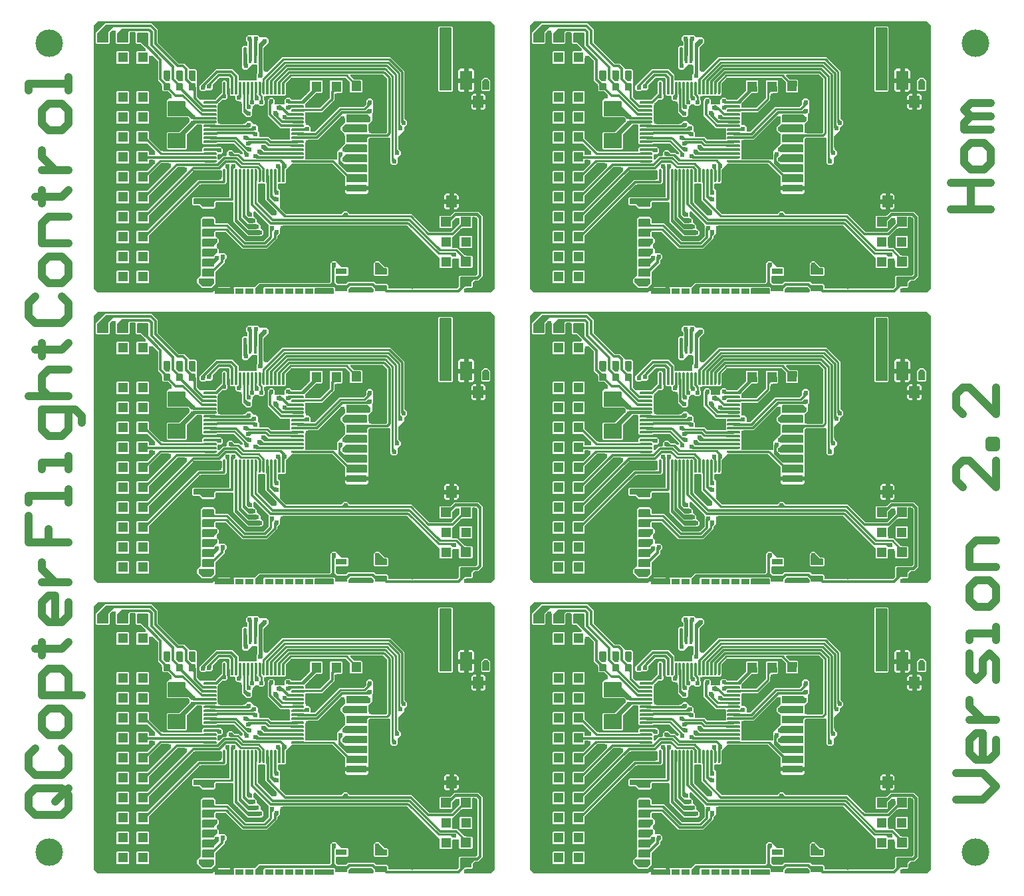
<source format=gtl>
%FSLAX25Y25*%
%MOIN*%
G70*
G01*
G75*
G04 Layer_Physical_Order=1*
G04 Layer_Color=255*
%ADD10C,0.04000*%
%ADD11C,0.04000*%
%ADD12R,0.04000X0.02800*%
%ADD13R,0.05400X0.04000*%
%ADD14C,0.02800*%
%ADD15O,0.01181X0.06496*%
%ADD16O,0.06496X0.01181*%
%ADD17R,0.09000X0.07000*%
%ADD18R,0.10000X0.03600*%
%ADD19R,0.05200X0.06000*%
%ADD20R,0.06000X0.09600*%
%ADD21R,0.03400X0.02800*%
%ADD22R,0.07000X0.04000*%
%ADD23R,0.01575X0.06400*%
%ADD24R,0.05512X0.03150*%
%ADD25C,0.01000*%
%ADD26C,0.02400*%
%ADD27C,0.02000*%
%ADD28C,0.01400*%
%ADD29C,0.01200*%
%ADD30C,0.01600*%
%ADD31C,0.00600*%
%ADD32C,0.13780*%
%ADD33R,0.05000X0.05000*%
%ADD34R,0.05000X0.05000*%
%ADD35C,0.03000*%
%ADD36O,0.04000X0.05000*%
%ADD37O,0.04000X0.07000*%
%ADD38C,0.02756*%
%ADD39C,0.02400*%
G36*
X161011Y90466D02*
X162211D01*
Y87966D01*
X160111Y85866D01*
Y84266D01*
X161861Y82516D01*
X161011Y81666D01*
X162211D01*
Y77566D01*
X158311Y73666D01*
Y70066D01*
X158011Y69766D01*
X142611D01*
X142311Y70066D01*
Y78466D01*
X143511D01*
Y79666D01*
X148511D01*
X160161Y91316D01*
X161011Y90466D01*
D02*
G37*
G36*
X186611Y111666D02*
Y70566D01*
X187661Y69516D01*
X186811Y68666D01*
X185611D01*
Y111266D01*
X182311Y114566D01*
X133611D01*
X128011Y108966D01*
Y102566D01*
X127711Y102266D01*
X127011D01*
X126711Y102566D01*
Y109066D01*
X133211Y115566D01*
X182711D01*
X186611Y111666D01*
D02*
G37*
G36*
X173411Y71866D02*
Y68766D01*
X173111Y68466D01*
X161911D01*
Y69666D01*
X161061Y70516D01*
X162711Y72166D01*
X173111D01*
X173411Y71866D01*
D02*
G37*
G36*
X113661Y72816D02*
X112811Y71966D01*
X111611D01*
Y73466D01*
X106811Y78266D01*
X97811D01*
X97511Y77966D01*
X91611D01*
X91311Y78266D01*
Y78966D01*
X91611Y79266D01*
X107211D01*
X113661Y72816D01*
D02*
G37*
G36*
X119111Y71466D02*
X141411D01*
X141711Y71166D01*
Y70466D01*
X141411Y70166D01*
X135511D01*
X135411Y70266D01*
X119311Y70266D01*
X117411Y70266D01*
Y71466D01*
X118261Y72316D01*
X119111Y71466D01*
D02*
G37*
G36*
X97811Y71066D02*
Y70366D01*
X97511Y70066D01*
X91611D01*
X91411Y70266D01*
X60811D01*
Y71266D01*
X91511D01*
X91611Y71366D01*
X97511D01*
X97811Y71066D01*
D02*
G37*
G36*
X142011Y69166D02*
X156511D01*
X163511Y62166D01*
X173111D01*
X173411Y61866D01*
Y58766D01*
X173111Y58466D01*
X163111D01*
X162811Y58766D01*
Y61466D01*
X156111Y68166D01*
X135511D01*
X135211Y68466D01*
Y69166D01*
X135511Y69466D01*
X141711D01*
X142011Y69166D01*
D02*
G37*
G36*
X106711Y72466D02*
X108811D01*
X111611Y69666D01*
X130311D01*
X132661Y67316D01*
X131811Y66466D01*
X132661Y65616D01*
X131911Y64866D01*
Y58666D01*
X131611Y58366D01*
X130911D01*
X130611Y58666D01*
X130611Y66491D01*
Y67666D01*
X129611Y68666D01*
X111211D01*
X108411Y71466D01*
X104811D01*
Y72666D01*
X105661Y73516D01*
X106711Y72466D01*
D02*
G37*
G36*
X129911Y58666D02*
X129611Y58366D01*
X129011D01*
X128711Y58666D01*
Y64766D01*
X127861Y65616D01*
X128711Y66466D01*
X129911D01*
Y58666D01*
D02*
G37*
G36*
X97811Y69166D02*
Y68466D01*
X97511Y68166D01*
X91611D01*
X91311Y68466D01*
X69811D01*
X61511Y60166D01*
X60811Y60866D01*
X69411Y69466D01*
X97511D01*
X97811Y69166D01*
D02*
G37*
G36*
X237311Y136866D02*
Y104666D01*
Y95666D01*
Y52566D01*
Y4866D01*
X235311Y2866D01*
X223011D01*
Y5266D01*
X225611D01*
X226211Y5866D01*
Y7766D01*
X227311Y8866D01*
X229111D01*
X231211Y10966D01*
Y41366D01*
X229111Y43466D01*
X217011D01*
X215361Y41816D01*
X214511Y42666D01*
Y41466D01*
X210011D01*
X209711Y41166D01*
Y35566D01*
X210011Y35266D01*
X215711D01*
X215911Y35466D01*
Y38566D01*
X217661Y40316D01*
X218511Y39466D01*
X219711D01*
Y37566D01*
X215611Y33466D01*
X204511D01*
X195711Y42266D01*
X164711D01*
X163311Y43666D01*
X161711D01*
X160311Y42266D01*
X132711D01*
X129711Y45266D01*
Y54366D01*
X128711Y55366D01*
Y57466D01*
X129011Y57766D01*
X131911D01*
X132511Y58366D01*
Y64566D01*
X135511Y67566D01*
X155811D01*
X162211Y61166D01*
Y53466D01*
X163211Y52466D01*
X173011D01*
X174011Y53466D01*
Y79966D01*
X174611Y80566D01*
X184711D01*
X185011Y80266D01*
Y67866D01*
X186011Y66866D01*
X187611D01*
X188611Y67866D01*
Y70566D01*
X190311Y72266D01*
Y73666D01*
X189161Y74816D01*
X190011Y75666D01*
X188811D01*
Y81466D01*
X191811Y84466D01*
Y85566D01*
X193411Y87166D01*
Y88766D01*
X192011Y90166D01*
Y114066D01*
X185111Y120966D01*
X130711D01*
X123411Y113666D01*
X122211D01*
X121311Y114566D01*
Y125666D01*
X123911Y128266D01*
Y129866D01*
X122911Y130866D01*
X119611D01*
X118411Y132066D01*
X113511D01*
X112511Y131066D01*
Y129466D01*
X113311Y128666D01*
Y126966D01*
X112911Y126566D01*
X111311D01*
X110711Y125966D01*
Y115766D01*
X111711Y114766D01*
X113311D01*
X115711Y117166D01*
X117911D01*
X118411Y116666D01*
Y112866D01*
X117911Y112366D01*
Y109666D01*
X117611Y109366D01*
X109211D01*
X108911Y109666D01*
Y111966D01*
X106011Y114866D01*
X97511D01*
X89211Y106566D01*
Y104966D01*
X90211Y103966D01*
X91811D01*
X92211Y104366D01*
X94811D01*
X95811Y105366D01*
Y107066D01*
X99411Y110666D01*
X103911D01*
X104411Y110166D01*
Y102266D01*
X105011Y101666D01*
X107011D01*
X107311Y101366D01*
Y99966D01*
X108311Y98966D01*
X109411D01*
Y97766D01*
X110611D01*
Y93466D01*
X113111Y90966D01*
X114711D01*
X115711Y91966D01*
Y94866D01*
X116011Y95166D01*
Y96166D01*
X117211Y97366D01*
X118811D01*
X119511Y96666D01*
X121111D01*
X122111Y97666D01*
Y99266D01*
X121761Y99616D01*
X122611Y100466D01*
Y101666D01*
X131911D01*
X132511Y102266D01*
Y107966D01*
X134961Y110416D01*
X135811Y109566D01*
Y110766D01*
X162511D01*
X164711Y108566D01*
Y103566D01*
X165011Y103266D01*
X170611D01*
X170911Y103566D01*
Y109166D01*
X170311Y109766D01*
X166711D01*
X164811Y111666D01*
Y112066D01*
X165111Y112366D01*
X181311D01*
X183411Y110266D01*
Y83466D01*
X182711Y82766D01*
X175211D01*
Y83966D01*
X174011D01*
Y87366D01*
X175811Y89166D01*
Y92666D01*
X176411Y93266D01*
Y99266D01*
X175411Y100266D01*
X173811D01*
X172811Y99266D01*
Y97266D01*
X171611Y96066D01*
X159411D01*
X146911Y83566D01*
X145311D01*
X145011Y83866D01*
Y85866D01*
X144011Y86866D01*
X143511D01*
Y88066D01*
X142311D01*
Y93166D01*
X142611Y93466D01*
X150811D01*
X156911Y99566D01*
Y101766D01*
X158111D01*
Y102966D01*
X160311D01*
X160911Y103566D01*
Y109166D01*
X160611Y109466D01*
X155011D01*
X154711Y109166D01*
Y100566D01*
X149811Y95666D01*
X142611D01*
X142311Y95966D01*
Y97766D01*
X147511Y102966D01*
X150311D01*
X150911Y103566D01*
Y109166D01*
X150611Y109466D01*
X145011D01*
X144711Y109166D01*
Y104166D01*
X140111Y99566D01*
X135511D01*
X134411Y100666D01*
X132811D01*
X131811Y99666D01*
Y97766D01*
X131511Y97466D01*
X127411D01*
X127111Y97766D01*
Y99666D01*
X126111Y100666D01*
X124511D01*
X123511Y99666D01*
Y91766D01*
X129811Y85466D01*
X134311D01*
X134611Y85166D01*
Y79866D01*
X134311Y79566D01*
X125311D01*
X123811Y81066D01*
X119511D01*
X119211Y81366D01*
Y83166D01*
X118511Y83866D01*
Y86166D01*
X117511Y87166D01*
X116611D01*
X114911Y88866D01*
X113311D01*
X112261Y87816D01*
X111411Y88666D01*
Y87466D01*
X99611D01*
Y88666D01*
X98411D01*
Y96866D01*
X99611D01*
X98761Y97716D01*
X100711Y99666D01*
X102311D01*
X103311Y100666D01*
Y102166D01*
X103011Y102466D01*
Y108766D01*
X102311Y109466D01*
X101211D01*
X100511Y108766D01*
Y103066D01*
X97361Y99916D01*
X96511Y100766D01*
Y99566D01*
X89511D01*
X88011Y101066D01*
Y114266D01*
X87411Y114866D01*
X84511D01*
X81611Y117766D01*
X79111D01*
X68411Y128466D01*
Y134966D01*
X65411Y137966D01*
X42011D01*
X37411Y133366D01*
Y128366D01*
X38011Y127766D01*
X43611D01*
X44211Y128366D01*
Y133066D01*
X45361Y134216D01*
X46211Y133366D01*
X47411D01*
Y128366D01*
X48011Y127766D01*
X53611D01*
X54211Y128366D01*
Y133066D01*
X54711Y133566D01*
X56911D01*
X57411Y133066D01*
Y128366D01*
X58011Y127766D01*
X59811D01*
X62411Y125166D01*
Y124466D01*
X61911Y123966D01*
X58011D01*
X57711Y123666D01*
Y118066D01*
X58011Y117766D01*
X63611D01*
X63911Y118066D01*
Y120766D01*
X65111D01*
X65961Y121616D01*
X68511Y119066D01*
Y109366D01*
X70261Y107616D01*
X69411Y106766D01*
X70611D01*
Y104466D01*
X71211Y103866D01*
X73611D01*
X75261Y102216D01*
X74411Y101366D01*
Y100166D01*
X73911D01*
X72811Y99066D01*
Y91466D01*
X73411Y90866D01*
X83611D01*
X84161Y90316D01*
X83311Y89466D01*
X84161Y88616D01*
X79011Y83466D01*
X73411D01*
X72811Y82866D01*
Y75266D01*
X73411Y74666D01*
X82411D01*
X83011Y75266D01*
Y82266D01*
X88011Y87266D01*
X90411D01*
X90711Y86966D01*
Y77966D01*
X91311Y77366D01*
X97811D01*
X98111Y77666D01*
X106511D01*
X111011Y73166D01*
Y72566D01*
X110611Y72166D01*
X110011D01*
X109111Y73066D01*
X107011D01*
X105611Y74466D01*
X104011D01*
X103011Y73466D01*
Y71866D01*
X102611Y71466D01*
X101011D01*
X99211Y69666D01*
X98711D01*
X98411Y69966D01*
Y72066D01*
X98711Y72366D01*
X100111D01*
X101111Y73366D01*
Y74966D01*
X100111Y75966D01*
X91311D01*
X90711Y75366D01*
Y74066D01*
X90311Y73666D01*
X70811D01*
Y74866D01*
X69961Y74016D01*
X63911Y80066D01*
Y83666D01*
X63611Y83966D01*
X58011D01*
X57711Y83666D01*
Y78066D01*
X58011Y77766D01*
X63011D01*
X66861Y73916D01*
X66011Y73066D01*
Y71866D01*
X64211D01*
X63911Y72166D01*
Y73666D01*
X63611Y73966D01*
X58011D01*
X57711Y73666D01*
Y68066D01*
X58011Y67766D01*
X63611D01*
X63911Y68066D01*
Y69366D01*
X64211Y69666D01*
X65811D01*
Y68466D01*
X66661Y67616D01*
X63011Y63966D01*
X58011D01*
X57711Y63666D01*
Y58066D01*
X58011Y57766D01*
X63611D01*
X63911Y58066D01*
Y61666D01*
X70111Y67866D01*
X74011D01*
Y66666D01*
X74861Y65816D01*
X63011Y53966D01*
X58011D01*
X57711Y53666D01*
Y48066D01*
X58011Y47766D01*
X63611D01*
X63911Y48066D01*
Y51666D01*
X78211Y65966D01*
X82111D01*
Y64766D01*
X82961Y63916D01*
X63011Y43966D01*
X58011D01*
X57711Y43666D01*
Y38066D01*
X58011Y37766D01*
X63611D01*
X63911Y38066D01*
Y41666D01*
X86261Y64016D01*
X87111Y63166D01*
Y64366D01*
X100211D01*
X100511Y64066D01*
Y60666D01*
X99311D01*
Y59466D01*
X88511D01*
X63011Y33966D01*
X58011D01*
X57711Y33666D01*
Y28066D01*
X58011Y27766D01*
X63611D01*
X63911Y28066D01*
Y31666D01*
X89161Y56916D01*
X90011Y56066D01*
Y57266D01*
X102011D01*
X103011Y58266D01*
Y64966D01*
X102361Y65616D01*
X103211Y66466D01*
X104411D01*
Y51066D01*
X104111Y50766D01*
X86311D01*
X85711Y50166D01*
Y47366D01*
X86311Y46766D01*
X89411D01*
X91111Y45066D01*
X96311D01*
X97311Y46066D01*
Y47866D01*
X97711Y48266D01*
X106111D01*
X106411Y47966D01*
Y38266D01*
X113511Y31166D01*
X120411D01*
X121411Y32166D01*
Y33766D01*
X119811Y35366D01*
Y36766D01*
X118111Y38466D01*
Y39766D01*
X116411Y41466D01*
Y43166D01*
X116811Y43566D01*
X117411D01*
X123911Y37066D01*
Y31266D01*
X121411Y28766D01*
X112511D01*
X103611Y37666D01*
X97611D01*
X97311Y37966D01*
Y40066D01*
X96311Y41066D01*
X91111D01*
X90111Y40066D01*
Y11766D01*
X88011Y9666D01*
Y8066D01*
X90611Y5466D01*
X95311D01*
X97311Y7466D01*
Y13266D01*
X101811Y17766D01*
Y19066D01*
X102911Y20166D01*
Y21766D01*
X101911Y22766D01*
X99311D01*
X99011Y23066D01*
Y24666D01*
X98111Y25566D01*
Y27166D01*
X99011Y28066D01*
Y29666D01*
X97311Y31366D01*
Y33166D01*
X97611Y33466D01*
X102311D01*
X110813Y24964D01*
X123231Y24966D01*
X128433Y30169D01*
Y31168D01*
X129733Y32469D01*
Y35469D01*
X130911Y35466D01*
Y36666D01*
X193311D01*
X209711Y20266D01*
Y15566D01*
X210011Y15266D01*
X215611D01*
X215911Y15566D01*
Y19766D01*
X216211Y20066D01*
X218211D01*
Y18866D01*
X219411D01*
Y15866D01*
X220011Y15266D01*
X225611D01*
X226211Y15866D01*
Y20866D01*
X225611Y21466D01*
X222911D01*
Y22666D01*
X222061Y21816D01*
X219311Y24566D01*
X218611Y25266D01*
X217111D01*
Y26466D01*
X215911D01*
Y30566D01*
X220261Y34916D01*
X221111Y34066D01*
Y35266D01*
X225611D01*
X225911Y35566D01*
Y40566D01*
X226211Y40866D01*
X227411D01*
Y39666D01*
X228611D01*
Y12666D01*
X227411D01*
Y11466D01*
X220011D01*
X219411Y10866D01*
Y5966D01*
X218311Y4866D01*
X184311D01*
X184011Y5166D01*
Y6766D01*
X183411Y7366D01*
X178111D01*
X177111Y8366D01*
X163711D01*
X162711Y7366D01*
X158511D01*
X157511Y8366D01*
Y11066D01*
X157811Y11366D01*
X163411D01*
X163811Y11766D01*
Y15366D01*
X163411Y15766D01*
X160511D01*
X157511Y18766D01*
X155911D01*
X154911Y17766D01*
Y8466D01*
X154211Y7766D01*
X119011D01*
X117011Y5766D01*
X106511D01*
X106311Y5566D01*
Y5166D01*
X106611Y4866D01*
Y2666D01*
X106311Y2366D01*
X97311D01*
X97011Y2666D01*
Y3666D01*
X96811Y3866D01*
X96511D01*
X95511Y2866D01*
X38311D01*
X36311Y4866D01*
Y136866D01*
X38311Y138866D01*
X235311D01*
X237311Y136866D01*
D02*
G37*
G36*
X160961Y71416D02*
X160111Y70566D01*
Y68866D01*
X161811Y67166D01*
X173111D01*
X173411Y66866D01*
Y63766D01*
X173111Y63466D01*
X163111D01*
X158911Y67666D01*
Y72266D01*
X160111D01*
X160961Y71416D01*
D02*
G37*
G36*
X114311Y80466D02*
X123511D01*
X125011Y78966D01*
X135211D01*
X135511Y79266D01*
X141411D01*
X141711Y78998D01*
Y78266D01*
X141411Y77966D01*
X124511D01*
X123011Y79466D01*
X112411D01*
Y80666D01*
X113261Y81516D01*
X114311Y80466D01*
D02*
G37*
G36*
X124211Y77366D02*
X141411D01*
X141711Y77066D01*
Y76366D01*
X141411Y76066D01*
X135211D01*
X134911Y76366D01*
X123711D01*
X122211Y77866D01*
X115611D01*
X114561Y76816D01*
X113711Y77666D01*
Y78866D01*
X122711D01*
X124211Y77366D01*
D02*
G37*
G36*
X123811Y75366D02*
X141411D01*
X141711Y75066D01*
Y74366D01*
X141411Y74066D01*
X121711D01*
X120561Y75216D01*
X122261Y76916D01*
X123811Y75366D01*
D02*
G37*
G36*
X117411Y82366D02*
X116561Y81516D01*
X115511Y82566D01*
X98611D01*
X98011Y81966D01*
X91611D01*
X91311Y82266D01*
Y82966D01*
X91611Y83266D01*
X97711D01*
X98011Y83566D01*
X117411D01*
Y82366D01*
D02*
G37*
G36*
X174611Y94066D02*
Y92866D01*
X160811D01*
X148211Y80266D01*
X142011D01*
X141711Y79966D01*
X135511D01*
X135211Y80266D01*
Y80966D01*
X135511Y81266D01*
X147811D01*
X160411Y93866D01*
X172711D01*
X173761Y94916D01*
X174611Y94066D01*
D02*
G37*
G36*
X185011Y110966D02*
Y82766D01*
X183411Y81166D01*
X174311D01*
X173411Y80266D01*
Y78766D01*
X173111Y78466D01*
X163111D01*
X162811Y78766D01*
Y81866D01*
X163111Y82166D01*
X183011D01*
X184011Y83166D01*
Y110566D01*
X181611Y112966D01*
X134311D01*
X129911Y108566D01*
Y102566D01*
X129611Y102266D01*
X128911D01*
X128611Y102566D01*
Y108666D01*
X133911Y113966D01*
X182011D01*
X185011Y110966D01*
D02*
G37*
G36*
X188211Y112366D02*
Y74866D01*
X189261Y73816D01*
X188411Y72966D01*
X187211D01*
Y111966D01*
X183011Y116166D01*
X132911D01*
X126011Y109266D01*
Y102566D01*
X125711Y102266D01*
X125011D01*
X124711Y102566D01*
Y109366D01*
X132511Y117166D01*
X183411D01*
X188211Y112366D01*
D02*
G37*
G36*
X121511Y73366D02*
X141411D01*
X141711Y73066D01*
Y72366D01*
X141411Y72066D01*
X119411D01*
X118561Y72916D01*
X120261Y74616D01*
X121511Y73366D01*
D02*
G37*
G36*
X70011Y73066D02*
X91311D01*
X91611Y73366D01*
X97511D01*
X97811Y73066D01*
Y72366D01*
X97511Y72066D01*
X69611D01*
X60811Y80866D01*
X61511Y81566D01*
X70011Y73066D01*
D02*
G37*
G36*
X98311Y80966D02*
X107811D01*
X112911Y75866D01*
X114411D01*
Y74666D01*
X113561Y73816D01*
X107411Y79966D01*
X91611D01*
X91311Y80266D01*
Y80966D01*
X91611Y81266D01*
X98011D01*
X98311Y80966D01*
D02*
G37*
G36*
X173411Y76866D02*
Y73766D01*
X173111Y73466D01*
X161911D01*
Y74666D01*
X161061Y75516D01*
X162711Y77166D01*
X173111D01*
X173411Y76866D01*
D02*
G37*
G36*
X99311Y74166D02*
X98461Y73316D01*
X97711Y74066D01*
X91611D01*
X91311Y74366D01*
Y75066D01*
X91611Y75366D01*
X99311Y75366D01*
Y74166D01*
D02*
G37*
G36*
X97211Y23866D02*
X97311D01*
X98111Y23066D01*
X96611Y21566D01*
Y21266D01*
X96411Y21066D01*
X91011D01*
X90711Y21366D01*
Y24766D01*
X91011Y25066D01*
X97211D01*
Y23866D01*
D02*
G37*
G36*
X116211Y64566D02*
Y47366D01*
X125211Y38366D01*
X194111D01*
X209411Y23066D01*
X217111D01*
Y21866D01*
X216261Y21016D01*
X215211Y22066D01*
X209011D01*
X193811Y37266D01*
X124611D01*
X114911Y46966D01*
Y64566D01*
X115211Y64866D01*
X115911D01*
X116211Y64566D01*
D02*
G37*
G36*
X98961Y19416D02*
X96711Y17166D01*
Y16366D01*
X96411Y16066D01*
X91011D01*
X90711Y16366D01*
Y19766D01*
X91011Y20066D01*
X96311D01*
X97311Y21066D01*
X98961Y19416D01*
D02*
G37*
G36*
X96711Y39766D02*
Y37666D01*
X97311Y37066D01*
X103311D01*
X112211Y28166D01*
X121731D01*
X124533Y30968D01*
Y35368D01*
X125733D01*
X126583Y34519D01*
X125733Y33669D01*
Y30768D01*
X122131Y27166D01*
X111811D01*
X102911Y36066D01*
X91011D01*
X90711Y36366D01*
Y39766D01*
X91011Y40066D01*
X96411D01*
X96711Y39766D01*
D02*
G37*
G36*
X97211Y28866D02*
X97311D01*
X98111Y28066D01*
X96611Y26566D01*
Y26266D01*
X96411Y26066D01*
X91011D01*
X90711Y26366D01*
Y29766D01*
X91011Y30066D01*
X97211D01*
Y28866D01*
D02*
G37*
G36*
X111511Y26566D02*
X122511D01*
X126633Y30669D01*
Y33169D01*
X127833D01*
X128683Y32318D01*
X127833Y31468D01*
Y30468D01*
X122931Y25566D01*
X111111D01*
X102611Y34066D01*
X97311D01*
X96711Y33466D01*
Y31366D01*
X96411Y31066D01*
X91011D01*
X90711Y31366D01*
Y34766D01*
X91011Y35066D01*
X103011D01*
X111511Y26566D01*
D02*
G37*
G36*
X230611Y41066D02*
Y11266D01*
X228811Y9466D01*
X226911D01*
X225611Y8166D01*
Y6166D01*
X225311Y5866D01*
X222211D01*
X219211Y2866D01*
X183011D01*
X182311Y3566D01*
X177511D01*
X177211Y3866D01*
Y5066D01*
X175911Y6366D01*
X164711D01*
X163411Y5066D01*
Y3866D01*
X163111Y3566D01*
X157511D01*
X157211Y3866D01*
Y5466D01*
X156911Y5766D01*
X121911D01*
X121311Y5166D01*
Y2366D01*
X117311D01*
Y5166D01*
X119311Y7166D01*
X154511D01*
X155511Y8166D01*
Y16966D01*
X156711D01*
X157561Y16116D01*
X156911Y15466D01*
Y8066D01*
X158211Y6766D01*
X163011D01*
X164011Y7766D01*
X176511D01*
X177511Y6766D01*
X183111D01*
X183411Y6466D01*
Y4566D01*
X183711Y4266D01*
X218611D01*
X220011Y5666D01*
Y10566D01*
X220311Y10866D01*
X228211D01*
X229211Y11866D01*
Y40466D01*
X228211Y41466D01*
X217911D01*
X215311Y38866D01*
Y35866D01*
X210311D01*
Y40866D01*
X215311D01*
X217311Y42866D01*
X228811D01*
X230611Y41066D01*
D02*
G37*
G36*
X176611Y4766D02*
Y3566D01*
X176011Y2966D01*
X164311D01*
X164011Y3266D01*
Y4666D01*
X165111Y5766D01*
X175611D01*
X176611Y4766D01*
D02*
G37*
G36*
X156611Y4866D02*
Y2666D01*
X156311Y2366D01*
X147311D01*
X147011Y2666D01*
Y4866D01*
X147311Y5166D01*
X156311D01*
X156611Y4866D01*
D02*
G37*
G36*
X118111Y64566D02*
Y48066D01*
X126111Y40066D01*
X194711D01*
X210111Y24666D01*
X218311D01*
X222111Y20866D01*
X225311D01*
Y15866D01*
X220311D01*
Y21266D01*
X217911Y23666D01*
X209711D01*
X194411Y38966D01*
X125511D01*
X116811Y47666D01*
Y64566D01*
X117111Y64866D01*
X117811D01*
X118111Y64566D01*
D02*
G37*
G36*
X101961Y20116D02*
X101211Y19366D01*
Y18066D01*
X96711Y13566D01*
Y11366D01*
X96411Y11066D01*
X91011D01*
X90711Y11366D01*
Y14766D01*
X91011Y15066D01*
X96311D01*
X99911Y18666D01*
Y20966D01*
X101111D01*
X101961Y20116D01*
D02*
G37*
G36*
X96411Y10066D02*
X96411D01*
X96711Y9766D01*
Y7766D01*
X96411Y7466D01*
X95011Y6066D01*
X95011Y6066D01*
X90911D01*
X88961Y8016D01*
X89811Y8866D01*
Y10066D01*
X91011D01*
X96411Y10066D01*
Y10066D01*
D02*
G37*
G36*
X126033Y64569D02*
Y51669D01*
X126833Y50868D01*
X127833D01*
Y49668D01*
X126983Y48818D01*
X124732Y51070D01*
X124733Y64569D01*
X125033Y64869D01*
X125733D01*
X126033Y64569D01*
D02*
G37*
G36*
X107061Y65616D02*
X106311Y64866D01*
Y49628D01*
X105550Y48866D01*
X97411D01*
X96711Y48166D01*
Y46366D01*
X96411Y46066D01*
X91011D01*
X89711Y47366D01*
X86611D01*
X86311Y47666D01*
Y49866D01*
X86611Y50166D01*
X105011D01*
Y66466D01*
X106211D01*
X107061Y65616D01*
D02*
G37*
G36*
X122411Y57466D02*
Y49266D01*
X127811Y43866D01*
Y42166D01*
X127211Y41566D01*
X125511D01*
X118711Y48366D01*
Y57466D01*
X119011Y57766D01*
X122111D01*
X122411Y57466D01*
D02*
G37*
G36*
X110911Y68066D02*
X119211D01*
X122111Y65166D01*
Y58666D01*
X121811Y58366D01*
X121111D01*
X120811Y58666D01*
Y65066D01*
X118811Y67066D01*
X110511D01*
X107711Y69866D01*
X101711D01*
X98411Y66566D01*
X77911D01*
X61511Y50166D01*
X60811Y50866D01*
X77511Y67566D01*
X98011D01*
X101311Y70866D01*
X108111D01*
X110911Y68066D01*
D02*
G37*
G36*
X110211Y66466D02*
X118511D01*
X120111Y64866D01*
Y58666D01*
X119811Y58366D01*
X119111D01*
X118811Y58666D01*
Y64766D01*
X118111Y65466D01*
X109811D01*
X107011Y68266D01*
X102411D01*
X99111Y64966D01*
X86311D01*
X61511Y40166D01*
X60811Y40866D01*
X85911Y65966D01*
X98711D01*
X102011Y69266D01*
X107411D01*
X110211Y66466D01*
D02*
G37*
G36*
X128011Y64566D02*
Y54666D01*
X128761Y53916D01*
X127911Y53066D01*
X126711D01*
Y64566D01*
X127011Y64866D01*
X127711D01*
X128011Y64566D01*
D02*
G37*
G36*
X124011D02*
Y50066D01*
X132411Y41666D01*
X160611D01*
X161661Y42716D01*
X162511Y41866D01*
X163361Y42716D01*
X164411Y41666D01*
X195411D01*
X204211Y32866D01*
X215911D01*
X220311Y37266D01*
Y40866D01*
X225311D01*
Y35866D01*
X220311D01*
X216311Y31866D01*
X203811D01*
X195011Y40666D01*
X132011D01*
X123011Y49666D01*
Y58066D01*
X122711Y58366D01*
Y64566D01*
X123011Y64866D01*
X123711D01*
X124011Y64566D01*
D02*
G37*
G36*
X108311D02*
Y39466D01*
X113611Y34166D01*
X119611D01*
Y31766D01*
X113811D01*
X107011Y38566D01*
Y64566D01*
X107311Y64866D01*
X108011D01*
X108311Y64566D01*
D02*
G37*
G36*
X102411D02*
Y58566D01*
X101711Y57866D01*
X89211D01*
X61511Y30166D01*
X60811Y30866D01*
X88811Y58866D01*
X100873D01*
X101111Y59105D01*
Y64566D01*
X101411Y64866D01*
X102111D01*
X102411Y64566D01*
D02*
G37*
G36*
X114211D02*
Y44066D01*
X115461Y42816D01*
X113761Y41116D01*
X112911Y41966D01*
Y64566D01*
X113211Y64866D01*
X113895D01*
X114211Y64566D01*
D02*
G37*
G36*
X112211D02*
Y41766D01*
X113811Y40166D01*
X116311D01*
Y37766D01*
X114011D01*
X110911Y40866D01*
Y64566D01*
X111211Y64866D01*
X111911D01*
X112211Y64566D01*
D02*
G37*
G36*
X110211D02*
Y40666D01*
X113711Y37166D01*
X118011D01*
Y34766D01*
X113911D01*
X108911Y39766D01*
Y64566D01*
X109211Y64866D01*
X109911D01*
X110211Y64566D01*
D02*
G37*
G36*
X102411Y108466D02*
Y101466D01*
X101511D01*
Y100266D01*
X100450D01*
X97850Y97666D01*
X91612Y97665D01*
X91311Y97966D01*
X91311Y98666D01*
X91611Y98966D01*
X97311D01*
X101111Y102766D01*
Y108466D01*
X101411Y108766D01*
X102111D01*
X102411Y108466D01*
D02*
G37*
G36*
X114211D02*
Y102566D01*
X113911Y102266D01*
Y97666D01*
X114961Y96616D01*
X114111Y95766D01*
X112911D01*
Y108466D01*
X113211Y108766D01*
X113911D01*
X114211Y108466D01*
D02*
G37*
G36*
X116211D02*
X116211Y102266D01*
Y98466D01*
X114911D01*
Y108466D01*
X115211Y108766D01*
X115911D01*
X116211Y108466D01*
D02*
G37*
G36*
X122961Y128216D02*
X120611Y125866D01*
Y111584D01*
X119011D01*
Y127666D01*
X121261Y129916D01*
X122961Y128216D01*
D02*
G37*
G36*
X67811Y134663D02*
Y128166D01*
X78811Y117166D01*
X81311D01*
X83111Y115366D01*
Y110166D01*
X85408Y107866D01*
X87111D01*
X87411Y107566D01*
Y100766D01*
X91211Y96966D01*
X97511D01*
X97811Y96666D01*
Y95966D01*
X97511Y95666D01*
X91111D01*
X86411Y100366D01*
Y103966D01*
X85911Y104466D01*
X84311D01*
X84011Y104766D01*
Y107566D01*
X81911Y109666D01*
Y114866D01*
X80811Y115966D01*
X78311D01*
X66611Y127666D01*
Y134166D01*
X64611Y136166D01*
X46411D01*
X43611Y133366D01*
Y128666D01*
X43311Y128366D01*
X38311D01*
X38011Y128666D01*
Y133066D01*
X42311Y137366D01*
X65108D01*
X67811Y134663D01*
D02*
G37*
G36*
X160311Y103866D02*
X160011Y103566D01*
X157011D01*
X156311Y102866D01*
Y99866D01*
X150511Y94066D01*
X142011D01*
X141711Y93766D01*
X135511D01*
X135211Y94066D01*
Y94766D01*
X135511Y95066D01*
X150111D01*
X155311Y100266D01*
Y103866D01*
X157811Y106366D01*
X160311D01*
Y103866D01*
D02*
G37*
G36*
X65811Y133763D02*
Y127266D01*
X76711Y116366D01*
Y110166D01*
X79008Y107866D01*
X80711D01*
X81011Y107566D01*
Y104866D01*
X90811Y95066D01*
X97511D01*
X97811Y94766D01*
Y94066D01*
X97511Y93766D01*
X90711D01*
X80011Y104466D01*
X77911D01*
X77611Y104766D01*
Y107566D01*
X75511Y109666D01*
Y115866D01*
X64611Y126766D01*
Y133266D01*
X63711Y134166D01*
X54411D01*
X53611Y133366D01*
Y128666D01*
X53311Y128366D01*
X48311D01*
X48011Y128666D01*
Y133066D01*
X50311Y135366D01*
X64208D01*
X65811Y133763D01*
D02*
G37*
G36*
X141711Y96666D02*
Y96066D01*
X141411Y95766D01*
X135311D01*
X134461Y94916D01*
X133611Y95766D01*
Y96966D01*
X141411D01*
X141711Y96666D01*
D02*
G37*
G36*
X112961Y125666D02*
Y117816D01*
X113361Y117416D01*
X112511Y116566D01*
X111311D01*
Y125666D01*
X111611Y125966D01*
X112661D01*
X112961Y125666D01*
D02*
G37*
G36*
X150311Y103866D02*
X150011Y103566D01*
X147211D01*
X141311Y97666D01*
X133611D01*
Y98866D01*
X134461Y99716D01*
X135211Y98966D01*
X140411D01*
X147811Y106366D01*
X150311D01*
Y103866D01*
D02*
G37*
G36*
X108311Y111666D02*
Y102566D01*
X108011Y102266D01*
X107311D01*
X107011Y102566D01*
Y111166D01*
X105111Y113066D01*
X98311D01*
X92211Y106966D01*
Y105766D01*
X91011D01*
X90161Y106616D01*
X97811Y114266D01*
X105711D01*
X108311Y111666D01*
D02*
G37*
G36*
X106311Y110966D02*
Y102566D01*
X106011Y102266D01*
X105311D01*
X105011Y102566D01*
Y110466D01*
X104211Y111266D01*
X99111D01*
X95211Y107366D01*
Y106166D01*
X94011D01*
X93161Y107016D01*
X98611Y112466D01*
X104811D01*
X106311Y110966D01*
D02*
G37*
G36*
X166411Y109166D02*
X170011D01*
X170311Y108866D01*
Y106366D01*
X167811D01*
X162811Y111366D01*
X135011D01*
X131911Y108266D01*
Y102566D01*
X131611Y102266D01*
X130911D01*
X130611Y102566D01*
Y108366D01*
X134611Y112366D01*
X163211D01*
X166411Y109166D01*
D02*
G37*
G36*
X74611Y113966D02*
Y109966D01*
X73411D01*
X72561Y109116D01*
X71211Y110466D01*
Y113966D01*
X71511Y114266D01*
X74311D01*
X74611Y113966D01*
D02*
G37*
G36*
X81011D02*
Y109966D01*
X79811D01*
X78961Y109116D01*
X77611Y110466D01*
Y113966D01*
X77911Y114266D01*
X80711D01*
X81011Y113966D01*
D02*
G37*
G36*
X118111Y108466D02*
Y102066D01*
X118861Y101316D01*
X118011Y100466D01*
X116811D01*
Y108466D01*
X117111Y108766D01*
X117811D01*
X118111Y108466D01*
D02*
G37*
G36*
X87411Y113966D02*
Y109966D01*
X86211D01*
X85361Y109116D01*
X84011Y110466D01*
Y113966D01*
X84311Y114266D01*
X87111D01*
X87411Y113966D01*
D02*
G37*
G36*
X120111Y108466D02*
Y102366D01*
X120811Y101666D01*
Y100766D01*
X119811D01*
Y101266D01*
X118811Y102266D01*
Y108466D01*
X119111Y108766D01*
X119811D01*
X120111Y108466D01*
D02*
G37*
G36*
X110311D02*
Y100766D01*
X109111D01*
X108261Y101616D01*
X109011Y102366D01*
Y108466D01*
X109311Y108766D01*
X110011D01*
X110311Y108466D01*
D02*
G37*
G36*
X115511Y119266D02*
X115211Y118966D01*
X114211D01*
X113911Y119266D01*
Y128966D01*
X113461Y129416D01*
X114311Y130266D01*
X115511D01*
Y119266D01*
D02*
G37*
G36*
X114111Y87066D02*
Y85866D01*
X91611D01*
X91311Y86166D01*
Y86866D01*
X91611Y87166D01*
X97411D01*
X97711Y86866D01*
X112211D01*
X113261Y87916D01*
X114111Y87066D01*
D02*
G37*
G36*
X97811Y88866D02*
Y88166D01*
X97511Y87866D01*
X87711D01*
X82411Y82566D01*
Y75566D01*
X82111Y75266D01*
X73711D01*
X73411Y75566D01*
Y82566D01*
X73711Y82866D01*
X79311D01*
X85261Y88816D01*
X86111Y87966D01*
Y89166D01*
X97511D01*
X97811Y88866D01*
D02*
G37*
G36*
X128811Y93066D02*
Y91366D01*
X131011Y89166D01*
X141411D01*
X141711Y88866D01*
Y88166D01*
X141411Y87866D01*
X130611D01*
X126361Y92116D01*
X128061Y93816D01*
X128811Y93066D01*
D02*
G37*
G36*
X126061Y98016D02*
X125111Y97066D01*
Y92466D01*
X130411Y87166D01*
X141411D01*
X141711Y86872D01*
Y86166D01*
X141411Y85866D01*
X135511D01*
X135211Y86166D01*
X130011D01*
X124111Y92066D01*
Y98866D01*
X125211D01*
X126061Y98016D01*
D02*
G37*
G36*
X143211Y85066D02*
Y83866D01*
X135511D01*
X135211Y84166D01*
Y84866D01*
X135511Y85166D01*
X141611D01*
X142361Y85916D01*
X143211Y85066D01*
D02*
G37*
G36*
X116711Y85366D02*
Y84166D01*
X97711D01*
X97411Y83866D01*
X91611D01*
X91311Y84166D01*
Y84866D01*
X91611Y85166D01*
X114811D01*
X115861Y86216D01*
X116711Y85366D01*
D02*
G37*
G36*
X189811Y113066D02*
Y87166D01*
X190861Y86116D01*
X190011Y85266D01*
X188811D01*
Y112666D01*
X183711Y117766D01*
X132211D01*
X124011Y109566D01*
Y102566D01*
X123711Y102266D01*
X123011D01*
X122711Y102566D01*
Y109666D01*
X131811Y118766D01*
X184111D01*
X189811Y113066D01*
D02*
G37*
G36*
X118536Y129441D02*
X118061Y128966D01*
Y119266D01*
X117761Y118966D01*
X116761D01*
X116461Y119266D01*
Y130266D01*
X117711D01*
X118536Y129441D01*
D02*
G37*
G36*
X173411Y86866D02*
Y83766D01*
X173111Y83466D01*
X161811D01*
X161061Y84216D01*
X161911Y85066D01*
X161061Y85916D01*
X162311Y87166D01*
X173111D01*
X173411Y86866D01*
D02*
G37*
G36*
X63611Y133066D02*
Y126566D01*
X70311Y119866D01*
Y110166D01*
X72608Y107866D01*
X74311D01*
X74611Y107566D01*
Y105166D01*
X77511Y102266D01*
X81311D01*
X90511Y93066D01*
X97511D01*
X97811Y92766D01*
Y92066D01*
X97511Y91766D01*
X90411D01*
X80911Y101266D01*
X77111D01*
X73911Y104466D01*
X71511D01*
X71211Y104766D01*
Y107566D01*
X69111Y109666D01*
Y119369D01*
X63163Y125318D01*
X62111Y126366D01*
X60111Y128366D01*
X58311D01*
X58011Y128666D01*
Y133066D01*
X58311Y133366D01*
X63311D01*
X63611Y133066D01*
D02*
G37*
G36*
X133411Y91066D02*
X141411D01*
X141711Y90766D01*
Y90066D01*
X141411Y89766D01*
X131811D01*
Y90966D01*
X132661Y91816D01*
X133411Y91066D01*
D02*
G37*
G36*
X133711Y93066D02*
X141411D01*
X141711Y92766D01*
X141711Y92066D01*
X141411Y91766D01*
X133611D01*
X130911Y94466D01*
X128811D01*
Y96866D01*
X129911D01*
X133711Y93066D01*
D02*
G37*
G36*
X112211Y108466D02*
Y95066D01*
X113311Y93966D01*
X113911D01*
Y92766D01*
X113061Y91916D01*
X111211Y93766D01*
Y102266D01*
X110911Y102566D01*
Y108466D01*
X111211Y108766D01*
X111911D01*
X112211Y108466D01*
D02*
G37*
G36*
X175461Y97616D02*
X172311Y94466D01*
X160111D01*
X147611Y81966D01*
X135511D01*
X135211Y82266D01*
Y82966D01*
X135511Y83266D01*
X141711D01*
X142011Y82966D01*
X147211D01*
X159711Y95466D01*
X171911D01*
X173411Y96966D01*
Y98466D01*
X174611D01*
X175461Y97616D01*
D02*
G37*
G36*
X82411Y98766D02*
Y96366D01*
X87711Y91066D01*
X97511D01*
X97811Y90766D01*
Y90066D01*
X97511Y89766D01*
X86111D01*
Y90966D01*
X85261Y90116D01*
X83911Y91466D01*
X73711D01*
X73411Y91766D01*
Y98766D01*
X73711Y99066D01*
X82111D01*
X82411Y98766D01*
D02*
G37*
G36*
X191411Y113766D02*
Y89866D01*
X192461Y88816D01*
X191611Y87966D01*
X190411D01*
Y113366D01*
X184411Y119366D01*
X131511D01*
X122111Y109966D01*
Y102566D01*
X121811Y102266D01*
X121111D01*
X120811Y102566D01*
Y110066D01*
X131111Y120366D01*
X184811D01*
X191411Y113766D01*
D02*
G37*
G36*
X174861Y90816D02*
X174011Y89966D01*
X174860Y89118D01*
X174216Y88466D01*
X163111D01*
X162811Y88766D01*
Y91866D01*
X163111Y92166D01*
X173511D01*
X174861Y90816D01*
D02*
G37*
%LPC*%
G36*
X225611Y31466D02*
X220011D01*
X219711Y31166D01*
Y25566D01*
X220011Y25266D01*
X225611D01*
X225911Y25566D01*
Y31166D01*
X225611Y31466D01*
D02*
G37*
G36*
X53611Y23966D02*
X48011D01*
X47711Y23666D01*
Y18066D01*
X48011Y17766D01*
X53611D01*
X53911Y18066D01*
Y23666D01*
X53611Y23966D01*
D02*
G37*
G36*
X63611D02*
X58011D01*
X57711Y23666D01*
Y18066D01*
X58011Y17766D01*
X63611D01*
X63911Y18066D01*
Y23666D01*
X63611Y23966D01*
D02*
G37*
G36*
X53611Y13966D02*
X48011D01*
X47711Y13666D01*
Y8066D01*
X48011Y7766D01*
X53611D01*
X53911Y8066D01*
Y13666D01*
X53611Y13966D01*
D02*
G37*
G36*
X104511Y5766D02*
X98711D01*
X98511Y5566D01*
Y5366D01*
X98711Y5166D01*
X104511D01*
X104711Y5366D01*
Y5566D01*
X104511Y5766D01*
D02*
G37*
G36*
X63611Y13966D02*
X58011D01*
X57711Y13666D01*
Y8066D01*
X58011Y7766D01*
X63611D01*
X63911Y8066D01*
Y13666D01*
X63611Y13966D01*
D02*
G37*
G36*
X53611Y123966D02*
X48011D01*
X47711Y123666D01*
Y118066D01*
X48011Y117766D01*
X53611D01*
X53911Y118066D01*
Y123666D01*
X53611Y123966D01*
D02*
G37*
G36*
X179211Y18766D02*
X177611D01*
X176611Y17766D01*
Y11966D01*
X177211Y11366D01*
X183511D01*
X184011Y11866D01*
Y15166D01*
X183411Y15766D01*
X182211D01*
X179211Y18766D01*
D02*
G37*
G36*
X63611Y103966D02*
X58011D01*
X57711Y103666D01*
Y98066D01*
X58011Y97766D01*
X63611D01*
X63911Y98066D01*
Y103666D01*
X63611Y103966D01*
D02*
G37*
G36*
X53611Y53966D02*
X48011D01*
X47711Y53666D01*
Y48066D01*
X48011Y47766D01*
X53611D01*
X53911Y48066D01*
Y53666D01*
X53611Y53966D01*
D02*
G37*
G36*
X63611Y93966D02*
X58011D01*
X57711Y93666D01*
Y88066D01*
X58011Y87766D01*
X63611D01*
X63911Y88066D01*
Y93666D01*
X63611Y93966D01*
D02*
G37*
G36*
X53611Y63966D02*
X48011D01*
X47711Y63666D01*
Y58066D01*
X48011Y57766D01*
X53611D01*
X53911Y58066D01*
Y63666D01*
X53611Y63966D01*
D02*
G37*
G36*
Y73966D02*
X48011D01*
X47711Y73666D01*
Y68066D01*
X48011Y67766D01*
X53611D01*
X53911Y68066D01*
Y73666D01*
X53611Y73966D01*
D02*
G37*
G36*
X231611Y102566D02*
X226611D01*
X225511Y101466D01*
Y95666D01*
X226611Y94566D01*
X231611D01*
X232711Y95666D01*
Y101466D01*
X231611Y102566D01*
D02*
G37*
G36*
X53611Y103966D02*
X48011D01*
X47711Y103666D01*
Y98066D01*
X48011Y97766D01*
X53611D01*
X53911Y98066D01*
Y103666D01*
X53611Y103966D01*
D02*
G37*
G36*
X218111Y52566D02*
X213111D01*
X212011Y51466D01*
Y45666D01*
X213111Y44566D01*
X218111D01*
X219211Y45666D01*
Y51466D01*
X218111Y52566D01*
D02*
G37*
G36*
X53611Y93966D02*
X48011D01*
X47711Y93666D01*
Y88066D01*
X48011Y87766D01*
X53611D01*
X53911Y88066D01*
Y93666D01*
X53611Y93966D01*
D02*
G37*
G36*
X233611Y110766D02*
X232011D01*
X230511Y109266D01*
Y104666D01*
X231111Y104066D01*
X234511D01*
X235111Y104666D01*
Y109266D01*
X233611Y110766D01*
D02*
G37*
G36*
X53611Y83966D02*
X48011D01*
X47711Y83666D01*
Y78066D01*
X48011Y77766D01*
X53611D01*
X53911Y78066D01*
Y83666D01*
X53611Y83966D01*
D02*
G37*
G36*
Y33966D02*
X48011D01*
X47711Y33666D01*
Y28066D01*
X48011Y27766D01*
X53611D01*
X53911Y28066D01*
Y33666D01*
X53611Y33966D01*
D02*
G37*
G36*
Y43966D02*
X48011D01*
X47711Y43666D01*
Y38066D01*
X48011Y37766D01*
X53611D01*
X53911Y38066D01*
Y43666D01*
X53611Y43966D01*
D02*
G37*
G36*
X225911Y115166D02*
X220111D01*
X219011Y114066D01*
Y104666D01*
X220111Y103566D01*
X225911D01*
X227011Y104666D01*
Y114066D01*
X225911Y115166D01*
D02*
G37*
G36*
X215611Y136466D02*
X209611D01*
X209011Y135866D01*
Y104266D01*
X209611Y103666D01*
X215611D01*
X216211Y104266D01*
Y115166D01*
Y135866D01*
X215611Y136466D01*
D02*
G37*
%LPD*%
G36*
Y135566D02*
Y104566D01*
X215311Y104266D01*
X209911D01*
X209611Y104566D01*
Y135566D01*
X209911Y135866D01*
X215311D01*
X215611Y135566D01*
D02*
G37*
G36*
X234511Y108966D02*
Y104966D01*
X234211Y104666D01*
X231411D01*
X231111Y104966D01*
Y108966D01*
X231961Y109816D01*
X232811Y108966D01*
X233661Y109816D01*
X234511Y108966D01*
D02*
G37*
G36*
X181911Y15166D02*
X183111D01*
X183411Y14866D01*
Y12266D01*
X183111Y11966D01*
X177511D01*
X177211Y12266D01*
Y16966D01*
X178411D01*
X179261Y17816D01*
X181911Y15166D01*
D02*
G37*
G36*
X379515Y90466D02*
X380715D01*
Y87966D01*
X378615Y85866D01*
Y84266D01*
X380365Y82516D01*
X379515Y81666D01*
X380715D01*
Y77566D01*
X376815Y73666D01*
Y70066D01*
X376515Y69766D01*
X361115D01*
X360815Y70066D01*
Y78466D01*
X362015D01*
Y79666D01*
X367015D01*
X378665Y91316D01*
X379515Y90466D01*
D02*
G37*
G36*
X405115Y111666D02*
Y70566D01*
X406165Y69516D01*
X405315Y68666D01*
X404115D01*
Y111266D01*
X400815Y114566D01*
X352115D01*
X346515Y108966D01*
Y102566D01*
X346215Y102266D01*
X345515D01*
X345215Y102566D01*
Y109066D01*
X351715Y115566D01*
X401215D01*
X405115Y111666D01*
D02*
G37*
G36*
X391915Y71866D02*
Y68766D01*
X391615Y68466D01*
X380415D01*
Y69666D01*
X379565Y70516D01*
X381215Y72166D01*
X391615D01*
X391915Y71866D01*
D02*
G37*
G36*
X332165Y72816D02*
X331315Y71966D01*
X330115D01*
Y73466D01*
X325315Y78266D01*
X316315D01*
X316015Y77966D01*
X310115D01*
X309815Y78266D01*
Y78966D01*
X310115Y79266D01*
X325715D01*
X332165Y72816D01*
D02*
G37*
G36*
X337615Y71466D02*
X359915D01*
X360215Y71166D01*
Y70466D01*
X359915Y70166D01*
X354015D01*
X353915Y70266D01*
X337815Y70266D01*
X335915Y70266D01*
Y71466D01*
X336765Y72316D01*
X337615Y71466D01*
D02*
G37*
G36*
X316315Y71066D02*
Y70366D01*
X316015Y70066D01*
X310115D01*
X309915Y70266D01*
X279315D01*
Y71266D01*
X310015D01*
X310115Y71366D01*
X316015D01*
X316315Y71066D01*
D02*
G37*
G36*
X360515Y69166D02*
X375015D01*
X382015Y62166D01*
X391615D01*
X391915Y61866D01*
Y58766D01*
X391615Y58466D01*
X381615D01*
X381315Y58766D01*
Y61466D01*
X374615Y68166D01*
X354015D01*
X353715Y68466D01*
Y69166D01*
X354015Y69466D01*
X360215D01*
X360515Y69166D01*
D02*
G37*
G36*
X325215Y72466D02*
X327315D01*
X330115Y69666D01*
X348815D01*
X351165Y67316D01*
X350315Y66466D01*
X351165Y65616D01*
X350415Y64866D01*
Y58666D01*
X350115Y58366D01*
X349415D01*
X349115Y58666D01*
X349115Y66491D01*
Y67666D01*
X348115Y68666D01*
X329715D01*
X326915Y71466D01*
X323315D01*
Y72666D01*
X324165Y73516D01*
X325215Y72466D01*
D02*
G37*
G36*
X348415Y58666D02*
X348115Y58366D01*
X347515D01*
X347215Y58666D01*
Y64766D01*
X346365Y65616D01*
X347215Y66466D01*
X348415D01*
Y58666D01*
D02*
G37*
G36*
X316315Y69166D02*
Y68466D01*
X316015Y68166D01*
X310115D01*
X309815Y68466D01*
X288315D01*
X280015Y60166D01*
X279315Y60866D01*
X287915Y69466D01*
X316015D01*
X316315Y69166D01*
D02*
G37*
G36*
X455815Y136866D02*
Y104666D01*
Y95666D01*
Y52566D01*
Y4866D01*
X453815Y2866D01*
X441515D01*
Y5266D01*
X444115D01*
X444715Y5866D01*
Y7766D01*
X445815Y8866D01*
X447615D01*
X449715Y10966D01*
Y41366D01*
X447615Y43466D01*
X435515D01*
X433865Y41816D01*
X433015Y42666D01*
Y41466D01*
X428515D01*
X428215Y41166D01*
Y35566D01*
X428515Y35266D01*
X434215D01*
X434415Y35466D01*
Y38566D01*
X436165Y40316D01*
X437015Y39466D01*
X438215D01*
Y37566D01*
X434115Y33466D01*
X423015D01*
X414215Y42266D01*
X383215D01*
X381815Y43666D01*
X380215D01*
X378815Y42266D01*
X351215D01*
X348215Y45266D01*
Y54366D01*
X347215Y55366D01*
Y57466D01*
X347515Y57766D01*
X350415D01*
X351015Y58366D01*
Y64566D01*
X354015Y67566D01*
X374315D01*
X380715Y61166D01*
Y53466D01*
X381715Y52466D01*
X391515D01*
X392515Y53466D01*
Y79966D01*
X393115Y80566D01*
X403215D01*
X403515Y80266D01*
Y67866D01*
X404515Y66866D01*
X406115D01*
X407115Y67866D01*
Y70566D01*
X408815Y72266D01*
Y73666D01*
X407665Y74816D01*
X408515Y75666D01*
X407315D01*
Y81466D01*
X410315Y84466D01*
Y85566D01*
X411915Y87166D01*
Y88766D01*
X410515Y90166D01*
Y114066D01*
X403615Y120966D01*
X349215D01*
X341915Y113666D01*
X340715D01*
X339815Y114566D01*
Y125666D01*
X342415Y128266D01*
Y129866D01*
X341415Y130866D01*
X338115D01*
X336915Y132066D01*
X332015D01*
X331015Y131066D01*
Y129466D01*
X331815Y128666D01*
Y126966D01*
X331415Y126566D01*
X329815D01*
X329215Y125966D01*
Y115766D01*
X330215Y114766D01*
X331815D01*
X334215Y117166D01*
X336415D01*
X336915Y116666D01*
Y112866D01*
X336415Y112366D01*
Y109666D01*
X336115Y109366D01*
X327715D01*
X327415Y109666D01*
Y111966D01*
X324515Y114866D01*
X316015D01*
X307715Y106566D01*
Y104966D01*
X308715Y103966D01*
X310315D01*
X310715Y104366D01*
X313315D01*
X314315Y105366D01*
Y107066D01*
X317915Y110666D01*
X322415D01*
X322915Y110166D01*
Y102266D01*
X323515Y101666D01*
X325515D01*
X325815Y101366D01*
Y99966D01*
X326815Y98966D01*
X327915D01*
Y97766D01*
X329115D01*
Y93466D01*
X331615Y90966D01*
X333215D01*
X334215Y91966D01*
Y94866D01*
X334515Y95166D01*
Y96166D01*
X335715Y97366D01*
X337315D01*
X338015Y96666D01*
X339615D01*
X340615Y97666D01*
Y99266D01*
X340265Y99616D01*
X341115Y100466D01*
Y101666D01*
X350415D01*
X351015Y102266D01*
Y107966D01*
X353465Y110416D01*
X354315Y109566D01*
Y110766D01*
X381015D01*
X383215Y108566D01*
Y103566D01*
X383515Y103266D01*
X389115D01*
X389415Y103566D01*
Y109166D01*
X388815Y109766D01*
X385215D01*
X383315Y111666D01*
Y112066D01*
X383615Y112366D01*
X399815D01*
X401915Y110266D01*
Y83466D01*
X401215Y82766D01*
X393715D01*
Y83966D01*
X392515D01*
Y87366D01*
X394315Y89166D01*
Y92666D01*
X394915Y93266D01*
Y99266D01*
X393915Y100266D01*
X392315D01*
X391315Y99266D01*
Y97266D01*
X390115Y96066D01*
X377915D01*
X365415Y83566D01*
X363815D01*
X363515Y83866D01*
Y85866D01*
X362515Y86866D01*
X362015D01*
Y88066D01*
X360815D01*
Y93166D01*
X361115Y93466D01*
X369315D01*
X375415Y99566D01*
Y101766D01*
X376615D01*
Y102966D01*
X378815D01*
X379415Y103566D01*
Y109166D01*
X379115Y109466D01*
X373515D01*
X373215Y109166D01*
Y100566D01*
X368315Y95666D01*
X361115D01*
X360815Y95966D01*
Y97766D01*
X366015Y102966D01*
X368815D01*
X369415Y103566D01*
Y109166D01*
X369115Y109466D01*
X363515D01*
X363215Y109166D01*
Y104166D01*
X358615Y99566D01*
X354015D01*
X352915Y100666D01*
X351315D01*
X350315Y99666D01*
Y97766D01*
X350015Y97466D01*
X345915D01*
X345615Y97766D01*
Y99666D01*
X344615Y100666D01*
X343015D01*
X342015Y99666D01*
Y91766D01*
X348315Y85466D01*
X352815D01*
X353115Y85166D01*
Y79866D01*
X352815Y79566D01*
X343815D01*
X342315Y81066D01*
X338015D01*
X337715Y81366D01*
Y83166D01*
X337015Y83866D01*
Y86166D01*
X336015Y87166D01*
X335115D01*
X333415Y88866D01*
X331815D01*
X330765Y87816D01*
X329915Y88666D01*
Y87466D01*
X318115D01*
Y88666D01*
X316915D01*
Y96866D01*
X318115D01*
X317265Y97716D01*
X319215Y99666D01*
X320815D01*
X321815Y100666D01*
Y102166D01*
X321515Y102466D01*
Y108766D01*
X320815Y109466D01*
X319715D01*
X319015Y108766D01*
Y103066D01*
X315865Y99916D01*
X315015Y100766D01*
Y99566D01*
X308015D01*
X306515Y101066D01*
Y114266D01*
X305915Y114866D01*
X303015D01*
X300115Y117766D01*
X297615D01*
X286915Y128466D01*
Y134966D01*
X283915Y137966D01*
X260515D01*
X255915Y133366D01*
Y128366D01*
X256515Y127766D01*
X262115D01*
X262715Y128366D01*
Y133066D01*
X263865Y134216D01*
X264715Y133366D01*
X265915D01*
Y128366D01*
X266515Y127766D01*
X272115D01*
X272715Y128366D01*
Y133066D01*
X273215Y133566D01*
X275415D01*
X275915Y133066D01*
Y128366D01*
X276515Y127766D01*
X278315D01*
X280915Y125166D01*
Y124466D01*
X280415Y123966D01*
X276515D01*
X276215Y123666D01*
Y118066D01*
X276515Y117766D01*
X282115D01*
X282415Y118066D01*
Y120766D01*
X283615D01*
X284465Y121616D01*
X287015Y119066D01*
Y109366D01*
X288765Y107616D01*
X287915Y106766D01*
X289115D01*
Y104466D01*
X289715Y103866D01*
X292115D01*
X293765Y102216D01*
X292915Y101366D01*
Y100166D01*
X292415D01*
X291315Y99066D01*
Y91466D01*
X291915Y90866D01*
X302115D01*
X302665Y90316D01*
X301815Y89466D01*
X302665Y88616D01*
X297515Y83466D01*
X291915D01*
X291315Y82866D01*
Y75266D01*
X291915Y74666D01*
X300915D01*
X301515Y75266D01*
Y82266D01*
X306515Y87266D01*
X308915D01*
X309215Y86966D01*
Y77966D01*
X309815Y77366D01*
X316315D01*
X316615Y77666D01*
X325015D01*
X329515Y73166D01*
Y72566D01*
X329115Y72166D01*
X328515D01*
X327615Y73066D01*
X325515D01*
X324115Y74466D01*
X322515D01*
X321515Y73466D01*
Y71866D01*
X321115Y71466D01*
X319515D01*
X317715Y69666D01*
X317215D01*
X316915Y69966D01*
Y72066D01*
X317215Y72366D01*
X318615D01*
X319615Y73366D01*
Y74966D01*
X318615Y75966D01*
X309815D01*
X309215Y75366D01*
Y74066D01*
X308815Y73666D01*
X289315D01*
Y74866D01*
X288465Y74016D01*
X282415Y80066D01*
Y83666D01*
X282115Y83966D01*
X276515D01*
X276215Y83666D01*
Y78066D01*
X276515Y77766D01*
X281515D01*
X285365Y73916D01*
X284515Y73066D01*
Y71866D01*
X282715D01*
X282415Y72166D01*
Y73666D01*
X282115Y73966D01*
X276515D01*
X276215Y73666D01*
Y68066D01*
X276515Y67766D01*
X282115D01*
X282415Y68066D01*
Y69366D01*
X282715Y69666D01*
X284315D01*
Y68466D01*
X285165Y67616D01*
X281515Y63966D01*
X276515D01*
X276215Y63666D01*
Y58066D01*
X276515Y57766D01*
X282115D01*
X282415Y58066D01*
Y61666D01*
X288615Y67866D01*
X292515D01*
Y66666D01*
X293365Y65816D01*
X281515Y53966D01*
X276515D01*
X276215Y53666D01*
Y48066D01*
X276515Y47766D01*
X282115D01*
X282415Y48066D01*
Y51666D01*
X296715Y65966D01*
X300615D01*
Y64766D01*
X301465Y63916D01*
X281515Y43966D01*
X276515D01*
X276215Y43666D01*
Y38066D01*
X276515Y37766D01*
X282115D01*
X282415Y38066D01*
Y41666D01*
X304765Y64016D01*
X305615Y63166D01*
Y64366D01*
X318715D01*
X319015Y64066D01*
Y60666D01*
X317815D01*
Y59466D01*
X307015D01*
X281515Y33966D01*
X276515D01*
X276215Y33666D01*
Y28066D01*
X276515Y27766D01*
X282115D01*
X282415Y28066D01*
Y31666D01*
X307665Y56916D01*
X308515Y56066D01*
Y57266D01*
X320515D01*
X321515Y58266D01*
Y64966D01*
X320865Y65616D01*
X321715Y66466D01*
X322915D01*
Y51066D01*
X322615Y50766D01*
X304815D01*
X304215Y50166D01*
Y47366D01*
X304815Y46766D01*
X307915D01*
X309615Y45066D01*
X314815D01*
X315815Y46066D01*
Y47866D01*
X316215Y48266D01*
X324615D01*
X324915Y47966D01*
Y38266D01*
X332015Y31166D01*
X338915D01*
X339915Y32166D01*
Y33766D01*
X338315Y35366D01*
Y36766D01*
X336615Y38466D01*
Y39766D01*
X334915Y41466D01*
Y43166D01*
X335315Y43566D01*
X335915D01*
X342415Y37066D01*
Y31266D01*
X339915Y28766D01*
X331015D01*
X322115Y37666D01*
X316115D01*
X315815Y37966D01*
Y40066D01*
X314815Y41066D01*
X309615D01*
X308615Y40066D01*
Y11766D01*
X306515Y9666D01*
Y8066D01*
X309115Y5466D01*
X313815D01*
X315815Y7466D01*
Y13266D01*
X320315Y17766D01*
Y19066D01*
X321415Y20166D01*
Y21766D01*
X320415Y22766D01*
X317815D01*
X317515Y23066D01*
Y24666D01*
X316615Y25566D01*
Y27166D01*
X317515Y28066D01*
Y29666D01*
X315815Y31366D01*
Y33166D01*
X316115Y33466D01*
X320815D01*
X329317Y24964D01*
X341735Y24966D01*
X346937Y30169D01*
Y31168D01*
X348237Y32469D01*
Y35469D01*
X349415Y35466D01*
Y36666D01*
X411815D01*
X428215Y20266D01*
Y15566D01*
X428515Y15266D01*
X434115D01*
X434415Y15566D01*
Y19766D01*
X434715Y20066D01*
X436715D01*
Y18866D01*
X437915D01*
Y15866D01*
X438515Y15266D01*
X444115D01*
X444715Y15866D01*
Y20866D01*
X444115Y21466D01*
X441415D01*
Y22666D01*
X440565Y21816D01*
X437815Y24566D01*
X437115Y25266D01*
X435615D01*
Y26466D01*
X434415D01*
Y30566D01*
X438765Y34916D01*
X439615Y34066D01*
Y35266D01*
X444115D01*
X444415Y35566D01*
Y40566D01*
X444715Y40866D01*
X445915D01*
Y39666D01*
X447115D01*
Y12666D01*
X445915D01*
Y11466D01*
X438515D01*
X437915Y10866D01*
Y5966D01*
X436815Y4866D01*
X402815D01*
X402515Y5166D01*
Y6766D01*
X401915Y7366D01*
X396615D01*
X395615Y8366D01*
X382215D01*
X381215Y7366D01*
X377015D01*
X376015Y8366D01*
Y11066D01*
X376315Y11366D01*
X381915D01*
X382315Y11766D01*
Y15366D01*
X381915Y15766D01*
X379015D01*
X376015Y18766D01*
X374415D01*
X373415Y17766D01*
Y8466D01*
X372715Y7766D01*
X337515D01*
X335515Y5766D01*
X325015D01*
X324815Y5566D01*
Y5166D01*
X325115Y4866D01*
Y2666D01*
X324815Y2366D01*
X315815D01*
X315515Y2666D01*
Y3666D01*
X315315Y3866D01*
X315015D01*
X314015Y2866D01*
X256815D01*
X254815Y4866D01*
Y136866D01*
X256815Y138866D01*
X453815D01*
X455815Y136866D01*
D02*
G37*
G36*
X379465Y71416D02*
X378615Y70566D01*
Y68866D01*
X380315Y67166D01*
X391615D01*
X391915Y66866D01*
Y63766D01*
X391615Y63466D01*
X381615D01*
X377415Y67666D01*
Y72266D01*
X378615D01*
X379465Y71416D01*
D02*
G37*
G36*
X332815Y80466D02*
X342015D01*
X343515Y78966D01*
X353715D01*
X354015Y79266D01*
X359915D01*
X360215Y78998D01*
Y78266D01*
X359915Y77966D01*
X343015D01*
X341515Y79466D01*
X330915D01*
Y80666D01*
X331765Y81516D01*
X332815Y80466D01*
D02*
G37*
G36*
X342715Y77366D02*
X359915D01*
X360215Y77066D01*
Y76366D01*
X359915Y76066D01*
X353715D01*
X353415Y76366D01*
X342215D01*
X340715Y77866D01*
X334115D01*
X333065Y76816D01*
X332215Y77666D01*
Y78866D01*
X341215D01*
X342715Y77366D01*
D02*
G37*
G36*
X342315Y75366D02*
X359915D01*
X360215Y75066D01*
Y74366D01*
X359915Y74066D01*
X340215D01*
X339065Y75216D01*
X340765Y76916D01*
X342315Y75366D01*
D02*
G37*
G36*
X335915Y82366D02*
X335065Y81516D01*
X334015Y82566D01*
X317115D01*
X316515Y81966D01*
X310115D01*
X309815Y82266D01*
Y82966D01*
X310115Y83266D01*
X316215D01*
X316515Y83566D01*
X335915D01*
Y82366D01*
D02*
G37*
G36*
X393115Y94066D02*
Y92866D01*
X379315D01*
X366715Y80266D01*
X360515D01*
X360215Y79966D01*
X354015D01*
X353715Y80266D01*
Y80966D01*
X354015Y81266D01*
X366315D01*
X378915Y93866D01*
X391215D01*
X392265Y94916D01*
X393115Y94066D01*
D02*
G37*
G36*
X403515Y110966D02*
Y82766D01*
X401915Y81166D01*
X392815D01*
X391915Y80266D01*
Y78766D01*
X391615Y78466D01*
X381615D01*
X381315Y78766D01*
Y81866D01*
X381615Y82166D01*
X401515D01*
X402515Y83166D01*
Y110566D01*
X400115Y112966D01*
X352815D01*
X348415Y108566D01*
Y102566D01*
X348115Y102266D01*
X347415D01*
X347115Y102566D01*
Y108666D01*
X352415Y113966D01*
X400515D01*
X403515Y110966D01*
D02*
G37*
G36*
X406715Y112366D02*
Y74866D01*
X407765Y73816D01*
X406915Y72966D01*
X405715D01*
Y111966D01*
X401515Y116166D01*
X351415D01*
X344515Y109266D01*
Y102566D01*
X344215Y102266D01*
X343515D01*
X343215Y102566D01*
Y109366D01*
X351015Y117166D01*
X401915D01*
X406715Y112366D01*
D02*
G37*
G36*
X340015Y73366D02*
X359915D01*
X360215Y73066D01*
Y72366D01*
X359915Y72066D01*
X337915D01*
X337065Y72916D01*
X338765Y74616D01*
X340015Y73366D01*
D02*
G37*
G36*
X288515Y73066D02*
X309815D01*
X310115Y73366D01*
X316015D01*
X316315Y73066D01*
Y72366D01*
X316015Y72066D01*
X288115D01*
X279315Y80866D01*
X280015Y81566D01*
X288515Y73066D01*
D02*
G37*
G36*
X316815Y80966D02*
X326315D01*
X331415Y75866D01*
X332915D01*
Y74666D01*
X332065Y73816D01*
X325915Y79966D01*
X310115D01*
X309815Y80266D01*
Y80966D01*
X310115Y81266D01*
X316515D01*
X316815Y80966D01*
D02*
G37*
G36*
X391915Y76866D02*
Y73766D01*
X391615Y73466D01*
X380415D01*
Y74666D01*
X379565Y75516D01*
X381215Y77166D01*
X391615D01*
X391915Y76866D01*
D02*
G37*
G36*
X317815Y74166D02*
X316965Y73316D01*
X316215Y74066D01*
X310115D01*
X309815Y74366D01*
Y75066D01*
X310115Y75366D01*
X317815Y75366D01*
Y74166D01*
D02*
G37*
G36*
X315715Y23866D02*
X315815D01*
X316615Y23066D01*
X315115Y21566D01*
Y21266D01*
X314915Y21066D01*
X309515D01*
X309215Y21366D01*
Y24766D01*
X309515Y25066D01*
X315715D01*
Y23866D01*
D02*
G37*
G36*
X334715Y64566D02*
Y47366D01*
X343715Y38366D01*
X412615D01*
X427915Y23066D01*
X435615D01*
Y21866D01*
X434765Y21016D01*
X433715Y22066D01*
X427515D01*
X412315Y37266D01*
X343115D01*
X333415Y46966D01*
Y64566D01*
X333715Y64866D01*
X334415D01*
X334715Y64566D01*
D02*
G37*
G36*
X317465Y19416D02*
X315215Y17166D01*
Y16366D01*
X314915Y16066D01*
X309515D01*
X309215Y16366D01*
Y19766D01*
X309515Y20066D01*
X314815D01*
X315815Y21066D01*
X317465Y19416D01*
D02*
G37*
G36*
X315215Y39766D02*
Y37666D01*
X315815Y37066D01*
X321815D01*
X330715Y28166D01*
X340235D01*
X343037Y30968D01*
Y35368D01*
X344237D01*
X345087Y34519D01*
X344237Y33669D01*
Y30768D01*
X340635Y27166D01*
X330315D01*
X321415Y36066D01*
X309515D01*
X309215Y36366D01*
Y39766D01*
X309515Y40066D01*
X314915D01*
X315215Y39766D01*
D02*
G37*
G36*
X315715Y28866D02*
X315815D01*
X316615Y28066D01*
X315115Y26566D01*
Y26266D01*
X314915Y26066D01*
X309515D01*
X309215Y26366D01*
Y29766D01*
X309515Y30066D01*
X315715D01*
Y28866D01*
D02*
G37*
G36*
X330015Y26566D02*
X341015D01*
X345137Y30669D01*
Y33169D01*
X346337D01*
X347187Y32318D01*
X346337Y31468D01*
Y30468D01*
X341435Y25566D01*
X329615D01*
X321115Y34066D01*
X315815D01*
X315215Y33466D01*
Y31366D01*
X314915Y31066D01*
X309515D01*
X309215Y31366D01*
Y34766D01*
X309515Y35066D01*
X321515D01*
X330015Y26566D01*
D02*
G37*
G36*
X449115Y41066D02*
Y11266D01*
X447315Y9466D01*
X445415D01*
X444115Y8166D01*
Y6166D01*
X443815Y5866D01*
X440715D01*
X437715Y2866D01*
X401515D01*
X400815Y3566D01*
X396015D01*
X395715Y3866D01*
Y5066D01*
X394415Y6366D01*
X383215D01*
X381915Y5066D01*
Y3866D01*
X381615Y3566D01*
X376015D01*
X375715Y3866D01*
Y5466D01*
X375415Y5766D01*
X340415D01*
X339815Y5166D01*
Y2366D01*
X335815D01*
Y5166D01*
X337815Y7166D01*
X373015D01*
X374015Y8166D01*
Y16966D01*
X375215D01*
X376065Y16116D01*
X375415Y15466D01*
Y8066D01*
X376715Y6766D01*
X381515D01*
X382515Y7766D01*
X395015D01*
X396015Y6766D01*
X401615D01*
X401915Y6466D01*
Y4566D01*
X402215Y4266D01*
X437115D01*
X438515Y5666D01*
Y10566D01*
X438815Y10866D01*
X446715D01*
X447715Y11866D01*
Y40466D01*
X446715Y41466D01*
X436415D01*
X433815Y38866D01*
Y35866D01*
X428815D01*
Y40866D01*
X433815D01*
X435815Y42866D01*
X447315D01*
X449115Y41066D01*
D02*
G37*
G36*
X395115Y4766D02*
Y3566D01*
X394515Y2966D01*
X382815D01*
X382515Y3266D01*
Y4666D01*
X383615Y5766D01*
X394115D01*
X395115Y4766D01*
D02*
G37*
G36*
X375115Y4866D02*
Y2666D01*
X374815Y2366D01*
X365815D01*
X365515Y2666D01*
Y4866D01*
X365815Y5166D01*
X374815D01*
X375115Y4866D01*
D02*
G37*
G36*
X336615Y64566D02*
Y48066D01*
X344615Y40066D01*
X413215D01*
X428615Y24666D01*
X436815D01*
X440615Y20866D01*
X443815D01*
Y15866D01*
X438815D01*
Y21266D01*
X436415Y23666D01*
X428215D01*
X412915Y38966D01*
X344015D01*
X335315Y47666D01*
Y64566D01*
X335615Y64866D01*
X336315D01*
X336615Y64566D01*
D02*
G37*
G36*
X320465Y20116D02*
X319715Y19366D01*
Y18066D01*
X315215Y13566D01*
Y11366D01*
X314915Y11066D01*
X309515D01*
X309215Y11366D01*
Y14766D01*
X309515Y15066D01*
X314815D01*
X318415Y18666D01*
Y20966D01*
X319615D01*
X320465Y20116D01*
D02*
G37*
G36*
X314915Y10066D02*
X314915D01*
X315215Y9766D01*
Y7766D01*
X314915Y7466D01*
X313515Y6066D01*
X313515Y6066D01*
X309415D01*
X307465Y8016D01*
X308315Y8866D01*
Y10066D01*
X309515D01*
X314915Y10066D01*
Y10066D01*
D02*
G37*
G36*
X344537Y64569D02*
Y51669D01*
X345337Y50868D01*
X346337D01*
Y49668D01*
X345487Y48818D01*
X343236Y51070D01*
X343237Y64569D01*
X343537Y64869D01*
X344237D01*
X344537Y64569D01*
D02*
G37*
G36*
X325565Y65616D02*
X324815Y64866D01*
Y49628D01*
X324054Y48866D01*
X315915D01*
X315215Y48166D01*
Y46366D01*
X314915Y46066D01*
X309515D01*
X308215Y47366D01*
X305115D01*
X304815Y47666D01*
Y49866D01*
X305115Y50166D01*
X323515D01*
Y66466D01*
X324715D01*
X325565Y65616D01*
D02*
G37*
G36*
X340915Y57466D02*
Y49266D01*
X346315Y43866D01*
Y42166D01*
X345715Y41566D01*
X344015D01*
X337215Y48366D01*
Y57466D01*
X337515Y57766D01*
X340615D01*
X340915Y57466D01*
D02*
G37*
G36*
X329415Y68066D02*
X337715D01*
X340615Y65166D01*
Y58666D01*
X340315Y58366D01*
X339615D01*
X339315Y58666D01*
Y65066D01*
X337315Y67066D01*
X329015D01*
X326215Y69866D01*
X320215D01*
X316915Y66566D01*
X296415D01*
X280015Y50166D01*
X279315Y50866D01*
X296015Y67566D01*
X316515D01*
X319815Y70866D01*
X326615D01*
X329415Y68066D01*
D02*
G37*
G36*
X328715Y66466D02*
X337015D01*
X338615Y64866D01*
Y58666D01*
X338315Y58366D01*
X337615D01*
X337315Y58666D01*
Y64766D01*
X336615Y65466D01*
X328315D01*
X325515Y68266D01*
X320915D01*
X317615Y64966D01*
X304815D01*
X280015Y40166D01*
X279315Y40866D01*
X304415Y65966D01*
X317215D01*
X320515Y69266D01*
X325915D01*
X328715Y66466D01*
D02*
G37*
G36*
X346515Y64566D02*
Y54666D01*
X347265Y53916D01*
X346415Y53066D01*
X345215D01*
Y64566D01*
X345515Y64866D01*
X346215D01*
X346515Y64566D01*
D02*
G37*
G36*
X342515D02*
Y50066D01*
X350915Y41666D01*
X379115D01*
X380165Y42716D01*
X381015Y41866D01*
X381865Y42716D01*
X382915Y41666D01*
X413915D01*
X422715Y32866D01*
X434415D01*
X438815Y37266D01*
Y40866D01*
X443815D01*
Y35866D01*
X438815D01*
X434815Y31866D01*
X422315D01*
X413515Y40666D01*
X350515D01*
X341515Y49666D01*
Y58066D01*
X341215Y58366D01*
Y64566D01*
X341515Y64866D01*
X342215D01*
X342515Y64566D01*
D02*
G37*
G36*
X326815D02*
Y39466D01*
X332115Y34166D01*
X338115D01*
Y31766D01*
X332315D01*
X325515Y38566D01*
Y64566D01*
X325815Y64866D01*
X326515D01*
X326815Y64566D01*
D02*
G37*
G36*
X320915D02*
Y58566D01*
X320215Y57866D01*
X307715D01*
X280015Y30166D01*
X279315Y30866D01*
X307315Y58866D01*
X319376D01*
X319615Y59105D01*
Y64566D01*
X319915Y64866D01*
X320615D01*
X320915Y64566D01*
D02*
G37*
G36*
X332715D02*
Y44066D01*
X333965Y42816D01*
X332265Y41116D01*
X331415Y41966D01*
Y64566D01*
X331715Y64866D01*
X332399D01*
X332715Y64566D01*
D02*
G37*
G36*
X330715D02*
Y41766D01*
X332315Y40166D01*
X334815D01*
Y37766D01*
X332515D01*
X329415Y40866D01*
Y64566D01*
X329715Y64866D01*
X330415D01*
X330715Y64566D01*
D02*
G37*
G36*
X328715D02*
Y40666D01*
X332215Y37166D01*
X336515D01*
Y34766D01*
X332415D01*
X327415Y39766D01*
Y64566D01*
X327715Y64866D01*
X328415D01*
X328715Y64566D01*
D02*
G37*
G36*
X320915Y108466D02*
Y101466D01*
X320015D01*
Y100266D01*
X318953D01*
X316354Y97666D01*
X310116Y97665D01*
X309815Y97966D01*
X309815Y98666D01*
X310115Y98966D01*
X315815D01*
X319615Y102766D01*
Y108466D01*
X319915Y108766D01*
X320615D01*
X320915Y108466D01*
D02*
G37*
G36*
X332715D02*
Y102566D01*
X332415Y102266D01*
Y97666D01*
X333465Y96616D01*
X332615Y95766D01*
X331415D01*
Y108466D01*
X331715Y108766D01*
X332415D01*
X332715Y108466D01*
D02*
G37*
G36*
X334715D02*
X334715Y102266D01*
Y98466D01*
X333415D01*
Y108466D01*
X333715Y108766D01*
X334415D01*
X334715Y108466D01*
D02*
G37*
G36*
X341465Y128216D02*
X339115Y125866D01*
Y111584D01*
X337515D01*
Y127666D01*
X339765Y129916D01*
X341465Y128216D01*
D02*
G37*
G36*
X286315Y134663D02*
Y128166D01*
X297315Y117166D01*
X299815D01*
X301615Y115366D01*
Y110166D01*
X303912Y107866D01*
X305615D01*
X305915Y107566D01*
Y100766D01*
X309715Y96966D01*
X316015D01*
X316315Y96666D01*
Y95966D01*
X316015Y95666D01*
X309615D01*
X304915Y100366D01*
Y103966D01*
X304415Y104466D01*
X302815D01*
X302515Y104766D01*
Y107566D01*
X300415Y109666D01*
Y114866D01*
X299315Y115966D01*
X296815D01*
X285115Y127666D01*
Y134166D01*
X283115Y136166D01*
X264915D01*
X262115Y133366D01*
Y128666D01*
X261815Y128366D01*
X256815D01*
X256515Y128666D01*
Y133066D01*
X260815Y137366D01*
X283612D01*
X286315Y134663D01*
D02*
G37*
G36*
X378815Y103866D02*
X378515Y103566D01*
X375515D01*
X374815Y102866D01*
Y99866D01*
X369015Y94066D01*
X360515D01*
X360215Y93766D01*
X354015D01*
X353715Y94066D01*
Y94766D01*
X354015Y95066D01*
X368615D01*
X373815Y100266D01*
Y103866D01*
X376315Y106366D01*
X378815D01*
Y103866D01*
D02*
G37*
G36*
X284315Y133763D02*
Y127266D01*
X295215Y116366D01*
Y110166D01*
X297512Y107866D01*
X299215D01*
X299515Y107566D01*
Y104866D01*
X309315Y95066D01*
X316015D01*
X316315Y94766D01*
Y94066D01*
X316015Y93766D01*
X309215D01*
X298515Y104466D01*
X296415D01*
X296115Y104766D01*
Y107566D01*
X294015Y109666D01*
Y115866D01*
X283115Y126766D01*
Y133266D01*
X282215Y134166D01*
X272915D01*
X272115Y133366D01*
Y128666D01*
X271815Y128366D01*
X266815D01*
X266515Y128666D01*
Y133066D01*
X268815Y135366D01*
X282712D01*
X284315Y133763D01*
D02*
G37*
G36*
X360215Y96666D02*
Y96066D01*
X359915Y95766D01*
X353815D01*
X352965Y94916D01*
X352115Y95766D01*
Y96966D01*
X359915D01*
X360215Y96666D01*
D02*
G37*
G36*
X331465Y125666D02*
Y117816D01*
X331865Y117416D01*
X331015Y116566D01*
X329815D01*
Y125666D01*
X330115Y125966D01*
X331165D01*
X331465Y125666D01*
D02*
G37*
G36*
X368815Y103866D02*
X368515Y103566D01*
X365715D01*
X359815Y97666D01*
X352115D01*
Y98866D01*
X352965Y99716D01*
X353715Y98966D01*
X358915D01*
X366315Y106366D01*
X368815D01*
Y103866D01*
D02*
G37*
G36*
X326815Y111666D02*
Y102566D01*
X326515Y102266D01*
X325815D01*
X325515Y102566D01*
Y111166D01*
X323615Y113066D01*
X316815D01*
X310715Y106966D01*
Y105766D01*
X309515D01*
X308665Y106616D01*
X316315Y114266D01*
X324215D01*
X326815Y111666D01*
D02*
G37*
G36*
X324815Y110966D02*
Y102566D01*
X324515Y102266D01*
X323815D01*
X323515Y102566D01*
Y110466D01*
X322715Y111266D01*
X317615D01*
X313715Y107366D01*
Y106166D01*
X312515D01*
X311665Y107016D01*
X317115Y112466D01*
X323315D01*
X324815Y110966D01*
D02*
G37*
G36*
X384915Y109166D02*
X388515D01*
X388815Y108866D01*
Y106366D01*
X386315D01*
X381315Y111366D01*
X353515D01*
X350415Y108266D01*
Y102566D01*
X350115Y102266D01*
X349415D01*
X349115Y102566D01*
Y108366D01*
X353115Y112366D01*
X381715D01*
X384915Y109166D01*
D02*
G37*
G36*
X293115Y113966D02*
Y109966D01*
X291915D01*
X291065Y109116D01*
X289715Y110466D01*
Y113966D01*
X290015Y114266D01*
X292815D01*
X293115Y113966D01*
D02*
G37*
G36*
X299515D02*
Y109966D01*
X298315D01*
X297465Y109116D01*
X296115Y110466D01*
Y113966D01*
X296415Y114266D01*
X299215D01*
X299515Y113966D01*
D02*
G37*
G36*
X336615Y108466D02*
Y102066D01*
X337365Y101316D01*
X336515Y100466D01*
X335315D01*
Y108466D01*
X335615Y108766D01*
X336315D01*
X336615Y108466D01*
D02*
G37*
G36*
X305915Y113966D02*
Y109966D01*
X304715D01*
X303865Y109116D01*
X302515Y110466D01*
Y113966D01*
X302815Y114266D01*
X305615D01*
X305915Y113966D01*
D02*
G37*
G36*
X338615Y108466D02*
Y102366D01*
X339315Y101666D01*
Y100766D01*
X338315D01*
Y101266D01*
X337315Y102266D01*
Y108466D01*
X337615Y108766D01*
X338315D01*
X338615Y108466D01*
D02*
G37*
G36*
X328815D02*
Y100766D01*
X327615D01*
X326765Y101616D01*
X327515Y102366D01*
Y108466D01*
X327815Y108766D01*
X328515D01*
X328815Y108466D01*
D02*
G37*
G36*
X334015Y119266D02*
X333715Y118966D01*
X332715D01*
X332415Y119266D01*
Y128966D01*
X331965Y129416D01*
X332815Y130266D01*
X334015D01*
Y119266D01*
D02*
G37*
G36*
X332615Y87066D02*
Y85866D01*
X310115D01*
X309815Y86166D01*
Y86866D01*
X310115Y87166D01*
X315915D01*
X316215Y86866D01*
X330715D01*
X331765Y87916D01*
X332615Y87066D01*
D02*
G37*
G36*
X316315Y88866D02*
Y88166D01*
X316015Y87866D01*
X306215D01*
X300915Y82566D01*
Y75566D01*
X300615Y75266D01*
X292215D01*
X291915Y75566D01*
Y82566D01*
X292215Y82866D01*
X297815D01*
X303765Y88816D01*
X304615Y87966D01*
Y89166D01*
X316015D01*
X316315Y88866D01*
D02*
G37*
G36*
X347315Y93066D02*
Y91366D01*
X349515Y89166D01*
X359915D01*
X360215Y88866D01*
Y88166D01*
X359915Y87866D01*
X349115D01*
X344865Y92116D01*
X346565Y93816D01*
X347315Y93066D01*
D02*
G37*
G36*
X344565Y98016D02*
X343615Y97066D01*
Y92466D01*
X348915Y87166D01*
X359915D01*
X360215Y86872D01*
Y86166D01*
X359915Y85866D01*
X354015D01*
X353715Y86166D01*
X348515D01*
X342615Y92066D01*
Y98866D01*
X343715D01*
X344565Y98016D01*
D02*
G37*
G36*
X361715Y85066D02*
Y83866D01*
X354015D01*
X353715Y84166D01*
Y84866D01*
X354015Y85166D01*
X360115D01*
X360865Y85916D01*
X361715Y85066D01*
D02*
G37*
G36*
X335215Y85366D02*
Y84166D01*
X316215D01*
X315915Y83866D01*
X310115D01*
X309815Y84166D01*
Y84866D01*
X310115Y85166D01*
X333315D01*
X334365Y86216D01*
X335215Y85366D01*
D02*
G37*
G36*
X408315Y113066D02*
Y87166D01*
X409365Y86116D01*
X408515Y85266D01*
X407315D01*
Y112666D01*
X402215Y117766D01*
X350715D01*
X342515Y109566D01*
Y102566D01*
X342215Y102266D01*
X341515D01*
X341215Y102566D01*
Y109666D01*
X350315Y118766D01*
X402615D01*
X408315Y113066D01*
D02*
G37*
G36*
X337040Y129441D02*
X336565Y128966D01*
Y119266D01*
X336265Y118966D01*
X335265D01*
X334965Y119266D01*
Y130266D01*
X336215D01*
X337040Y129441D01*
D02*
G37*
G36*
X391915Y86866D02*
Y83766D01*
X391615Y83466D01*
X380315D01*
X379565Y84216D01*
X380415Y85066D01*
X379565Y85916D01*
X380815Y87166D01*
X391615D01*
X391915Y86866D01*
D02*
G37*
G36*
X282115Y133066D02*
Y126566D01*
X288815Y119866D01*
Y110166D01*
X291112Y107866D01*
X292815D01*
X293115Y107566D01*
Y105166D01*
X296015Y102266D01*
X299815D01*
X309015Y93066D01*
X316015D01*
X316315Y92766D01*
Y92066D01*
X316015Y91766D01*
X308915D01*
X299415Y101266D01*
X295615D01*
X292415Y104466D01*
X290015D01*
X289715Y104766D01*
Y107566D01*
X287615Y109666D01*
Y119369D01*
X281666Y125318D01*
X280615Y126366D01*
X278615Y128366D01*
X276815D01*
X276515Y128666D01*
Y133066D01*
X276815Y133366D01*
X281815D01*
X282115Y133066D01*
D02*
G37*
G36*
X351915Y91066D02*
X359915D01*
X360215Y90766D01*
Y90066D01*
X359915Y89766D01*
X350315D01*
Y90966D01*
X351165Y91816D01*
X351915Y91066D01*
D02*
G37*
G36*
X352215Y93066D02*
X359915D01*
X360215Y92766D01*
X360215Y92066D01*
X359915Y91766D01*
X352115D01*
X349415Y94466D01*
X347315D01*
Y96866D01*
X348415D01*
X352215Y93066D01*
D02*
G37*
G36*
X330715Y108466D02*
Y95066D01*
X331815Y93966D01*
X332415D01*
Y92766D01*
X331565Y91916D01*
X329715Y93766D01*
Y102266D01*
X329415Y102566D01*
Y108466D01*
X329715Y108766D01*
X330415D01*
X330715Y108466D01*
D02*
G37*
G36*
X393965Y97616D02*
X390815Y94466D01*
X378615D01*
X366115Y81966D01*
X354015D01*
X353715Y82266D01*
Y82966D01*
X354015Y83266D01*
X360215D01*
X360515Y82966D01*
X365715D01*
X378215Y95466D01*
X390415D01*
X391915Y96966D01*
Y98466D01*
X393115D01*
X393965Y97616D01*
D02*
G37*
G36*
X300915Y98766D02*
Y96366D01*
X306215Y91066D01*
X316015D01*
X316315Y90766D01*
Y90066D01*
X316015Y89766D01*
X304615D01*
Y90966D01*
X303765Y90116D01*
X302415Y91466D01*
X292215D01*
X291915Y91766D01*
Y98766D01*
X292215Y99066D01*
X300615D01*
X300915Y98766D01*
D02*
G37*
G36*
X409915Y113766D02*
Y89866D01*
X410965Y88816D01*
X410115Y87966D01*
X408915D01*
Y113366D01*
X402915Y119366D01*
X350015D01*
X340615Y109966D01*
Y102566D01*
X340315Y102266D01*
X339615D01*
X339315Y102566D01*
Y110066D01*
X349615Y120366D01*
X403315D01*
X409915Y113766D01*
D02*
G37*
G36*
X393365Y90816D02*
X392515Y89966D01*
X393363Y89118D01*
X392720Y88466D01*
X381615D01*
X381315Y88766D01*
Y91866D01*
X381615Y92166D01*
X392015D01*
X393365Y90816D01*
D02*
G37*
%LPC*%
G36*
X444115Y31466D02*
X438515D01*
X438215Y31166D01*
Y25566D01*
X438515Y25266D01*
X444115D01*
X444415Y25566D01*
Y31166D01*
X444115Y31466D01*
D02*
G37*
G36*
X272115Y23966D02*
X266515D01*
X266215Y23666D01*
Y18066D01*
X266515Y17766D01*
X272115D01*
X272415Y18066D01*
Y23666D01*
X272115Y23966D01*
D02*
G37*
G36*
X282115D02*
X276515D01*
X276215Y23666D01*
Y18066D01*
X276515Y17766D01*
X282115D01*
X282415Y18066D01*
Y23666D01*
X282115Y23966D01*
D02*
G37*
G36*
X272115Y13966D02*
X266515D01*
X266215Y13666D01*
Y8066D01*
X266515Y7766D01*
X272115D01*
X272415Y8066D01*
Y13666D01*
X272115Y13966D01*
D02*
G37*
G36*
X323015Y5766D02*
X317215D01*
X317015Y5566D01*
Y5366D01*
X317215Y5166D01*
X323015D01*
X323215Y5366D01*
Y5566D01*
X323015Y5766D01*
D02*
G37*
G36*
X282115Y13966D02*
X276515D01*
X276215Y13666D01*
Y8066D01*
X276515Y7766D01*
X282115D01*
X282415Y8066D01*
Y13666D01*
X282115Y13966D01*
D02*
G37*
G36*
X272115Y123966D02*
X266515D01*
X266215Y123666D01*
Y118066D01*
X266515Y117766D01*
X272115D01*
X272415Y118066D01*
Y123666D01*
X272115Y123966D01*
D02*
G37*
G36*
X397715Y18766D02*
X396115D01*
X395115Y17766D01*
Y11966D01*
X395715Y11366D01*
X402015D01*
X402515Y11866D01*
Y15166D01*
X401915Y15766D01*
X400715D01*
X397715Y18766D01*
D02*
G37*
G36*
X282115Y103966D02*
X276515D01*
X276215Y103666D01*
Y98066D01*
X276515Y97766D01*
X282115D01*
X282415Y98066D01*
Y103666D01*
X282115Y103966D01*
D02*
G37*
G36*
X272115Y53966D02*
X266515D01*
X266215Y53666D01*
Y48066D01*
X266515Y47766D01*
X272115D01*
X272415Y48066D01*
Y53666D01*
X272115Y53966D01*
D02*
G37*
G36*
X282115Y93966D02*
X276515D01*
X276215Y93666D01*
Y88066D01*
X276515Y87766D01*
X282115D01*
X282415Y88066D01*
Y93666D01*
X282115Y93966D01*
D02*
G37*
G36*
X272115Y63966D02*
X266515D01*
X266215Y63666D01*
Y58066D01*
X266515Y57766D01*
X272115D01*
X272415Y58066D01*
Y63666D01*
X272115Y63966D01*
D02*
G37*
G36*
Y73966D02*
X266515D01*
X266215Y73666D01*
Y68066D01*
X266515Y67766D01*
X272115D01*
X272415Y68066D01*
Y73666D01*
X272115Y73966D01*
D02*
G37*
G36*
X450115Y102566D02*
X445115D01*
X444015Y101466D01*
Y95666D01*
X445115Y94566D01*
X450115D01*
X451215Y95666D01*
Y101466D01*
X450115Y102566D01*
D02*
G37*
G36*
X272115Y103966D02*
X266515D01*
X266215Y103666D01*
Y98066D01*
X266515Y97766D01*
X272115D01*
X272415Y98066D01*
Y103666D01*
X272115Y103966D01*
D02*
G37*
G36*
X436615Y52566D02*
X431615D01*
X430515Y51466D01*
Y45666D01*
X431615Y44566D01*
X436615D01*
X437715Y45666D01*
Y51466D01*
X436615Y52566D01*
D02*
G37*
G36*
X272115Y93966D02*
X266515D01*
X266215Y93666D01*
Y88066D01*
X266515Y87766D01*
X272115D01*
X272415Y88066D01*
Y93666D01*
X272115Y93966D01*
D02*
G37*
G36*
X452115Y110766D02*
X450515D01*
X449015Y109266D01*
Y104666D01*
X449615Y104066D01*
X453015D01*
X453615Y104666D01*
Y109266D01*
X452115Y110766D01*
D02*
G37*
G36*
X272115Y83966D02*
X266515D01*
X266215Y83666D01*
Y78066D01*
X266515Y77766D01*
X272115D01*
X272415Y78066D01*
Y83666D01*
X272115Y83966D01*
D02*
G37*
G36*
Y33966D02*
X266515D01*
X266215Y33666D01*
Y28066D01*
X266515Y27766D01*
X272115D01*
X272415Y28066D01*
Y33666D01*
X272115Y33966D01*
D02*
G37*
G36*
Y43966D02*
X266515D01*
X266215Y43666D01*
Y38066D01*
X266515Y37766D01*
X272115D01*
X272415Y38066D01*
Y43666D01*
X272115Y43966D01*
D02*
G37*
G36*
X444415Y115166D02*
X438615D01*
X437515Y114066D01*
Y104666D01*
X438615Y103566D01*
X444415D01*
X445515Y104666D01*
Y114066D01*
X444415Y115166D01*
D02*
G37*
G36*
X434115Y136466D02*
X428115D01*
X427515Y135866D01*
Y104266D01*
X428115Y103666D01*
X434115D01*
X434715Y104266D01*
Y115166D01*
Y135866D01*
X434115Y136466D01*
D02*
G37*
%LPD*%
G36*
Y135566D02*
Y104566D01*
X433815Y104266D01*
X428415D01*
X428115Y104566D01*
Y135566D01*
X428415Y135866D01*
X433815D01*
X434115Y135566D01*
D02*
G37*
G36*
X453015Y108966D02*
Y104966D01*
X452715Y104666D01*
X449915D01*
X449615Y104966D01*
Y108966D01*
X450465Y109816D01*
X451315Y108966D01*
X452165Y109816D01*
X453015Y108966D01*
D02*
G37*
G36*
X400415Y15166D02*
X401615D01*
X401915Y14866D01*
Y12266D01*
X401615Y11966D01*
X396015D01*
X395715Y12266D01*
Y16966D01*
X396915D01*
X397765Y17816D01*
X400415Y15166D01*
D02*
G37*
G36*
X161011Y236136D02*
X162211D01*
Y233635D01*
X160111Y231536D01*
Y229936D01*
X161861Y228186D01*
X161011Y227336D01*
X162211D01*
Y223236D01*
X158311Y219336D01*
Y215736D01*
X158011Y215436D01*
X142611D01*
X142311Y215736D01*
Y224135D01*
X143511D01*
Y225336D01*
X148511D01*
X160161Y236985D01*
X161011Y236136D01*
D02*
G37*
G36*
X186611Y257335D02*
Y216235D01*
X187661Y215185D01*
X186811Y214335D01*
X185611D01*
Y256936D01*
X182311Y260236D01*
X133611D01*
X128011Y254636D01*
Y248236D01*
X127711Y247936D01*
X127011D01*
X126711Y248236D01*
Y254735D01*
X133211Y261235D01*
X182711D01*
X186611Y257335D01*
D02*
G37*
G36*
X173411Y217535D02*
Y214436D01*
X173111Y214136D01*
X161911D01*
Y215335D01*
X161061Y216185D01*
X162711Y217835D01*
X173111D01*
X173411Y217535D01*
D02*
G37*
G36*
X113661Y218485D02*
X112811Y217635D01*
X111611D01*
Y219135D01*
X106811Y223936D01*
X97811D01*
X97511Y223636D01*
X91611D01*
X91311Y223936D01*
Y224636D01*
X91611Y224936D01*
X107211D01*
X113661Y218485D01*
D02*
G37*
G36*
X119111Y217136D02*
X141411D01*
X141711Y216835D01*
Y216136D01*
X141411Y215835D01*
X135511D01*
X135411Y215935D01*
X119311Y215936D01*
X117411Y215935D01*
Y217136D01*
X118261Y217986D01*
X119111Y217136D01*
D02*
G37*
G36*
X97811Y216736D02*
Y216036D01*
X97511Y215736D01*
X91611D01*
X91411Y215935D01*
X60811D01*
Y216935D01*
X91511D01*
X91611Y217036D01*
X97511D01*
X97811Y216736D01*
D02*
G37*
G36*
X142011Y214836D02*
X156511D01*
X163511Y207836D01*
X173111D01*
X173411Y207536D01*
Y204435D01*
X173111Y204135D01*
X163111D01*
X162811Y204435D01*
Y207136D01*
X156111Y213836D01*
X135511D01*
X135211Y214136D01*
Y214836D01*
X135511Y215136D01*
X141711D01*
X142011Y214836D01*
D02*
G37*
G36*
X106711Y218135D02*
X108811D01*
X111611Y215335D01*
X130311D01*
X132661Y212985D01*
X131811Y212136D01*
X132661Y211285D01*
X131911Y210536D01*
Y204335D01*
X131611Y204035D01*
X130911D01*
X130611Y204335D01*
X130611Y212160D01*
Y213335D01*
X129611Y214335D01*
X111211D01*
X108411Y217136D01*
X104811D01*
Y218336D01*
X105661Y219185D01*
X106711Y218135D01*
D02*
G37*
G36*
X129911Y204335D02*
X129611Y204035D01*
X129011D01*
X128711Y204335D01*
Y210436D01*
X127861Y211285D01*
X128711Y212136D01*
X129911D01*
Y204335D01*
D02*
G37*
G36*
X97811Y214836D02*
Y214136D01*
X97511Y213836D01*
X91611D01*
X91311Y214136D01*
X69811D01*
X61511Y205836D01*
X60811Y206536D01*
X69411Y215136D01*
X97511D01*
X97811Y214836D01*
D02*
G37*
G36*
X237311Y282536D02*
Y250336D01*
Y241336D01*
Y198235D01*
Y150536D01*
X235311Y148536D01*
X223011D01*
Y150935D01*
X225611D01*
X226211Y151535D01*
Y153436D01*
X227311Y154535D01*
X229111D01*
X231211Y156635D01*
Y187036D01*
X229111Y189136D01*
X217011D01*
X215361Y187486D01*
X214511Y188336D01*
Y187136D01*
X210011D01*
X209711Y186836D01*
Y181236D01*
X210011Y180936D01*
X215711D01*
X215911Y181135D01*
Y184236D01*
X217661Y185986D01*
X218511Y185135D01*
X219711D01*
Y183236D01*
X215611Y179136D01*
X204511D01*
X195711Y187935D01*
X164711D01*
X163311Y189336D01*
X161711D01*
X160311Y187935D01*
X132711D01*
X129711Y190936D01*
Y200036D01*
X128711Y201035D01*
Y203135D01*
X129011Y203435D01*
X131911D01*
X132511Y204035D01*
Y210236D01*
X135511Y213235D01*
X155811D01*
X162211Y206836D01*
Y199135D01*
X163211Y198135D01*
X173011D01*
X174011Y199135D01*
Y225636D01*
X174611Y226236D01*
X184711D01*
X185011Y225936D01*
Y213535D01*
X186011Y212536D01*
X187611D01*
X188611Y213535D01*
Y216235D01*
X190311Y217935D01*
Y219336D01*
X189161Y220485D01*
X190011Y221336D01*
X188811D01*
Y227135D01*
X191811Y230135D01*
Y231236D01*
X193411Y232836D01*
Y234436D01*
X192011Y235836D01*
Y259735D01*
X185111Y266635D01*
X130711D01*
X123411Y259335D01*
X122211D01*
X121311Y260236D01*
Y271336D01*
X123911Y273936D01*
Y275535D01*
X122911Y276536D01*
X119611D01*
X118411Y277735D01*
X113511D01*
X112511Y276735D01*
Y275135D01*
X113311Y274336D01*
Y272636D01*
X112911Y272235D01*
X111311D01*
X110711Y271636D01*
Y261436D01*
X111711Y260436D01*
X113311D01*
X115711Y262836D01*
X117911D01*
X118411Y262335D01*
Y258536D01*
X117911Y258035D01*
Y255335D01*
X117611Y255035D01*
X109211D01*
X108911Y255335D01*
Y257635D01*
X106011Y260536D01*
X97511D01*
X89211Y252236D01*
Y250636D01*
X90211Y249636D01*
X91811D01*
X92211Y250036D01*
X94811D01*
X95811Y251035D01*
Y252735D01*
X99411Y256335D01*
X103911D01*
X104411Y255836D01*
Y247936D01*
X105011Y247336D01*
X107011D01*
X107311Y247036D01*
Y245636D01*
X108311Y244636D01*
X109411D01*
Y243436D01*
X110611D01*
Y239136D01*
X113111Y236635D01*
X114711D01*
X115711Y237635D01*
Y240535D01*
X116011Y240835D01*
Y241835D01*
X117211Y243036D01*
X118811D01*
X119511Y242336D01*
X121111D01*
X122111Y243336D01*
Y244935D01*
X121761Y245286D01*
X122611Y246135D01*
Y247336D01*
X131911D01*
X132511Y247936D01*
Y253636D01*
X134961Y256085D01*
X135811Y255236D01*
Y256435D01*
X162511D01*
X164711Y254236D01*
Y249236D01*
X165011Y248936D01*
X170611D01*
X170911Y249236D01*
Y254836D01*
X170311Y255435D01*
X166711D01*
X164811Y257335D01*
Y257735D01*
X165111Y258035D01*
X181311D01*
X183411Y255936D01*
Y229135D01*
X182711Y228435D01*
X175211D01*
Y229636D01*
X174011D01*
Y233035D01*
X175811Y234836D01*
Y238335D01*
X176411Y238935D01*
Y244935D01*
X175411Y245936D01*
X173811D01*
X172811Y244935D01*
Y242935D01*
X171611Y241736D01*
X159411D01*
X146911Y229236D01*
X145311D01*
X145011Y229536D01*
Y231536D01*
X144011Y232536D01*
X143511D01*
Y233735D01*
X142311D01*
Y238836D01*
X142611Y239136D01*
X150811D01*
X156911Y245235D01*
Y247435D01*
X158111D01*
Y248636D01*
X160311D01*
X160911Y249236D01*
Y254836D01*
X160611Y255135D01*
X155011D01*
X154711Y254836D01*
Y246235D01*
X149811Y241336D01*
X142611D01*
X142311Y241635D01*
Y243436D01*
X147511Y248636D01*
X150311D01*
X150911Y249236D01*
Y254836D01*
X150611Y255135D01*
X145011D01*
X144711Y254836D01*
Y249835D01*
X140111Y245235D01*
X135511D01*
X134411Y246336D01*
X132811D01*
X131811Y245336D01*
Y243436D01*
X131511Y243135D01*
X127411D01*
X127111Y243436D01*
Y245336D01*
X126111Y246336D01*
X124511D01*
X123511Y245336D01*
Y237436D01*
X129811Y231136D01*
X134311D01*
X134611Y230836D01*
Y225535D01*
X134311Y225236D01*
X125311D01*
X123811Y226735D01*
X119511D01*
X119211Y227035D01*
Y228836D01*
X118511Y229536D01*
Y231836D01*
X117511Y232836D01*
X116611D01*
X114911Y234536D01*
X113311D01*
X112261Y233486D01*
X111411Y234335D01*
Y233136D01*
X99611D01*
Y234335D01*
X98411D01*
Y242535D01*
X99611D01*
X98761Y243386D01*
X100711Y245336D01*
X102311D01*
X103311Y246336D01*
Y247835D01*
X103011Y248135D01*
Y254435D01*
X102311Y255135D01*
X101211D01*
X100511Y254435D01*
Y248735D01*
X97361Y245585D01*
X96511Y246435D01*
Y245235D01*
X89511D01*
X88011Y246736D01*
Y259935D01*
X87411Y260536D01*
X84511D01*
X81611Y263436D01*
X79111D01*
X68411Y274135D01*
Y280635D01*
X65411Y283635D01*
X42011D01*
X37411Y279035D01*
Y274036D01*
X38011Y273435D01*
X43611D01*
X44211Y274036D01*
Y278735D01*
X45361Y279886D01*
X46211Y279035D01*
X47411D01*
Y274036D01*
X48011Y273435D01*
X53611D01*
X54211Y274036D01*
Y278735D01*
X54711Y279236D01*
X56911D01*
X57411Y278735D01*
Y274036D01*
X58011Y273435D01*
X59811D01*
X62411Y270835D01*
Y270135D01*
X61911Y269636D01*
X58011D01*
X57711Y269336D01*
Y263736D01*
X58011Y263436D01*
X63611D01*
X63911Y263736D01*
Y266436D01*
X65111D01*
X65961Y267285D01*
X68511Y264736D01*
Y255035D01*
X70261Y253286D01*
X69411Y252435D01*
X70611D01*
Y250135D01*
X71211Y249535D01*
X73611D01*
X75261Y247885D01*
X74411Y247036D01*
Y245835D01*
X73911D01*
X72811Y244736D01*
Y237136D01*
X73411Y236536D01*
X83611D01*
X84161Y235985D01*
X83311Y235136D01*
X84161Y234285D01*
X79011Y229135D01*
X73411D01*
X72811Y228536D01*
Y220936D01*
X73411Y220336D01*
X82411D01*
X83011Y220936D01*
Y227936D01*
X88011Y232936D01*
X90411D01*
X90711Y232635D01*
Y223636D01*
X91311Y223036D01*
X97811D01*
X98111Y223336D01*
X106511D01*
X111011Y218835D01*
Y218235D01*
X110611Y217835D01*
X110011D01*
X109111Y218736D01*
X107011D01*
X105611Y220135D01*
X104011D01*
X103011Y219135D01*
Y217535D01*
X102611Y217136D01*
X101011D01*
X99211Y215335D01*
X98711D01*
X98411Y215635D01*
Y217736D01*
X98711Y218036D01*
X100111D01*
X101111Y219036D01*
Y220636D01*
X100111Y221636D01*
X91311D01*
X90711Y221036D01*
Y219736D01*
X90311Y219336D01*
X70811D01*
Y220535D01*
X69961Y219686D01*
X63911Y225735D01*
Y229335D01*
X63611Y229636D01*
X58011D01*
X57711Y229335D01*
Y223735D01*
X58011Y223435D01*
X63011D01*
X66861Y219585D01*
X66011Y218736D01*
Y217535D01*
X64211D01*
X63911Y217835D01*
Y219336D01*
X63611Y219636D01*
X58011D01*
X57711Y219336D01*
Y213736D01*
X58011Y213436D01*
X63611D01*
X63911Y213736D01*
Y215036D01*
X64211Y215335D01*
X65811D01*
Y214136D01*
X66661Y213285D01*
X63011Y209635D01*
X58011D01*
X57711Y209335D01*
Y203735D01*
X58011Y203435D01*
X63611D01*
X63911Y203735D01*
Y207335D01*
X70111Y213535D01*
X74011D01*
Y212335D01*
X74861Y211486D01*
X63011Y199636D01*
X58011D01*
X57711Y199336D01*
Y193736D01*
X58011Y193436D01*
X63611D01*
X63911Y193736D01*
Y197336D01*
X78211Y211635D01*
X82111D01*
Y210436D01*
X82961Y209585D01*
X63011Y189636D01*
X58011D01*
X57711Y189336D01*
Y183736D01*
X58011Y183435D01*
X63611D01*
X63911Y183736D01*
Y187336D01*
X86261Y209685D01*
X87111Y208836D01*
Y210035D01*
X100211D01*
X100511Y209735D01*
Y206335D01*
X99311D01*
Y205135D01*
X88511D01*
X63011Y179636D01*
X58011D01*
X57711Y179335D01*
Y173735D01*
X58011Y173435D01*
X63611D01*
X63911Y173735D01*
Y177336D01*
X89161Y202586D01*
X90011Y201735D01*
Y202936D01*
X102011D01*
X103011Y203936D01*
Y210635D01*
X102361Y211285D01*
X103211Y212136D01*
X104411D01*
Y196736D01*
X104111Y196435D01*
X86311D01*
X85711Y195835D01*
Y193035D01*
X86311Y192436D01*
X89411D01*
X91111Y190735D01*
X96311D01*
X97311Y191735D01*
Y193535D01*
X97711Y193936D01*
X106111D01*
X106411Y193635D01*
Y183935D01*
X113511Y176836D01*
X120411D01*
X121411Y177836D01*
Y179436D01*
X119811Y181035D01*
Y182436D01*
X118111Y184135D01*
Y185435D01*
X116411Y187136D01*
Y188836D01*
X116811Y189235D01*
X117411D01*
X123911Y182736D01*
Y176936D01*
X121411Y174435D01*
X112511D01*
X103611Y183335D01*
X97611D01*
X97311Y183635D01*
Y185735D01*
X96311Y186735D01*
X91111D01*
X90111Y185735D01*
Y157436D01*
X88011Y155335D01*
Y153735D01*
X90611Y151136D01*
X95311D01*
X97311Y153136D01*
Y158935D01*
X101811Y163435D01*
Y164735D01*
X102911Y165835D01*
Y167436D01*
X101911Y168436D01*
X99311D01*
X99011Y168736D01*
Y170335D01*
X98111Y171236D01*
Y172836D01*
X99011Y173735D01*
Y175336D01*
X97311Y177035D01*
Y178835D01*
X97611Y179136D01*
X102311D01*
X110813Y170633D01*
X123231Y170635D01*
X128433Y175838D01*
Y176838D01*
X129733Y178138D01*
Y181138D01*
X130911Y181135D01*
Y182335D01*
X193311D01*
X209711Y165936D01*
Y161235D01*
X210011Y160935D01*
X215611D01*
X215911Y161235D01*
Y165436D01*
X216211Y165735D01*
X218211D01*
Y164535D01*
X219411D01*
Y161536D01*
X220011Y160935D01*
X225611D01*
X226211Y161536D01*
Y166535D01*
X225611Y167136D01*
X222911D01*
Y168335D01*
X222061Y167485D01*
X219311Y170236D01*
X218611Y170935D01*
X217111D01*
Y172135D01*
X215911D01*
Y176235D01*
X220261Y180586D01*
X221111Y179736D01*
Y180936D01*
X225611D01*
X225911Y181236D01*
Y186235D01*
X226211Y186536D01*
X227411D01*
Y185336D01*
X228611D01*
Y158335D01*
X227411D01*
Y157135D01*
X220011D01*
X219411Y156535D01*
Y151636D01*
X218311Y150536D01*
X184311D01*
X184011Y150836D01*
Y152436D01*
X183411Y153035D01*
X178111D01*
X177111Y154035D01*
X163711D01*
X162711Y153035D01*
X158511D01*
X157511Y154035D01*
Y156736D01*
X157811Y157036D01*
X163411D01*
X163811Y157436D01*
Y161036D01*
X163411Y161435D01*
X160511D01*
X157511Y164436D01*
X155911D01*
X154911Y163435D01*
Y154136D01*
X154211Y153436D01*
X119011D01*
X117011Y151435D01*
X106511D01*
X106311Y151235D01*
Y150836D01*
X106611Y150536D01*
Y148336D01*
X106311Y148036D01*
X97311D01*
X97011Y148336D01*
Y149336D01*
X96811Y149536D01*
X96511D01*
X95511Y148536D01*
X38311D01*
X36311Y150536D01*
Y282536D01*
X38311Y284536D01*
X235311D01*
X237311Y282536D01*
D02*
G37*
G36*
X160961Y217086D02*
X160111Y216235D01*
Y214535D01*
X161811Y212836D01*
X173111D01*
X173411Y212536D01*
Y209436D01*
X173111Y209136D01*
X163111D01*
X158911Y213335D01*
Y217935D01*
X160111D01*
X160961Y217086D01*
D02*
G37*
G36*
X114311Y226135D02*
X123511D01*
X125011Y224636D01*
X135211D01*
X135511Y224936D01*
X141411D01*
X141711Y224667D01*
Y223936D01*
X141411Y223636D01*
X124511D01*
X123011Y225135D01*
X112411D01*
Y226336D01*
X113261Y227186D01*
X114311Y226135D01*
D02*
G37*
G36*
X124211Y223036D02*
X141411D01*
X141711Y222736D01*
Y222036D01*
X141411Y221736D01*
X135211D01*
X134911Y222036D01*
X123711D01*
X122211Y223535D01*
X115611D01*
X114561Y222485D01*
X113711Y223336D01*
Y224535D01*
X122711D01*
X124211Y223036D01*
D02*
G37*
G36*
X123811Y221036D02*
X141411D01*
X141711Y220736D01*
Y220036D01*
X141411Y219736D01*
X121711D01*
X120561Y220885D01*
X122261Y222586D01*
X123811Y221036D01*
D02*
G37*
G36*
X117411Y228035D02*
X116561Y227186D01*
X115511Y228236D01*
X98611D01*
X98011Y227636D01*
X91611D01*
X91311Y227936D01*
Y228636D01*
X91611Y228936D01*
X97711D01*
X98011Y229236D01*
X117411D01*
Y228035D01*
D02*
G37*
G36*
X174611Y239736D02*
Y238535D01*
X160811D01*
X148211Y225936D01*
X142011D01*
X141711Y225636D01*
X135511D01*
X135211Y225936D01*
Y226636D01*
X135511Y226936D01*
X147811D01*
X160411Y239535D01*
X172711D01*
X173761Y240585D01*
X174611Y239736D01*
D02*
G37*
G36*
X185011Y256635D02*
Y228435D01*
X183411Y226835D01*
X174311D01*
X173411Y225936D01*
Y224435D01*
X173111Y224135D01*
X163111D01*
X162811Y224435D01*
Y227536D01*
X163111Y227835D01*
X183011D01*
X184011Y228836D01*
Y256236D01*
X181611Y258635D01*
X134311D01*
X129911Y254236D01*
Y248236D01*
X129611Y247936D01*
X128911D01*
X128611Y248236D01*
Y254335D01*
X133911Y259635D01*
X182011D01*
X185011Y256635D01*
D02*
G37*
G36*
X188211Y258035D02*
Y220535D01*
X189261Y219485D01*
X188411Y218636D01*
X187211D01*
Y257635D01*
X183011Y261836D01*
X132911D01*
X126011Y254936D01*
Y248236D01*
X125711Y247936D01*
X125011D01*
X124711Y248236D01*
Y255035D01*
X132511Y262836D01*
X183411D01*
X188211Y258035D01*
D02*
G37*
G36*
X121511Y219036D02*
X141411D01*
X141711Y218736D01*
Y218036D01*
X141411Y217736D01*
X119411D01*
X118561Y218585D01*
X120261Y220286D01*
X121511Y219036D01*
D02*
G37*
G36*
X70011Y218736D02*
X91311D01*
X91611Y219036D01*
X97511D01*
X97811Y218736D01*
Y218036D01*
X97511Y217736D01*
X69611D01*
X60811Y226536D01*
X61511Y227236D01*
X70011Y218736D01*
D02*
G37*
G36*
X98311Y226636D02*
X107811D01*
X112911Y221535D01*
X114411D01*
Y220336D01*
X113561Y219485D01*
X107411Y225636D01*
X91611D01*
X91311Y225936D01*
Y226636D01*
X91611Y226936D01*
X98011D01*
X98311Y226636D01*
D02*
G37*
G36*
X173411Y222535D02*
Y219436D01*
X173111Y219135D01*
X161911D01*
Y220336D01*
X161061Y221185D01*
X162711Y222835D01*
X173111D01*
X173411Y222535D01*
D02*
G37*
G36*
X99311Y219835D02*
X98461Y218986D01*
X97711Y219736D01*
X91611D01*
X91311Y220036D01*
Y220736D01*
X91611Y221036D01*
X99311Y221036D01*
Y219835D01*
D02*
G37*
G36*
X97211Y169536D02*
X97311D01*
X98111Y168736D01*
X96611Y167236D01*
Y166936D01*
X96411Y166735D01*
X91011D01*
X90711Y167035D01*
Y170436D01*
X91011Y170736D01*
X97211D01*
Y169536D01*
D02*
G37*
G36*
X116211Y210236D02*
Y193035D01*
X125211Y184036D01*
X194111D01*
X209411Y168736D01*
X217111D01*
Y167535D01*
X216261Y166685D01*
X215211Y167736D01*
X209011D01*
X193811Y182936D01*
X124611D01*
X114911Y192636D01*
Y210236D01*
X115211Y210536D01*
X115911D01*
X116211Y210236D01*
D02*
G37*
G36*
X98961Y165085D02*
X96711Y162836D01*
Y162036D01*
X96411Y161735D01*
X91011D01*
X90711Y162036D01*
Y165436D01*
X91011Y165735D01*
X96311D01*
X97311Y166735D01*
X98961Y165085D01*
D02*
G37*
G36*
X96711Y185435D02*
Y183335D01*
X97311Y182736D01*
X103311D01*
X112211Y173836D01*
X121731D01*
X124533Y176638D01*
Y181038D01*
X125733D01*
X126583Y180188D01*
X125733Y179338D01*
Y176438D01*
X122131Y172836D01*
X111811D01*
X102911Y181736D01*
X91011D01*
X90711Y182036D01*
Y185435D01*
X91011Y185735D01*
X96411D01*
X96711Y185435D01*
D02*
G37*
G36*
X97211Y174536D02*
X97311D01*
X98111Y173735D01*
X96611Y172236D01*
Y171935D01*
X96411Y171736D01*
X91011D01*
X90711Y172036D01*
Y175435D01*
X91011Y175735D01*
X97211D01*
Y174536D01*
D02*
G37*
G36*
X111511Y172236D02*
X122511D01*
X126633Y176338D01*
Y178838D01*
X127833D01*
X128683Y177988D01*
X127833Y177138D01*
Y176138D01*
X122931Y171236D01*
X111111D01*
X102611Y179736D01*
X97311D01*
X96711Y179136D01*
Y177035D01*
X96411Y176735D01*
X91011D01*
X90711Y177035D01*
Y180436D01*
X91011Y180736D01*
X103011D01*
X111511Y172236D01*
D02*
G37*
G36*
X230611Y186735D02*
Y156936D01*
X228811Y155136D01*
X226911D01*
X225611Y153835D01*
Y151836D01*
X225311Y151535D01*
X222211D01*
X219211Y148536D01*
X183011D01*
X182311Y149235D01*
X177511D01*
X177211Y149536D01*
Y150735D01*
X175911Y152035D01*
X164711D01*
X163411Y150735D01*
Y149536D01*
X163111Y149235D01*
X157511D01*
X157211Y149536D01*
Y151136D01*
X156911Y151435D01*
X121911D01*
X121311Y150836D01*
Y148036D01*
X117311D01*
Y150836D01*
X119311Y152836D01*
X154511D01*
X155511Y153835D01*
Y162636D01*
X156711D01*
X157561Y161785D01*
X156911Y161135D01*
Y153735D01*
X158211Y152436D01*
X163011D01*
X164011Y153436D01*
X176511D01*
X177511Y152436D01*
X183111D01*
X183411Y152136D01*
Y150235D01*
X183711Y149935D01*
X218611D01*
X220011Y151336D01*
Y156236D01*
X220311Y156535D01*
X228211D01*
X229211Y157536D01*
Y186135D01*
X228211Y187136D01*
X217911D01*
X215311Y184536D01*
Y181535D01*
X210311D01*
Y186536D01*
X215311D01*
X217311Y188535D01*
X228811D01*
X230611Y186735D01*
D02*
G37*
G36*
X176611Y150435D02*
Y149235D01*
X176011Y148635D01*
X164311D01*
X164011Y148935D01*
Y150336D01*
X165111Y151435D01*
X175611D01*
X176611Y150435D01*
D02*
G37*
G36*
X156611Y150536D02*
Y148336D01*
X156311Y148036D01*
X147311D01*
X147011Y148336D01*
Y150536D01*
X147311Y150836D01*
X156311D01*
X156611Y150536D01*
D02*
G37*
G36*
X118111Y210236D02*
Y193736D01*
X126111Y185735D01*
X194711D01*
X210111Y170335D01*
X218311D01*
X222111Y166535D01*
X225311D01*
Y161536D01*
X220311D01*
Y166936D01*
X217911Y169335D01*
X209711D01*
X194411Y184635D01*
X125511D01*
X116811Y193335D01*
Y210236D01*
X117111Y210536D01*
X117811D01*
X118111Y210236D01*
D02*
G37*
G36*
X101961Y165786D02*
X101211Y165035D01*
Y163735D01*
X96711Y159236D01*
Y157036D01*
X96411Y156736D01*
X91011D01*
X90711Y157036D01*
Y160435D01*
X91011Y160735D01*
X96311D01*
X99911Y164336D01*
Y166636D01*
X101111D01*
X101961Y165786D01*
D02*
G37*
G36*
X96411Y155736D02*
X96411D01*
X96711Y155436D01*
Y153436D01*
X96411Y153136D01*
X95011Y151735D01*
X95011Y151735D01*
X90911D01*
X88961Y153685D01*
X89811Y154535D01*
Y155736D01*
X91011D01*
X96411Y155736D01*
Y155736D01*
D02*
G37*
G36*
X126033Y210238D02*
Y197338D01*
X126833Y196538D01*
X127833D01*
Y195338D01*
X126983Y194488D01*
X124732Y196739D01*
X124733Y210238D01*
X125033Y210538D01*
X125733D01*
X126033Y210238D01*
D02*
G37*
G36*
X107061Y211285D02*
X106311Y210536D01*
Y195297D01*
X105550Y194536D01*
X97411D01*
X96711Y193835D01*
Y192035D01*
X96411Y191735D01*
X91011D01*
X89711Y193035D01*
X86611D01*
X86311Y193335D01*
Y195536D01*
X86611Y195835D01*
X105011D01*
Y212136D01*
X106211D01*
X107061Y211285D01*
D02*
G37*
G36*
X122411Y203135D02*
Y194936D01*
X127811Y189535D01*
Y187836D01*
X127211Y187235D01*
X125511D01*
X118711Y194035D01*
Y203135D01*
X119011Y203435D01*
X122111D01*
X122411Y203135D01*
D02*
G37*
G36*
X110911Y213736D02*
X119211D01*
X122111Y210836D01*
Y204335D01*
X121811Y204035D01*
X121111D01*
X120811Y204335D01*
Y210736D01*
X118811Y212736D01*
X110511D01*
X107711Y215535D01*
X101711D01*
X98411Y212235D01*
X77911D01*
X61511Y195835D01*
X60811Y196536D01*
X77511Y213235D01*
X98011D01*
X101311Y216535D01*
X108111D01*
X110911Y213736D01*
D02*
G37*
G36*
X110211Y212136D02*
X118511D01*
X120111Y210536D01*
Y204335D01*
X119811Y204035D01*
X119111D01*
X118811Y204335D01*
Y210436D01*
X118111Y211136D01*
X109811D01*
X107011Y213935D01*
X102411D01*
X99111Y210635D01*
X86311D01*
X61511Y185836D01*
X60811Y186536D01*
X85911Y211635D01*
X98711D01*
X102011Y214935D01*
X107411D01*
X110211Y212136D01*
D02*
G37*
G36*
X128011Y210236D02*
Y200336D01*
X128761Y199585D01*
X127911Y198735D01*
X126711D01*
Y210236D01*
X127011Y210536D01*
X127711D01*
X128011Y210236D01*
D02*
G37*
G36*
X124011D02*
Y195736D01*
X132411Y187336D01*
X160611D01*
X161661Y188385D01*
X162511Y187536D01*
X163361Y188385D01*
X164411Y187336D01*
X195411D01*
X204211Y178535D01*
X215911D01*
X220311Y182936D01*
Y186536D01*
X225311D01*
Y181535D01*
X220311D01*
X216311Y177535D01*
X203811D01*
X195011Y186336D01*
X132011D01*
X123011Y195335D01*
Y203735D01*
X122711Y204035D01*
Y210236D01*
X123011Y210536D01*
X123711D01*
X124011Y210236D01*
D02*
G37*
G36*
X108311D02*
Y185135D01*
X113611Y179835D01*
X119611D01*
Y177436D01*
X113811D01*
X107011Y184236D01*
Y210236D01*
X107311Y210536D01*
X108011D01*
X108311Y210236D01*
D02*
G37*
G36*
X102411D02*
Y204236D01*
X101711Y203536D01*
X89211D01*
X61511Y175836D01*
X60811Y176535D01*
X88811Y204536D01*
X100873D01*
X101111Y204774D01*
Y210236D01*
X101411Y210536D01*
X102111D01*
X102411Y210236D01*
D02*
G37*
G36*
X114211D02*
Y189735D01*
X115461Y188486D01*
X113761Y186785D01*
X112911Y187636D01*
Y210236D01*
X113211Y210536D01*
X113895D01*
X114211Y210236D01*
D02*
G37*
G36*
X112211D02*
Y187435D01*
X113811Y185836D01*
X116311D01*
Y183435D01*
X114011D01*
X110911Y186536D01*
Y210236D01*
X111211Y210536D01*
X111911D01*
X112211Y210236D01*
D02*
G37*
G36*
X110211D02*
Y186336D01*
X113711Y182835D01*
X118011D01*
Y180436D01*
X113911D01*
X108911Y185435D01*
Y210236D01*
X109211Y210536D01*
X109911D01*
X110211Y210236D01*
D02*
G37*
G36*
X102411Y254135D02*
Y247135D01*
X101511D01*
Y245936D01*
X100450D01*
X97850Y243336D01*
X91612Y243335D01*
X91311Y243636D01*
X91311Y244336D01*
X91611Y244636D01*
X97311D01*
X101111Y248435D01*
Y254135D01*
X101411Y254435D01*
X102111D01*
X102411Y254135D01*
D02*
G37*
G36*
X114211D02*
Y248236D01*
X113911Y247936D01*
Y243336D01*
X114961Y242285D01*
X114111Y241436D01*
X112911D01*
Y254135D01*
X113211Y254435D01*
X113911D01*
X114211Y254135D01*
D02*
G37*
G36*
X116211D02*
X116211Y247936D01*
Y244135D01*
X114911D01*
Y254135D01*
X115211Y254435D01*
X115911D01*
X116211Y254135D01*
D02*
G37*
G36*
X122961Y273885D02*
X120611Y271535D01*
Y257254D01*
X119011D01*
Y273336D01*
X121261Y275586D01*
X122961Y273885D01*
D02*
G37*
G36*
X67811Y280332D02*
Y273835D01*
X78811Y262836D01*
X81311D01*
X83111Y261035D01*
Y255836D01*
X85408Y253536D01*
X87111D01*
X87411Y253236D01*
Y246435D01*
X91211Y242635D01*
X97511D01*
X97811Y242336D01*
Y241635D01*
X97511Y241336D01*
X91111D01*
X86411Y246036D01*
Y249636D01*
X85911Y250135D01*
X84311D01*
X84011Y250435D01*
Y253236D01*
X81911Y255335D01*
Y260536D01*
X80811Y261635D01*
X78311D01*
X66611Y273336D01*
Y279836D01*
X64611Y281836D01*
X46411D01*
X43611Y279035D01*
Y274336D01*
X43311Y274036D01*
X38311D01*
X38011Y274336D01*
Y278735D01*
X42311Y283035D01*
X65108D01*
X67811Y280332D01*
D02*
G37*
G36*
X160311Y249535D02*
X160011Y249236D01*
X157011D01*
X156311Y248535D01*
Y245535D01*
X150511Y239736D01*
X142011D01*
X141711Y239436D01*
X135511D01*
X135211Y239736D01*
Y240436D01*
X135511Y240736D01*
X150111D01*
X155311Y245936D01*
Y249535D01*
X157811Y252035D01*
X160311D01*
Y249535D01*
D02*
G37*
G36*
X65811Y279433D02*
Y272936D01*
X76711Y262035D01*
Y255836D01*
X79008Y253536D01*
X80711D01*
X81011Y253236D01*
Y250535D01*
X90811Y240736D01*
X97511D01*
X97811Y240436D01*
Y239736D01*
X97511Y239436D01*
X90711D01*
X80011Y250135D01*
X77911D01*
X77611Y250435D01*
Y253236D01*
X75511Y255335D01*
Y261536D01*
X64611Y272435D01*
Y278936D01*
X63711Y279836D01*
X54411D01*
X53611Y279035D01*
Y274336D01*
X53311Y274036D01*
X48311D01*
X48011Y274336D01*
Y278735D01*
X50311Y281035D01*
X64208D01*
X65811Y279433D01*
D02*
G37*
G36*
X141711Y242336D02*
Y241736D01*
X141411Y241436D01*
X135311D01*
X134461Y240585D01*
X133611Y241436D01*
Y242635D01*
X141411D01*
X141711Y242336D01*
D02*
G37*
G36*
X112961Y271336D02*
Y263486D01*
X113361Y263086D01*
X112511Y262235D01*
X111311D01*
Y271336D01*
X111611Y271636D01*
X112661D01*
X112961Y271336D01*
D02*
G37*
G36*
X150311Y249535D02*
X150011Y249236D01*
X147211D01*
X141311Y243336D01*
X133611D01*
Y244535D01*
X134461Y245386D01*
X135211Y244636D01*
X140411D01*
X147811Y252035D01*
X150311D01*
Y249535D01*
D02*
G37*
G36*
X108311Y257335D02*
Y248236D01*
X108011Y247936D01*
X107311D01*
X107011Y248236D01*
Y256836D01*
X105111Y258735D01*
X98311D01*
X92211Y252636D01*
Y251435D01*
X91011D01*
X90161Y252286D01*
X97811Y259935D01*
X105711D01*
X108311Y257335D01*
D02*
G37*
G36*
X106311Y256635D02*
Y248236D01*
X106011Y247936D01*
X105311D01*
X105011Y248236D01*
Y256136D01*
X104211Y256936D01*
X99111D01*
X95211Y253035D01*
Y251835D01*
X94011D01*
X93161Y252685D01*
X98611Y258136D01*
X104811D01*
X106311Y256635D01*
D02*
G37*
G36*
X166411Y254836D02*
X170011D01*
X170311Y254536D01*
Y252035D01*
X167811D01*
X162811Y257035D01*
X135011D01*
X131911Y253936D01*
Y248236D01*
X131611Y247936D01*
X130911D01*
X130611Y248236D01*
Y254035D01*
X134611Y258035D01*
X163211D01*
X166411Y254836D01*
D02*
G37*
G36*
X74611Y259635D02*
Y255635D01*
X73411D01*
X72561Y254785D01*
X71211Y256136D01*
Y259635D01*
X71511Y259935D01*
X74311D01*
X74611Y259635D01*
D02*
G37*
G36*
X81011D02*
Y255635D01*
X79811D01*
X78961Y254785D01*
X77611Y256136D01*
Y259635D01*
X77911Y259935D01*
X80711D01*
X81011Y259635D01*
D02*
G37*
G36*
X118111Y254135D02*
Y247736D01*
X118861Y246986D01*
X118011Y246135D01*
X116811D01*
Y254135D01*
X117111Y254435D01*
X117811D01*
X118111Y254135D01*
D02*
G37*
G36*
X87411Y259635D02*
Y255635D01*
X86211D01*
X85361Y254785D01*
X84011Y256136D01*
Y259635D01*
X84311Y259935D01*
X87111D01*
X87411Y259635D01*
D02*
G37*
G36*
X120111Y254135D02*
Y248036D01*
X120811Y247336D01*
Y246435D01*
X119811D01*
Y246936D01*
X118811Y247936D01*
Y254135D01*
X119111Y254435D01*
X119811D01*
X120111Y254135D01*
D02*
G37*
G36*
X110311D02*
Y246435D01*
X109111D01*
X108261Y247286D01*
X109011Y248036D01*
Y254135D01*
X109311Y254435D01*
X110011D01*
X110311Y254135D01*
D02*
G37*
G36*
X115511Y264935D02*
X115211Y264635D01*
X114211D01*
X113911Y264935D01*
Y274636D01*
X113461Y275085D01*
X114311Y275936D01*
X115511D01*
Y264935D01*
D02*
G37*
G36*
X114111Y232735D02*
Y231536D01*
X91611D01*
X91311Y231836D01*
Y232536D01*
X91611Y232836D01*
X97411D01*
X97711Y232536D01*
X112211D01*
X113261Y233586D01*
X114111Y232735D01*
D02*
G37*
G36*
X97811Y234536D02*
Y233836D01*
X97511Y233536D01*
X87711D01*
X82411Y228236D01*
Y221235D01*
X82111Y220936D01*
X73711D01*
X73411Y221235D01*
Y228236D01*
X73711Y228536D01*
X79311D01*
X85261Y234486D01*
X86111Y233635D01*
Y234836D01*
X97511D01*
X97811Y234536D01*
D02*
G37*
G36*
X128811Y238736D02*
Y237035D01*
X131011Y234836D01*
X141411D01*
X141711Y234536D01*
Y233836D01*
X141411Y233536D01*
X130611D01*
X126361Y237786D01*
X128061Y239486D01*
X128811Y238736D01*
D02*
G37*
G36*
X126061Y243686D02*
X125111Y242736D01*
Y238136D01*
X130411Y232836D01*
X141411D01*
X141711Y232541D01*
Y231836D01*
X141411Y231536D01*
X135511D01*
X135211Y231836D01*
X130011D01*
X124111Y237736D01*
Y244535D01*
X125211D01*
X126061Y243686D01*
D02*
G37*
G36*
X143211Y230735D02*
Y229536D01*
X135511D01*
X135211Y229836D01*
Y230536D01*
X135511Y230836D01*
X141611D01*
X142361Y231586D01*
X143211Y230735D01*
D02*
G37*
G36*
X116711Y231035D02*
Y229836D01*
X97711D01*
X97411Y229536D01*
X91611D01*
X91311Y229836D01*
Y230536D01*
X91611Y230836D01*
X114811D01*
X115861Y231886D01*
X116711Y231035D01*
D02*
G37*
G36*
X189811Y258735D02*
Y232836D01*
X190861Y231785D01*
X190011Y230936D01*
X188811D01*
Y258335D01*
X183711Y263436D01*
X132211D01*
X124011Y255236D01*
Y248236D01*
X123711Y247936D01*
X123011D01*
X122711Y248236D01*
Y255335D01*
X131811Y264436D01*
X184111D01*
X189811Y258735D01*
D02*
G37*
G36*
X118536Y275111D02*
X118061Y274636D01*
Y264935D01*
X117761Y264635D01*
X116761D01*
X116461Y264935D01*
Y275936D01*
X117711D01*
X118536Y275111D01*
D02*
G37*
G36*
X173411Y232536D02*
Y229435D01*
X173111Y229135D01*
X161811D01*
X161061Y229886D01*
X161911Y230735D01*
X161061Y231586D01*
X162311Y232836D01*
X173111D01*
X173411Y232536D01*
D02*
G37*
G36*
X63611Y278735D02*
Y272235D01*
X70311Y265535D01*
Y255836D01*
X72608Y253536D01*
X74311D01*
X74611Y253236D01*
Y250835D01*
X77511Y247936D01*
X81311D01*
X90511Y238736D01*
X97511D01*
X97811Y238436D01*
Y237736D01*
X97511Y237436D01*
X90411D01*
X80911Y246936D01*
X77111D01*
X73911Y250135D01*
X71511D01*
X71211Y250435D01*
Y253236D01*
X69111Y255335D01*
Y265038D01*
X63163Y270987D01*
X62111Y272036D01*
X60111Y274036D01*
X58311D01*
X58011Y274336D01*
Y278735D01*
X58311Y279035D01*
X63311D01*
X63611Y278735D01*
D02*
G37*
G36*
X133411Y236736D02*
X141411D01*
X141711Y236436D01*
Y235736D01*
X141411Y235436D01*
X131811D01*
Y236635D01*
X132661Y237486D01*
X133411Y236736D01*
D02*
G37*
G36*
X133711Y238736D02*
X141411D01*
X141711Y238436D01*
X141711Y237736D01*
X141411Y237436D01*
X133611D01*
X130911Y240136D01*
X128811D01*
Y242535D01*
X129911D01*
X133711Y238736D01*
D02*
G37*
G36*
X112211Y254135D02*
Y240736D01*
X113311Y239635D01*
X113911D01*
Y238436D01*
X113061Y237585D01*
X111211Y239436D01*
Y247936D01*
X110911Y248236D01*
Y254135D01*
X111211Y254435D01*
X111911D01*
X112211Y254135D01*
D02*
G37*
G36*
X175461Y243286D02*
X172311Y240136D01*
X160111D01*
X147611Y227636D01*
X135511D01*
X135211Y227936D01*
Y228636D01*
X135511Y228936D01*
X141711D01*
X142011Y228636D01*
X147211D01*
X159711Y241136D01*
X171911D01*
X173411Y242635D01*
Y244136D01*
X174611D01*
X175461Y243286D01*
D02*
G37*
G36*
X82411Y244436D02*
Y242036D01*
X87711Y236736D01*
X97511D01*
X97811Y236436D01*
Y235736D01*
X97511Y235436D01*
X86111D01*
Y236635D01*
X85261Y235786D01*
X83911Y237136D01*
X73711D01*
X73411Y237436D01*
Y244436D01*
X73711Y244736D01*
X82111D01*
X82411Y244436D01*
D02*
G37*
G36*
X191411Y259436D02*
Y235536D01*
X192461Y234486D01*
X191611Y233635D01*
X190411D01*
Y259035D01*
X184411Y265036D01*
X131511D01*
X122111Y255635D01*
Y248236D01*
X121811Y247936D01*
X121111D01*
X120811Y248236D01*
Y255735D01*
X131111Y266036D01*
X184811D01*
X191411Y259436D01*
D02*
G37*
G36*
X174861Y236486D02*
X174011Y235635D01*
X174860Y234787D01*
X174216Y234136D01*
X163111D01*
X162811Y234436D01*
Y237536D01*
X163111Y237836D01*
X173511D01*
X174861Y236486D01*
D02*
G37*
%LPC*%
G36*
X225611Y177136D02*
X220011D01*
X219711Y176836D01*
Y171236D01*
X220011Y170935D01*
X225611D01*
X225911Y171236D01*
Y176836D01*
X225611Y177136D01*
D02*
G37*
G36*
X53611Y169635D02*
X48011D01*
X47711Y169335D01*
Y163735D01*
X48011Y163435D01*
X53611D01*
X53911Y163735D01*
Y169335D01*
X53611Y169635D01*
D02*
G37*
G36*
X63611D02*
X58011D01*
X57711Y169335D01*
Y163735D01*
X58011Y163435D01*
X63611D01*
X63911Y163735D01*
Y169335D01*
X63611Y169635D01*
D02*
G37*
G36*
X53611Y159635D02*
X48011D01*
X47711Y159335D01*
Y153735D01*
X48011Y153436D01*
X53611D01*
X53911Y153735D01*
Y159335D01*
X53611Y159635D01*
D02*
G37*
G36*
X104511Y151435D02*
X98711D01*
X98511Y151235D01*
Y151035D01*
X98711Y150836D01*
X104511D01*
X104711Y151035D01*
Y151235D01*
X104511Y151435D01*
D02*
G37*
G36*
X63611Y159635D02*
X58011D01*
X57711Y159335D01*
Y153735D01*
X58011Y153436D01*
X63611D01*
X63911Y153735D01*
Y159335D01*
X63611Y159635D01*
D02*
G37*
G36*
X53611Y269636D02*
X48011D01*
X47711Y269336D01*
Y263736D01*
X48011Y263436D01*
X53611D01*
X53911Y263736D01*
Y269336D01*
X53611Y269636D01*
D02*
G37*
G36*
X179211Y164436D02*
X177611D01*
X176611Y163435D01*
Y157635D01*
X177211Y157036D01*
X183511D01*
X184011Y157536D01*
Y160836D01*
X183411Y161435D01*
X182211D01*
X179211Y164436D01*
D02*
G37*
G36*
X63611Y249636D02*
X58011D01*
X57711Y249336D01*
Y243736D01*
X58011Y243436D01*
X63611D01*
X63911Y243736D01*
Y249336D01*
X63611Y249636D01*
D02*
G37*
G36*
X53611Y199636D02*
X48011D01*
X47711Y199336D01*
Y193736D01*
X48011Y193436D01*
X53611D01*
X53911Y193736D01*
Y199336D01*
X53611Y199636D01*
D02*
G37*
G36*
X63611Y239635D02*
X58011D01*
X57711Y239335D01*
Y233735D01*
X58011Y233436D01*
X63611D01*
X63911Y233735D01*
Y239335D01*
X63611Y239635D01*
D02*
G37*
G36*
X53611Y209635D02*
X48011D01*
X47711Y209335D01*
Y203735D01*
X48011Y203435D01*
X53611D01*
X53911Y203735D01*
Y209335D01*
X53611Y209635D01*
D02*
G37*
G36*
Y219636D02*
X48011D01*
X47711Y219336D01*
Y213736D01*
X48011Y213436D01*
X53611D01*
X53911Y213736D01*
Y219336D01*
X53611Y219636D01*
D02*
G37*
G36*
X231611Y248236D02*
X226611D01*
X225511Y247135D01*
Y241336D01*
X226611Y240235D01*
X231611D01*
X232711Y241336D01*
Y247135D01*
X231611Y248236D01*
D02*
G37*
G36*
X53611Y249636D02*
X48011D01*
X47711Y249336D01*
Y243736D01*
X48011Y243436D01*
X53611D01*
X53911Y243736D01*
Y249336D01*
X53611Y249636D01*
D02*
G37*
G36*
X218111Y198235D02*
X213111D01*
X212011Y197135D01*
Y191335D01*
X213111Y190235D01*
X218111D01*
X219211Y191335D01*
Y197135D01*
X218111Y198235D01*
D02*
G37*
G36*
X53611Y239635D02*
X48011D01*
X47711Y239335D01*
Y233735D01*
X48011Y233436D01*
X53611D01*
X53911Y233735D01*
Y239335D01*
X53611Y239635D01*
D02*
G37*
G36*
X233611Y256435D02*
X232011D01*
X230511Y254936D01*
Y250336D01*
X231111Y249735D01*
X234511D01*
X235111Y250336D01*
Y254936D01*
X233611Y256435D01*
D02*
G37*
G36*
X53611Y229636D02*
X48011D01*
X47711Y229335D01*
Y223735D01*
X48011Y223435D01*
X53611D01*
X53911Y223735D01*
Y229335D01*
X53611Y229636D01*
D02*
G37*
G36*
Y179636D02*
X48011D01*
X47711Y179335D01*
Y173735D01*
X48011Y173435D01*
X53611D01*
X53911Y173735D01*
Y179335D01*
X53611Y179636D01*
D02*
G37*
G36*
Y189636D02*
X48011D01*
X47711Y189336D01*
Y183736D01*
X48011Y183435D01*
X53611D01*
X53911Y183736D01*
Y189336D01*
X53611Y189636D01*
D02*
G37*
G36*
X225911Y260836D02*
X220111D01*
X219011Y259735D01*
Y250336D01*
X220111Y249236D01*
X225911D01*
X227011Y250336D01*
Y259735D01*
X225911Y260836D01*
D02*
G37*
G36*
X215611Y282136D02*
X209611D01*
X209011Y281536D01*
Y249936D01*
X209611Y249336D01*
X215611D01*
X216211Y249936D01*
Y260836D01*
Y281536D01*
X215611Y282136D01*
D02*
G37*
%LPD*%
G36*
Y281236D02*
Y250236D01*
X215311Y249936D01*
X209911D01*
X209611Y250236D01*
Y281236D01*
X209911Y281536D01*
X215311D01*
X215611Y281236D01*
D02*
G37*
G36*
X234511Y254636D02*
Y250636D01*
X234211Y250336D01*
X231411D01*
X231111Y250636D01*
Y254636D01*
X231961Y255486D01*
X232811Y254636D01*
X233661Y255486D01*
X234511Y254636D01*
D02*
G37*
G36*
X181911Y160836D02*
X183111D01*
X183411Y160536D01*
Y157936D01*
X183111Y157635D01*
X177511D01*
X177211Y157936D01*
Y162636D01*
X178411D01*
X179261Y163486D01*
X181911Y160836D01*
D02*
G37*
G36*
X379515Y236136D02*
X380715D01*
Y233635D01*
X378615Y231536D01*
Y229936D01*
X380365Y228186D01*
X379515Y227336D01*
X380715D01*
Y223236D01*
X376815Y219336D01*
Y215736D01*
X376515Y215436D01*
X361115D01*
X360815Y215736D01*
Y224135D01*
X362015D01*
Y225336D01*
X367015D01*
X378665Y236985D01*
X379515Y236136D01*
D02*
G37*
G36*
X405115Y257335D02*
Y216235D01*
X406165Y215185D01*
X405315Y214335D01*
X404115D01*
Y256936D01*
X400815Y260236D01*
X352115D01*
X346515Y254636D01*
Y248236D01*
X346215Y247936D01*
X345515D01*
X345215Y248236D01*
Y254735D01*
X351715Y261235D01*
X401215D01*
X405115Y257335D01*
D02*
G37*
G36*
X391915Y217535D02*
Y214436D01*
X391615Y214136D01*
X380415D01*
Y215335D01*
X379565Y216185D01*
X381215Y217835D01*
X391615D01*
X391915Y217535D01*
D02*
G37*
G36*
X332165Y218485D02*
X331315Y217635D01*
X330115D01*
Y219135D01*
X325315Y223936D01*
X316315D01*
X316015Y223636D01*
X310115D01*
X309815Y223936D01*
Y224636D01*
X310115Y224936D01*
X325715D01*
X332165Y218485D01*
D02*
G37*
G36*
X337615Y217136D02*
X359915D01*
X360215Y216835D01*
Y216136D01*
X359915Y215835D01*
X354015D01*
X353915Y215935D01*
X337815Y215936D01*
X335915Y215935D01*
Y217136D01*
X336765Y217986D01*
X337615Y217136D01*
D02*
G37*
G36*
X316315Y216736D02*
Y216036D01*
X316015Y215736D01*
X310115D01*
X309915Y215935D01*
X279315D01*
Y216935D01*
X310015D01*
X310115Y217036D01*
X316015D01*
X316315Y216736D01*
D02*
G37*
G36*
X360515Y214836D02*
X375015D01*
X382015Y207836D01*
X391615D01*
X391915Y207536D01*
Y204435D01*
X391615Y204135D01*
X381615D01*
X381315Y204435D01*
Y207136D01*
X374615Y213836D01*
X354015D01*
X353715Y214136D01*
Y214836D01*
X354015Y215136D01*
X360215D01*
X360515Y214836D01*
D02*
G37*
G36*
X325215Y218135D02*
X327315D01*
X330115Y215335D01*
X348815D01*
X351165Y212985D01*
X350315Y212136D01*
X351165Y211285D01*
X350415Y210536D01*
Y204335D01*
X350115Y204035D01*
X349415D01*
X349115Y204335D01*
X349115Y212160D01*
Y213335D01*
X348115Y214335D01*
X329715D01*
X326915Y217136D01*
X323315D01*
Y218336D01*
X324165Y219185D01*
X325215Y218135D01*
D02*
G37*
G36*
X348415Y204335D02*
X348115Y204035D01*
X347515D01*
X347215Y204335D01*
Y210436D01*
X346365Y211285D01*
X347215Y212136D01*
X348415D01*
Y204335D01*
D02*
G37*
G36*
X316315Y214836D02*
Y214136D01*
X316015Y213836D01*
X310115D01*
X309815Y214136D01*
X288315D01*
X280015Y205836D01*
X279315Y206536D01*
X287915Y215136D01*
X316015D01*
X316315Y214836D01*
D02*
G37*
G36*
X455815Y282536D02*
Y250336D01*
Y241336D01*
Y198235D01*
Y150536D01*
X453815Y148536D01*
X441515D01*
Y150935D01*
X444115D01*
X444715Y151535D01*
Y153436D01*
X445815Y154535D01*
X447615D01*
X449715Y156635D01*
Y187036D01*
X447615Y189136D01*
X435515D01*
X433865Y187486D01*
X433015Y188336D01*
Y187136D01*
X428515D01*
X428215Y186836D01*
Y181236D01*
X428515Y180936D01*
X434215D01*
X434415Y181135D01*
Y184236D01*
X436165Y185986D01*
X437015Y185135D01*
X438215D01*
Y183236D01*
X434115Y179136D01*
X423015D01*
X414215Y187935D01*
X383215D01*
X381815Y189336D01*
X380215D01*
X378815Y187935D01*
X351215D01*
X348215Y190936D01*
Y200036D01*
X347215Y201035D01*
Y203135D01*
X347515Y203435D01*
X350415D01*
X351015Y204035D01*
Y210236D01*
X354015Y213235D01*
X374315D01*
X380715Y206836D01*
Y199135D01*
X381715Y198135D01*
X391515D01*
X392515Y199135D01*
Y225636D01*
X393115Y226236D01*
X403215D01*
X403515Y225936D01*
Y213535D01*
X404515Y212536D01*
X406115D01*
X407115Y213535D01*
Y216235D01*
X408815Y217935D01*
Y219336D01*
X407665Y220485D01*
X408515Y221336D01*
X407315D01*
Y227135D01*
X410315Y230135D01*
Y231236D01*
X411915Y232836D01*
Y234436D01*
X410515Y235836D01*
Y259735D01*
X403615Y266635D01*
X349215D01*
X341915Y259335D01*
X340715D01*
X339815Y260236D01*
Y271336D01*
X342415Y273936D01*
Y275535D01*
X341415Y276536D01*
X338115D01*
X336915Y277735D01*
X332015D01*
X331015Y276735D01*
Y275135D01*
X331815Y274336D01*
Y272636D01*
X331415Y272235D01*
X329815D01*
X329215Y271636D01*
Y261436D01*
X330215Y260436D01*
X331815D01*
X334215Y262836D01*
X336415D01*
X336915Y262335D01*
Y258536D01*
X336415Y258035D01*
Y255335D01*
X336115Y255035D01*
X327715D01*
X327415Y255335D01*
Y257635D01*
X324515Y260536D01*
X316015D01*
X307715Y252236D01*
Y250636D01*
X308715Y249636D01*
X310315D01*
X310715Y250036D01*
X313315D01*
X314315Y251035D01*
Y252735D01*
X317915Y256335D01*
X322415D01*
X322915Y255836D01*
Y247936D01*
X323515Y247336D01*
X325515D01*
X325815Y247036D01*
Y245636D01*
X326815Y244636D01*
X327915D01*
Y243436D01*
X329115D01*
Y239136D01*
X331615Y236635D01*
X333215D01*
X334215Y237635D01*
Y240535D01*
X334515Y240835D01*
Y241835D01*
X335715Y243036D01*
X337315D01*
X338015Y242336D01*
X339615D01*
X340615Y243336D01*
Y244935D01*
X340265Y245286D01*
X341115Y246135D01*
Y247336D01*
X350415D01*
X351015Y247936D01*
Y253636D01*
X353465Y256085D01*
X354315Y255236D01*
Y256435D01*
X381015D01*
X383215Y254236D01*
Y249236D01*
X383515Y248936D01*
X389115D01*
X389415Y249236D01*
Y254836D01*
X388815Y255435D01*
X385215D01*
X383315Y257335D01*
Y257735D01*
X383615Y258035D01*
X399815D01*
X401915Y255936D01*
Y229135D01*
X401215Y228435D01*
X393715D01*
Y229636D01*
X392515D01*
Y233035D01*
X394315Y234836D01*
Y238335D01*
X394915Y238935D01*
Y244935D01*
X393915Y245936D01*
X392315D01*
X391315Y244935D01*
Y242935D01*
X390115Y241736D01*
X377915D01*
X365415Y229236D01*
X363815D01*
X363515Y229536D01*
Y231536D01*
X362515Y232536D01*
X362015D01*
Y233735D01*
X360815D01*
Y238836D01*
X361115Y239136D01*
X369315D01*
X375415Y245235D01*
Y247435D01*
X376615D01*
Y248636D01*
X378815D01*
X379415Y249236D01*
Y254836D01*
X379115Y255135D01*
X373515D01*
X373215Y254836D01*
Y246235D01*
X368315Y241336D01*
X361115D01*
X360815Y241635D01*
Y243436D01*
X366015Y248636D01*
X368815D01*
X369415Y249236D01*
Y254836D01*
X369115Y255135D01*
X363515D01*
X363215Y254836D01*
Y249835D01*
X358615Y245235D01*
X354015D01*
X352915Y246336D01*
X351315D01*
X350315Y245336D01*
Y243436D01*
X350015Y243135D01*
X345915D01*
X345615Y243436D01*
Y245336D01*
X344615Y246336D01*
X343015D01*
X342015Y245336D01*
Y237436D01*
X348315Y231136D01*
X352815D01*
X353115Y230836D01*
Y225535D01*
X352815Y225236D01*
X343815D01*
X342315Y226735D01*
X338015D01*
X337715Y227035D01*
Y228836D01*
X337015Y229536D01*
Y231836D01*
X336015Y232836D01*
X335115D01*
X333415Y234536D01*
X331815D01*
X330765Y233486D01*
X329915Y234335D01*
Y233136D01*
X318115D01*
Y234335D01*
X316915D01*
Y242535D01*
X318115D01*
X317265Y243386D01*
X319215Y245336D01*
X320815D01*
X321815Y246336D01*
Y247835D01*
X321515Y248135D01*
Y254435D01*
X320815Y255135D01*
X319715D01*
X319015Y254435D01*
Y248735D01*
X315865Y245585D01*
X315015Y246435D01*
Y245235D01*
X308015D01*
X306515Y246736D01*
Y259935D01*
X305915Y260536D01*
X303015D01*
X300115Y263436D01*
X297615D01*
X286915Y274135D01*
Y280635D01*
X283915Y283635D01*
X260515D01*
X255915Y279035D01*
Y274036D01*
X256515Y273435D01*
X262115D01*
X262715Y274036D01*
Y278735D01*
X263865Y279886D01*
X264715Y279035D01*
X265915D01*
Y274036D01*
X266515Y273435D01*
X272115D01*
X272715Y274036D01*
Y278735D01*
X273215Y279236D01*
X275415D01*
X275915Y278735D01*
Y274036D01*
X276515Y273435D01*
X278315D01*
X280915Y270835D01*
Y270135D01*
X280415Y269636D01*
X276515D01*
X276215Y269336D01*
Y263736D01*
X276515Y263436D01*
X282115D01*
X282415Y263736D01*
Y266436D01*
X283615D01*
X284465Y267285D01*
X287015Y264736D01*
Y255035D01*
X288765Y253286D01*
X287915Y252435D01*
X289115D01*
Y250135D01*
X289715Y249535D01*
X292115D01*
X293765Y247885D01*
X292915Y247036D01*
Y245835D01*
X292415D01*
X291315Y244736D01*
Y237136D01*
X291915Y236536D01*
X302115D01*
X302665Y235985D01*
X301815Y235136D01*
X302665Y234285D01*
X297515Y229135D01*
X291915D01*
X291315Y228536D01*
Y220936D01*
X291915Y220336D01*
X300915D01*
X301515Y220936D01*
Y227936D01*
X306515Y232936D01*
X308915D01*
X309215Y232635D01*
Y223636D01*
X309815Y223036D01*
X316315D01*
X316615Y223336D01*
X325015D01*
X329515Y218835D01*
Y218235D01*
X329115Y217835D01*
X328515D01*
X327615Y218736D01*
X325515D01*
X324115Y220135D01*
X322515D01*
X321515Y219135D01*
Y217535D01*
X321115Y217136D01*
X319515D01*
X317715Y215335D01*
X317215D01*
X316915Y215635D01*
Y217736D01*
X317215Y218036D01*
X318615D01*
X319615Y219036D01*
Y220636D01*
X318615Y221636D01*
X309815D01*
X309215Y221036D01*
Y219736D01*
X308815Y219336D01*
X289315D01*
Y220535D01*
X288465Y219686D01*
X282415Y225735D01*
Y229335D01*
X282115Y229636D01*
X276515D01*
X276215Y229335D01*
Y223735D01*
X276515Y223435D01*
X281515D01*
X285365Y219585D01*
X284515Y218736D01*
Y217535D01*
X282715D01*
X282415Y217835D01*
Y219336D01*
X282115Y219636D01*
X276515D01*
X276215Y219336D01*
Y213736D01*
X276515Y213436D01*
X282115D01*
X282415Y213736D01*
Y215036D01*
X282715Y215335D01*
X284315D01*
Y214136D01*
X285165Y213285D01*
X281515Y209635D01*
X276515D01*
X276215Y209335D01*
Y203735D01*
X276515Y203435D01*
X282115D01*
X282415Y203735D01*
Y207335D01*
X288615Y213535D01*
X292515D01*
Y212335D01*
X293365Y211486D01*
X281515Y199636D01*
X276515D01*
X276215Y199336D01*
Y193736D01*
X276515Y193436D01*
X282115D01*
X282415Y193736D01*
Y197336D01*
X296715Y211635D01*
X300615D01*
Y210436D01*
X301465Y209585D01*
X281515Y189636D01*
X276515D01*
X276215Y189336D01*
Y183736D01*
X276515Y183435D01*
X282115D01*
X282415Y183736D01*
Y187336D01*
X304765Y209685D01*
X305615Y208836D01*
Y210035D01*
X318715D01*
X319015Y209735D01*
Y206335D01*
X317815D01*
Y205135D01*
X307015D01*
X281515Y179636D01*
X276515D01*
X276215Y179335D01*
Y173735D01*
X276515Y173435D01*
X282115D01*
X282415Y173735D01*
Y177336D01*
X307665Y202586D01*
X308515Y201735D01*
Y202936D01*
X320515D01*
X321515Y203936D01*
Y210635D01*
X320865Y211285D01*
X321715Y212136D01*
X322915D01*
Y196736D01*
X322615Y196435D01*
X304815D01*
X304215Y195835D01*
Y193035D01*
X304815Y192436D01*
X307915D01*
X309615Y190735D01*
X314815D01*
X315815Y191735D01*
Y193535D01*
X316215Y193936D01*
X324615D01*
X324915Y193635D01*
Y183935D01*
X332015Y176836D01*
X338915D01*
X339915Y177836D01*
Y179436D01*
X338315Y181035D01*
Y182436D01*
X336615Y184135D01*
Y185435D01*
X334915Y187136D01*
Y188836D01*
X335315Y189235D01*
X335915D01*
X342415Y182736D01*
Y176936D01*
X339915Y174435D01*
X331015D01*
X322115Y183335D01*
X316115D01*
X315815Y183635D01*
Y185735D01*
X314815Y186735D01*
X309615D01*
X308615Y185735D01*
Y157436D01*
X306515Y155335D01*
Y153735D01*
X309115Y151136D01*
X313815D01*
X315815Y153136D01*
Y158935D01*
X320315Y163435D01*
Y164735D01*
X321415Y165835D01*
Y167436D01*
X320415Y168436D01*
X317815D01*
X317515Y168736D01*
Y170335D01*
X316615Y171236D01*
Y172836D01*
X317515Y173735D01*
Y175336D01*
X315815Y177035D01*
Y178835D01*
X316115Y179136D01*
X320815D01*
X329317Y170633D01*
X341735Y170635D01*
X346937Y175838D01*
Y176838D01*
X348237Y178138D01*
Y181138D01*
X349415Y181135D01*
Y182335D01*
X411815D01*
X428215Y165936D01*
Y161235D01*
X428515Y160935D01*
X434115D01*
X434415Y161235D01*
Y165436D01*
X434715Y165735D01*
X436715D01*
Y164535D01*
X437915D01*
Y161536D01*
X438515Y160935D01*
X444115D01*
X444715Y161536D01*
Y166535D01*
X444115Y167136D01*
X441415D01*
Y168335D01*
X440565Y167485D01*
X437815Y170236D01*
X437115Y170935D01*
X435615D01*
Y172135D01*
X434415D01*
Y176235D01*
X438765Y180586D01*
X439615Y179736D01*
Y180936D01*
X444115D01*
X444415Y181236D01*
Y186235D01*
X444715Y186536D01*
X445915D01*
Y185336D01*
X447115D01*
Y158335D01*
X445915D01*
Y157135D01*
X438515D01*
X437915Y156535D01*
Y151636D01*
X436815Y150536D01*
X402815D01*
X402515Y150836D01*
Y152436D01*
X401915Y153035D01*
X396615D01*
X395615Y154035D01*
X382215D01*
X381215Y153035D01*
X377015D01*
X376015Y154035D01*
Y156736D01*
X376315Y157036D01*
X381915D01*
X382315Y157436D01*
Y161036D01*
X381915Y161435D01*
X379015D01*
X376015Y164436D01*
X374415D01*
X373415Y163435D01*
Y154136D01*
X372715Y153436D01*
X337515D01*
X335515Y151435D01*
X325015D01*
X324815Y151235D01*
Y150836D01*
X325115Y150536D01*
Y148336D01*
X324815Y148036D01*
X315815D01*
X315515Y148336D01*
Y149336D01*
X315315Y149536D01*
X315015D01*
X314015Y148536D01*
X256815D01*
X254815Y150536D01*
Y282536D01*
X256815Y284536D01*
X453815D01*
X455815Y282536D01*
D02*
G37*
G36*
X379465Y217086D02*
X378615Y216235D01*
Y214535D01*
X380315Y212836D01*
X391615D01*
X391915Y212536D01*
Y209436D01*
X391615Y209136D01*
X381615D01*
X377415Y213335D01*
Y217935D01*
X378615D01*
X379465Y217086D01*
D02*
G37*
G36*
X332815Y226135D02*
X342015D01*
X343515Y224636D01*
X353715D01*
X354015Y224936D01*
X359915D01*
X360215Y224667D01*
Y223936D01*
X359915Y223636D01*
X343015D01*
X341515Y225135D01*
X330915D01*
Y226336D01*
X331765Y227186D01*
X332815Y226135D01*
D02*
G37*
G36*
X342715Y223036D02*
X359915D01*
X360215Y222736D01*
Y222036D01*
X359915Y221736D01*
X353715D01*
X353415Y222036D01*
X342215D01*
X340715Y223535D01*
X334115D01*
X333065Y222485D01*
X332215Y223336D01*
Y224535D01*
X341215D01*
X342715Y223036D01*
D02*
G37*
G36*
X342315Y221036D02*
X359915D01*
X360215Y220736D01*
Y220036D01*
X359915Y219736D01*
X340215D01*
X339065Y220885D01*
X340765Y222586D01*
X342315Y221036D01*
D02*
G37*
G36*
X335915Y228035D02*
X335065Y227186D01*
X334015Y228236D01*
X317115D01*
X316515Y227636D01*
X310115D01*
X309815Y227936D01*
Y228636D01*
X310115Y228936D01*
X316215D01*
X316515Y229236D01*
X335915D01*
Y228035D01*
D02*
G37*
G36*
X393115Y239736D02*
Y238535D01*
X379315D01*
X366715Y225936D01*
X360515D01*
X360215Y225636D01*
X354015D01*
X353715Y225936D01*
Y226636D01*
X354015Y226936D01*
X366315D01*
X378915Y239535D01*
X391215D01*
X392265Y240585D01*
X393115Y239736D01*
D02*
G37*
G36*
X403515Y256635D02*
Y228435D01*
X401915Y226835D01*
X392815D01*
X391915Y225936D01*
Y224435D01*
X391615Y224135D01*
X381615D01*
X381315Y224435D01*
Y227536D01*
X381615Y227835D01*
X401515D01*
X402515Y228836D01*
Y256236D01*
X400115Y258635D01*
X352815D01*
X348415Y254236D01*
Y248236D01*
X348115Y247936D01*
X347415D01*
X347115Y248236D01*
Y254335D01*
X352415Y259635D01*
X400515D01*
X403515Y256635D01*
D02*
G37*
G36*
X406715Y258035D02*
Y220535D01*
X407765Y219485D01*
X406915Y218636D01*
X405715D01*
Y257635D01*
X401515Y261836D01*
X351415D01*
X344515Y254936D01*
Y248236D01*
X344215Y247936D01*
X343515D01*
X343215Y248236D01*
Y255035D01*
X351015Y262836D01*
X401915D01*
X406715Y258035D01*
D02*
G37*
G36*
X340015Y219036D02*
X359915D01*
X360215Y218736D01*
Y218036D01*
X359915Y217736D01*
X337915D01*
X337065Y218585D01*
X338765Y220286D01*
X340015Y219036D01*
D02*
G37*
G36*
X288515Y218736D02*
X309815D01*
X310115Y219036D01*
X316015D01*
X316315Y218736D01*
Y218036D01*
X316015Y217736D01*
X288115D01*
X279315Y226536D01*
X280015Y227236D01*
X288515Y218736D01*
D02*
G37*
G36*
X316815Y226636D02*
X326315D01*
X331415Y221535D01*
X332915D01*
Y220336D01*
X332065Y219485D01*
X325915Y225636D01*
X310115D01*
X309815Y225936D01*
Y226636D01*
X310115Y226936D01*
X316515D01*
X316815Y226636D01*
D02*
G37*
G36*
X391915Y222535D02*
Y219436D01*
X391615Y219135D01*
X380415D01*
Y220336D01*
X379565Y221185D01*
X381215Y222835D01*
X391615D01*
X391915Y222535D01*
D02*
G37*
G36*
X317815Y219835D02*
X316965Y218986D01*
X316215Y219736D01*
X310115D01*
X309815Y220036D01*
Y220736D01*
X310115Y221036D01*
X317815Y221036D01*
Y219835D01*
D02*
G37*
G36*
X315715Y169536D02*
X315815D01*
X316615Y168736D01*
X315115Y167236D01*
Y166936D01*
X314915Y166735D01*
X309515D01*
X309215Y167035D01*
Y170436D01*
X309515Y170736D01*
X315715D01*
Y169536D01*
D02*
G37*
G36*
X334715Y210236D02*
Y193035D01*
X343715Y184036D01*
X412615D01*
X427915Y168736D01*
X435615D01*
Y167535D01*
X434765Y166685D01*
X433715Y167736D01*
X427515D01*
X412315Y182936D01*
X343115D01*
X333415Y192636D01*
Y210236D01*
X333715Y210536D01*
X334415D01*
X334715Y210236D01*
D02*
G37*
G36*
X317465Y165085D02*
X315215Y162836D01*
Y162036D01*
X314915Y161735D01*
X309515D01*
X309215Y162036D01*
Y165436D01*
X309515Y165735D01*
X314815D01*
X315815Y166735D01*
X317465Y165085D01*
D02*
G37*
G36*
X315215Y185435D02*
Y183335D01*
X315815Y182736D01*
X321815D01*
X330715Y173836D01*
X340235D01*
X343037Y176638D01*
Y181038D01*
X344237D01*
X345087Y180188D01*
X344237Y179338D01*
Y176438D01*
X340635Y172836D01*
X330315D01*
X321415Y181736D01*
X309515D01*
X309215Y182036D01*
Y185435D01*
X309515Y185735D01*
X314915D01*
X315215Y185435D01*
D02*
G37*
G36*
X315715Y174536D02*
X315815D01*
X316615Y173735D01*
X315115Y172236D01*
Y171935D01*
X314915Y171736D01*
X309515D01*
X309215Y172036D01*
Y175435D01*
X309515Y175735D01*
X315715D01*
Y174536D01*
D02*
G37*
G36*
X330015Y172236D02*
X341015D01*
X345137Y176338D01*
Y178838D01*
X346337D01*
X347187Y177988D01*
X346337Y177138D01*
Y176138D01*
X341435Y171236D01*
X329615D01*
X321115Y179736D01*
X315815D01*
X315215Y179136D01*
Y177035D01*
X314915Y176735D01*
X309515D01*
X309215Y177035D01*
Y180436D01*
X309515Y180736D01*
X321515D01*
X330015Y172236D01*
D02*
G37*
G36*
X449115Y186735D02*
Y156936D01*
X447315Y155136D01*
X445415D01*
X444115Y153835D01*
Y151836D01*
X443815Y151535D01*
X440715D01*
X437715Y148536D01*
X401515D01*
X400815Y149235D01*
X396015D01*
X395715Y149536D01*
Y150735D01*
X394415Y152035D01*
X383215D01*
X381915Y150735D01*
Y149536D01*
X381615Y149235D01*
X376015D01*
X375715Y149536D01*
Y151136D01*
X375415Y151435D01*
X340415D01*
X339815Y150836D01*
Y148036D01*
X335815D01*
Y150836D01*
X337815Y152836D01*
X373015D01*
X374015Y153835D01*
Y162636D01*
X375215D01*
X376065Y161785D01*
X375415Y161135D01*
Y153735D01*
X376715Y152436D01*
X381515D01*
X382515Y153436D01*
X395015D01*
X396015Y152436D01*
X401615D01*
X401915Y152136D01*
Y150235D01*
X402215Y149935D01*
X437115D01*
X438515Y151336D01*
Y156236D01*
X438815Y156535D01*
X446715D01*
X447715Y157536D01*
Y186135D01*
X446715Y187136D01*
X436415D01*
X433815Y184536D01*
Y181535D01*
X428815D01*
Y186536D01*
X433815D01*
X435815Y188535D01*
X447315D01*
X449115Y186735D01*
D02*
G37*
G36*
X395115Y150435D02*
Y149235D01*
X394515Y148635D01*
X382815D01*
X382515Y148935D01*
Y150336D01*
X383615Y151435D01*
X394115D01*
X395115Y150435D01*
D02*
G37*
G36*
X375115Y150536D02*
Y148336D01*
X374815Y148036D01*
X365815D01*
X365515Y148336D01*
Y150536D01*
X365815Y150836D01*
X374815D01*
X375115Y150536D01*
D02*
G37*
G36*
X336615Y210236D02*
Y193736D01*
X344615Y185735D01*
X413215D01*
X428615Y170335D01*
X436815D01*
X440615Y166535D01*
X443815D01*
Y161536D01*
X438815D01*
Y166936D01*
X436415Y169335D01*
X428215D01*
X412915Y184635D01*
X344015D01*
X335315Y193335D01*
Y210236D01*
X335615Y210536D01*
X336315D01*
X336615Y210236D01*
D02*
G37*
G36*
X320465Y165786D02*
X319715Y165035D01*
Y163735D01*
X315215Y159236D01*
Y157036D01*
X314915Y156736D01*
X309515D01*
X309215Y157036D01*
Y160435D01*
X309515Y160735D01*
X314815D01*
X318415Y164336D01*
Y166636D01*
X319615D01*
X320465Y165786D01*
D02*
G37*
G36*
X314915Y155736D02*
X314915D01*
X315215Y155436D01*
Y153436D01*
X314915Y153136D01*
X313515Y151735D01*
X313515Y151735D01*
X309415D01*
X307465Y153685D01*
X308315Y154535D01*
Y155736D01*
X309515D01*
X314915Y155736D01*
Y155736D01*
D02*
G37*
G36*
X344537Y210238D02*
Y197338D01*
X345337Y196538D01*
X346337D01*
Y195338D01*
X345487Y194488D01*
X343236Y196739D01*
X343237Y210238D01*
X343537Y210538D01*
X344237D01*
X344537Y210238D01*
D02*
G37*
G36*
X325565Y211285D02*
X324815Y210536D01*
Y195297D01*
X324054Y194536D01*
X315915D01*
X315215Y193835D01*
Y192035D01*
X314915Y191735D01*
X309515D01*
X308215Y193035D01*
X305115D01*
X304815Y193335D01*
Y195536D01*
X305115Y195835D01*
X323515D01*
Y212136D01*
X324715D01*
X325565Y211285D01*
D02*
G37*
G36*
X340915Y203135D02*
Y194936D01*
X346315Y189535D01*
Y187836D01*
X345715Y187235D01*
X344015D01*
X337215Y194035D01*
Y203135D01*
X337515Y203435D01*
X340615D01*
X340915Y203135D01*
D02*
G37*
G36*
X329415Y213736D02*
X337715D01*
X340615Y210836D01*
Y204335D01*
X340315Y204035D01*
X339615D01*
X339315Y204335D01*
Y210736D01*
X337315Y212736D01*
X329015D01*
X326215Y215535D01*
X320215D01*
X316915Y212235D01*
X296415D01*
X280015Y195835D01*
X279315Y196536D01*
X296015Y213235D01*
X316515D01*
X319815Y216535D01*
X326615D01*
X329415Y213736D01*
D02*
G37*
G36*
X328715Y212136D02*
X337015D01*
X338615Y210536D01*
Y204335D01*
X338315Y204035D01*
X337615D01*
X337315Y204335D01*
Y210436D01*
X336615Y211136D01*
X328315D01*
X325515Y213935D01*
X320915D01*
X317615Y210635D01*
X304815D01*
X280015Y185836D01*
X279315Y186536D01*
X304415Y211635D01*
X317215D01*
X320515Y214935D01*
X325915D01*
X328715Y212136D01*
D02*
G37*
G36*
X346515Y210236D02*
Y200336D01*
X347265Y199585D01*
X346415Y198735D01*
X345215D01*
Y210236D01*
X345515Y210536D01*
X346215D01*
X346515Y210236D01*
D02*
G37*
G36*
X342515D02*
Y195736D01*
X350915Y187336D01*
X379115D01*
X380165Y188385D01*
X381015Y187536D01*
X381865Y188385D01*
X382915Y187336D01*
X413915D01*
X422715Y178535D01*
X434415D01*
X438815Y182936D01*
Y186536D01*
X443815D01*
Y181535D01*
X438815D01*
X434815Y177535D01*
X422315D01*
X413515Y186336D01*
X350515D01*
X341515Y195335D01*
Y203735D01*
X341215Y204035D01*
Y210236D01*
X341515Y210536D01*
X342215D01*
X342515Y210236D01*
D02*
G37*
G36*
X326815D02*
Y185135D01*
X332115Y179835D01*
X338115D01*
Y177436D01*
X332315D01*
X325515Y184236D01*
Y210236D01*
X325815Y210536D01*
X326515D01*
X326815Y210236D01*
D02*
G37*
G36*
X320915D02*
Y204236D01*
X320215Y203536D01*
X307715D01*
X280015Y175836D01*
X279315Y176535D01*
X307315Y204536D01*
X319376D01*
X319615Y204774D01*
Y210236D01*
X319915Y210536D01*
X320615D01*
X320915Y210236D01*
D02*
G37*
G36*
X332715D02*
Y189735D01*
X333965Y188486D01*
X332265Y186785D01*
X331415Y187636D01*
Y210236D01*
X331715Y210536D01*
X332399D01*
X332715Y210236D01*
D02*
G37*
G36*
X330715D02*
Y187435D01*
X332315Y185836D01*
X334815D01*
Y183435D01*
X332515D01*
X329415Y186536D01*
Y210236D01*
X329715Y210536D01*
X330415D01*
X330715Y210236D01*
D02*
G37*
G36*
X328715D02*
Y186336D01*
X332215Y182835D01*
X336515D01*
Y180436D01*
X332415D01*
X327415Y185435D01*
Y210236D01*
X327715Y210536D01*
X328415D01*
X328715Y210236D01*
D02*
G37*
G36*
X320915Y254135D02*
Y247135D01*
X320015D01*
Y245936D01*
X318953D01*
X316354Y243336D01*
X310116Y243335D01*
X309815Y243636D01*
X309815Y244336D01*
X310115Y244636D01*
X315815D01*
X319615Y248435D01*
Y254135D01*
X319915Y254435D01*
X320615D01*
X320915Y254135D01*
D02*
G37*
G36*
X332715D02*
Y248236D01*
X332415Y247936D01*
Y243336D01*
X333465Y242285D01*
X332615Y241436D01*
X331415D01*
Y254135D01*
X331715Y254435D01*
X332415D01*
X332715Y254135D01*
D02*
G37*
G36*
X334715D02*
X334715Y247936D01*
Y244135D01*
X333415D01*
Y254135D01*
X333715Y254435D01*
X334415D01*
X334715Y254135D01*
D02*
G37*
G36*
X341465Y273885D02*
X339115Y271535D01*
Y257254D01*
X337515D01*
Y273336D01*
X339765Y275586D01*
X341465Y273885D01*
D02*
G37*
G36*
X286315Y280332D02*
Y273835D01*
X297315Y262836D01*
X299815D01*
X301615Y261035D01*
Y255836D01*
X303912Y253536D01*
X305615D01*
X305915Y253236D01*
Y246435D01*
X309715Y242635D01*
X316015D01*
X316315Y242336D01*
Y241635D01*
X316015Y241336D01*
X309615D01*
X304915Y246036D01*
Y249636D01*
X304415Y250135D01*
X302815D01*
X302515Y250435D01*
Y253236D01*
X300415Y255335D01*
Y260536D01*
X299315Y261635D01*
X296815D01*
X285115Y273336D01*
Y279836D01*
X283115Y281836D01*
X264915D01*
X262115Y279035D01*
Y274336D01*
X261815Y274036D01*
X256815D01*
X256515Y274336D01*
Y278735D01*
X260815Y283035D01*
X283612D01*
X286315Y280332D01*
D02*
G37*
G36*
X378815Y249535D02*
X378515Y249236D01*
X375515D01*
X374815Y248535D01*
Y245535D01*
X369015Y239736D01*
X360515D01*
X360215Y239436D01*
X354015D01*
X353715Y239736D01*
Y240436D01*
X354015Y240736D01*
X368615D01*
X373815Y245936D01*
Y249535D01*
X376315Y252035D01*
X378815D01*
Y249535D01*
D02*
G37*
G36*
X284315Y279433D02*
Y272936D01*
X295215Y262035D01*
Y255836D01*
X297512Y253536D01*
X299215D01*
X299515Y253236D01*
Y250535D01*
X309315Y240736D01*
X316015D01*
X316315Y240436D01*
Y239736D01*
X316015Y239436D01*
X309215D01*
X298515Y250135D01*
X296415D01*
X296115Y250435D01*
Y253236D01*
X294015Y255335D01*
Y261536D01*
X283115Y272435D01*
Y278936D01*
X282215Y279836D01*
X272915D01*
X272115Y279035D01*
Y274336D01*
X271815Y274036D01*
X266815D01*
X266515Y274336D01*
Y278735D01*
X268815Y281035D01*
X282712D01*
X284315Y279433D01*
D02*
G37*
G36*
X360215Y242336D02*
Y241736D01*
X359915Y241436D01*
X353815D01*
X352965Y240585D01*
X352115Y241436D01*
Y242635D01*
X359915D01*
X360215Y242336D01*
D02*
G37*
G36*
X331465Y271336D02*
Y263486D01*
X331865Y263086D01*
X331015Y262235D01*
X329815D01*
Y271336D01*
X330115Y271636D01*
X331165D01*
X331465Y271336D01*
D02*
G37*
G36*
X368815Y249535D02*
X368515Y249236D01*
X365715D01*
X359815Y243336D01*
X352115D01*
Y244535D01*
X352965Y245386D01*
X353715Y244636D01*
X358915D01*
X366315Y252035D01*
X368815D01*
Y249535D01*
D02*
G37*
G36*
X326815Y257335D02*
Y248236D01*
X326515Y247936D01*
X325815D01*
X325515Y248236D01*
Y256836D01*
X323615Y258735D01*
X316815D01*
X310715Y252636D01*
Y251435D01*
X309515D01*
X308665Y252286D01*
X316315Y259935D01*
X324215D01*
X326815Y257335D01*
D02*
G37*
G36*
X324815Y256635D02*
Y248236D01*
X324515Y247936D01*
X323815D01*
X323515Y248236D01*
Y256136D01*
X322715Y256936D01*
X317615D01*
X313715Y253035D01*
Y251835D01*
X312515D01*
X311665Y252685D01*
X317115Y258136D01*
X323315D01*
X324815Y256635D01*
D02*
G37*
G36*
X384915Y254836D02*
X388515D01*
X388815Y254536D01*
Y252035D01*
X386315D01*
X381315Y257035D01*
X353515D01*
X350415Y253936D01*
Y248236D01*
X350115Y247936D01*
X349415D01*
X349115Y248236D01*
Y254035D01*
X353115Y258035D01*
X381715D01*
X384915Y254836D01*
D02*
G37*
G36*
X293115Y259635D02*
Y255635D01*
X291915D01*
X291065Y254785D01*
X289715Y256136D01*
Y259635D01*
X290015Y259935D01*
X292815D01*
X293115Y259635D01*
D02*
G37*
G36*
X299515D02*
Y255635D01*
X298315D01*
X297465Y254785D01*
X296115Y256136D01*
Y259635D01*
X296415Y259935D01*
X299215D01*
X299515Y259635D01*
D02*
G37*
G36*
X336615Y254135D02*
Y247736D01*
X337365Y246986D01*
X336515Y246135D01*
X335315D01*
Y254135D01*
X335615Y254435D01*
X336315D01*
X336615Y254135D01*
D02*
G37*
G36*
X305915Y259635D02*
Y255635D01*
X304715D01*
X303865Y254785D01*
X302515Y256136D01*
Y259635D01*
X302815Y259935D01*
X305615D01*
X305915Y259635D01*
D02*
G37*
G36*
X338615Y254135D02*
Y248036D01*
X339315Y247336D01*
Y246435D01*
X338315D01*
Y246936D01*
X337315Y247936D01*
Y254135D01*
X337615Y254435D01*
X338315D01*
X338615Y254135D01*
D02*
G37*
G36*
X328815D02*
Y246435D01*
X327615D01*
X326765Y247286D01*
X327515Y248036D01*
Y254135D01*
X327815Y254435D01*
X328515D01*
X328815Y254135D01*
D02*
G37*
G36*
X334015Y264935D02*
X333715Y264635D01*
X332715D01*
X332415Y264935D01*
Y274636D01*
X331965Y275085D01*
X332815Y275936D01*
X334015D01*
Y264935D01*
D02*
G37*
G36*
X332615Y232735D02*
Y231536D01*
X310115D01*
X309815Y231836D01*
Y232536D01*
X310115Y232836D01*
X315915D01*
X316215Y232536D01*
X330715D01*
X331765Y233586D01*
X332615Y232735D01*
D02*
G37*
G36*
X316315Y234536D02*
Y233836D01*
X316015Y233536D01*
X306215D01*
X300915Y228236D01*
Y221235D01*
X300615Y220936D01*
X292215D01*
X291915Y221235D01*
Y228236D01*
X292215Y228536D01*
X297815D01*
X303765Y234486D01*
X304615Y233635D01*
Y234836D01*
X316015D01*
X316315Y234536D01*
D02*
G37*
G36*
X347315Y238736D02*
Y237035D01*
X349515Y234836D01*
X359915D01*
X360215Y234536D01*
Y233836D01*
X359915Y233536D01*
X349115D01*
X344865Y237786D01*
X346565Y239486D01*
X347315Y238736D01*
D02*
G37*
G36*
X344565Y243686D02*
X343615Y242736D01*
Y238136D01*
X348915Y232836D01*
X359915D01*
X360215Y232541D01*
Y231836D01*
X359915Y231536D01*
X354015D01*
X353715Y231836D01*
X348515D01*
X342615Y237736D01*
Y244535D01*
X343715D01*
X344565Y243686D01*
D02*
G37*
G36*
X361715Y230735D02*
Y229536D01*
X354015D01*
X353715Y229836D01*
Y230536D01*
X354015Y230836D01*
X360115D01*
X360865Y231586D01*
X361715Y230735D01*
D02*
G37*
G36*
X335215Y231035D02*
Y229836D01*
X316215D01*
X315915Y229536D01*
X310115D01*
X309815Y229836D01*
Y230536D01*
X310115Y230836D01*
X333315D01*
X334365Y231886D01*
X335215Y231035D01*
D02*
G37*
G36*
X408315Y258735D02*
Y232836D01*
X409365Y231785D01*
X408515Y230936D01*
X407315D01*
Y258335D01*
X402215Y263436D01*
X350715D01*
X342515Y255236D01*
Y248236D01*
X342215Y247936D01*
X341515D01*
X341215Y248236D01*
Y255335D01*
X350315Y264436D01*
X402615D01*
X408315Y258735D01*
D02*
G37*
G36*
X337040Y275111D02*
X336565Y274636D01*
Y264935D01*
X336265Y264635D01*
X335265D01*
X334965Y264935D01*
Y275936D01*
X336215D01*
X337040Y275111D01*
D02*
G37*
G36*
X391915Y232536D02*
Y229435D01*
X391615Y229135D01*
X380315D01*
X379565Y229886D01*
X380415Y230735D01*
X379565Y231586D01*
X380815Y232836D01*
X391615D01*
X391915Y232536D01*
D02*
G37*
G36*
X282115Y278735D02*
Y272235D01*
X288815Y265535D01*
Y255836D01*
X291112Y253536D01*
X292815D01*
X293115Y253236D01*
Y250835D01*
X296015Y247936D01*
X299815D01*
X309015Y238736D01*
X316015D01*
X316315Y238436D01*
Y237736D01*
X316015Y237436D01*
X308915D01*
X299415Y246936D01*
X295615D01*
X292415Y250135D01*
X290015D01*
X289715Y250435D01*
Y253236D01*
X287615Y255335D01*
Y265038D01*
X281666Y270987D01*
X280615Y272036D01*
X278615Y274036D01*
X276815D01*
X276515Y274336D01*
Y278735D01*
X276815Y279035D01*
X281815D01*
X282115Y278735D01*
D02*
G37*
G36*
X351915Y236736D02*
X359915D01*
X360215Y236436D01*
Y235736D01*
X359915Y235436D01*
X350315D01*
Y236635D01*
X351165Y237486D01*
X351915Y236736D01*
D02*
G37*
G36*
X352215Y238736D02*
X359915D01*
X360215Y238436D01*
X360215Y237736D01*
X359915Y237436D01*
X352115D01*
X349415Y240136D01*
X347315D01*
Y242535D01*
X348415D01*
X352215Y238736D01*
D02*
G37*
G36*
X330715Y254135D02*
Y240736D01*
X331815Y239635D01*
X332415D01*
Y238436D01*
X331565Y237585D01*
X329715Y239436D01*
Y247936D01*
X329415Y248236D01*
Y254135D01*
X329715Y254435D01*
X330415D01*
X330715Y254135D01*
D02*
G37*
G36*
X393965Y243286D02*
X390815Y240136D01*
X378615D01*
X366115Y227636D01*
X354015D01*
X353715Y227936D01*
Y228636D01*
X354015Y228936D01*
X360215D01*
X360515Y228636D01*
X365715D01*
X378215Y241136D01*
X390415D01*
X391915Y242635D01*
Y244136D01*
X393115D01*
X393965Y243286D01*
D02*
G37*
G36*
X300915Y244436D02*
Y242036D01*
X306215Y236736D01*
X316015D01*
X316315Y236436D01*
Y235736D01*
X316015Y235436D01*
X304615D01*
Y236635D01*
X303765Y235786D01*
X302415Y237136D01*
X292215D01*
X291915Y237436D01*
Y244436D01*
X292215Y244736D01*
X300615D01*
X300915Y244436D01*
D02*
G37*
G36*
X409915Y259436D02*
Y235536D01*
X410965Y234486D01*
X410115Y233635D01*
X408915D01*
Y259035D01*
X402915Y265036D01*
X350015D01*
X340615Y255635D01*
Y248236D01*
X340315Y247936D01*
X339615D01*
X339315Y248236D01*
Y255735D01*
X349615Y266036D01*
X403315D01*
X409915Y259436D01*
D02*
G37*
G36*
X393365Y236486D02*
X392515Y235635D01*
X393363Y234787D01*
X392720Y234136D01*
X381615D01*
X381315Y234436D01*
Y237536D01*
X381615Y237836D01*
X392015D01*
X393365Y236486D01*
D02*
G37*
%LPC*%
G36*
X444115Y177136D02*
X438515D01*
X438215Y176836D01*
Y171236D01*
X438515Y170935D01*
X444115D01*
X444415Y171236D01*
Y176836D01*
X444115Y177136D01*
D02*
G37*
G36*
X272115Y169635D02*
X266515D01*
X266215Y169335D01*
Y163735D01*
X266515Y163435D01*
X272115D01*
X272415Y163735D01*
Y169335D01*
X272115Y169635D01*
D02*
G37*
G36*
X282115D02*
X276515D01*
X276215Y169335D01*
Y163735D01*
X276515Y163435D01*
X282115D01*
X282415Y163735D01*
Y169335D01*
X282115Y169635D01*
D02*
G37*
G36*
X272115Y159635D02*
X266515D01*
X266215Y159335D01*
Y153735D01*
X266515Y153436D01*
X272115D01*
X272415Y153735D01*
Y159335D01*
X272115Y159635D01*
D02*
G37*
G36*
X323015Y151435D02*
X317215D01*
X317015Y151235D01*
Y151035D01*
X317215Y150836D01*
X323015D01*
X323215Y151035D01*
Y151235D01*
X323015Y151435D01*
D02*
G37*
G36*
X282115Y159635D02*
X276515D01*
X276215Y159335D01*
Y153735D01*
X276515Y153436D01*
X282115D01*
X282415Y153735D01*
Y159335D01*
X282115Y159635D01*
D02*
G37*
G36*
X272115Y269636D02*
X266515D01*
X266215Y269336D01*
Y263736D01*
X266515Y263436D01*
X272115D01*
X272415Y263736D01*
Y269336D01*
X272115Y269636D01*
D02*
G37*
G36*
X397715Y164436D02*
X396115D01*
X395115Y163435D01*
Y157635D01*
X395715Y157036D01*
X402015D01*
X402515Y157536D01*
Y160836D01*
X401915Y161435D01*
X400715D01*
X397715Y164436D01*
D02*
G37*
G36*
X282115Y249636D02*
X276515D01*
X276215Y249336D01*
Y243736D01*
X276515Y243436D01*
X282115D01*
X282415Y243736D01*
Y249336D01*
X282115Y249636D01*
D02*
G37*
G36*
X272115Y199636D02*
X266515D01*
X266215Y199336D01*
Y193736D01*
X266515Y193436D01*
X272115D01*
X272415Y193736D01*
Y199336D01*
X272115Y199636D01*
D02*
G37*
G36*
X282115Y239635D02*
X276515D01*
X276215Y239335D01*
Y233735D01*
X276515Y233436D01*
X282115D01*
X282415Y233735D01*
Y239335D01*
X282115Y239635D01*
D02*
G37*
G36*
X272115Y209635D02*
X266515D01*
X266215Y209335D01*
Y203735D01*
X266515Y203435D01*
X272115D01*
X272415Y203735D01*
Y209335D01*
X272115Y209635D01*
D02*
G37*
G36*
Y219636D02*
X266515D01*
X266215Y219336D01*
Y213736D01*
X266515Y213436D01*
X272115D01*
X272415Y213736D01*
Y219336D01*
X272115Y219636D01*
D02*
G37*
G36*
X450115Y248236D02*
X445115D01*
X444015Y247135D01*
Y241336D01*
X445115Y240235D01*
X450115D01*
X451215Y241336D01*
Y247135D01*
X450115Y248236D01*
D02*
G37*
G36*
X272115Y249636D02*
X266515D01*
X266215Y249336D01*
Y243736D01*
X266515Y243436D01*
X272115D01*
X272415Y243736D01*
Y249336D01*
X272115Y249636D01*
D02*
G37*
G36*
X436615Y198235D02*
X431615D01*
X430515Y197135D01*
Y191335D01*
X431615Y190235D01*
X436615D01*
X437715Y191335D01*
Y197135D01*
X436615Y198235D01*
D02*
G37*
G36*
X272115Y239635D02*
X266515D01*
X266215Y239335D01*
Y233735D01*
X266515Y233436D01*
X272115D01*
X272415Y233735D01*
Y239335D01*
X272115Y239635D01*
D02*
G37*
G36*
X452115Y256435D02*
X450515D01*
X449015Y254936D01*
Y250336D01*
X449615Y249735D01*
X453015D01*
X453615Y250336D01*
Y254936D01*
X452115Y256435D01*
D02*
G37*
G36*
X272115Y229636D02*
X266515D01*
X266215Y229335D01*
Y223735D01*
X266515Y223435D01*
X272115D01*
X272415Y223735D01*
Y229335D01*
X272115Y229636D01*
D02*
G37*
G36*
Y179636D02*
X266515D01*
X266215Y179335D01*
Y173735D01*
X266515Y173435D01*
X272115D01*
X272415Y173735D01*
Y179335D01*
X272115Y179636D01*
D02*
G37*
G36*
Y189636D02*
X266515D01*
X266215Y189336D01*
Y183736D01*
X266515Y183435D01*
X272115D01*
X272415Y183736D01*
Y189336D01*
X272115Y189636D01*
D02*
G37*
G36*
X444415Y260836D02*
X438615D01*
X437515Y259735D01*
Y250336D01*
X438615Y249236D01*
X444415D01*
X445515Y250336D01*
Y259735D01*
X444415Y260836D01*
D02*
G37*
G36*
X434115Y282136D02*
X428115D01*
X427515Y281536D01*
Y249936D01*
X428115Y249336D01*
X434115D01*
X434715Y249936D01*
Y260836D01*
Y281536D01*
X434115Y282136D01*
D02*
G37*
%LPD*%
G36*
Y281236D02*
Y250236D01*
X433815Y249936D01*
X428415D01*
X428115Y250236D01*
Y281236D01*
X428415Y281536D01*
X433815D01*
X434115Y281236D01*
D02*
G37*
G36*
X453015Y254636D02*
Y250636D01*
X452715Y250336D01*
X449915D01*
X449615Y250636D01*
Y254636D01*
X450465Y255486D01*
X451315Y254636D01*
X452165Y255486D01*
X453015Y254636D01*
D02*
G37*
G36*
X400415Y160836D02*
X401615D01*
X401915Y160536D01*
Y157936D01*
X401615Y157635D01*
X396015D01*
X395715Y157936D01*
Y162636D01*
X396915D01*
X397765Y163486D01*
X400415Y160836D01*
D02*
G37*
G36*
X161011Y381805D02*
X162211D01*
Y379305D01*
X160111Y377205D01*
Y375605D01*
X161861Y373855D01*
X161011Y373005D01*
X162211D01*
Y368905D01*
X158311Y365005D01*
Y361405D01*
X158011Y361105D01*
X142611D01*
X142311Y361405D01*
Y369805D01*
X143511D01*
Y371005D01*
X148511D01*
X160161Y382655D01*
X161011Y381805D01*
D02*
G37*
G36*
X186611Y403005D02*
Y361905D01*
X187661Y360855D01*
X186811Y360005D01*
X185611D01*
Y402605D01*
X182311Y405905D01*
X133611D01*
X128011Y400305D01*
Y393905D01*
X127711Y393605D01*
X127011D01*
X126711Y393905D01*
Y400405D01*
X133211Y406905D01*
X182711D01*
X186611Y403005D01*
D02*
G37*
G36*
X173411Y363205D02*
Y360105D01*
X173111Y359805D01*
X161911D01*
Y361005D01*
X161061Y361855D01*
X162711Y363505D01*
X173111D01*
X173411Y363205D01*
D02*
G37*
G36*
X113661Y364155D02*
X112811Y363305D01*
X111611D01*
Y364805D01*
X106811Y369605D01*
X97811D01*
X97511Y369305D01*
X91611D01*
X91311Y369605D01*
Y370305D01*
X91611Y370605D01*
X107211D01*
X113661Y364155D01*
D02*
G37*
G36*
X119111Y362805D02*
X141411D01*
X141711Y362505D01*
Y361805D01*
X141411Y361505D01*
X135511D01*
X135411Y361605D01*
X119311Y361605D01*
X117411Y361605D01*
Y362805D01*
X118261Y363655D01*
X119111Y362805D01*
D02*
G37*
G36*
X97811Y362405D02*
Y361705D01*
X97511Y361405D01*
X91611D01*
X91411Y361605D01*
X60811D01*
Y362605D01*
X91511D01*
X91611Y362705D01*
X97511D01*
X97811Y362405D01*
D02*
G37*
G36*
X142011Y360505D02*
X156511D01*
X163511Y353505D01*
X173111D01*
X173411Y353205D01*
Y350105D01*
X173111Y349805D01*
X163111D01*
X162811Y350105D01*
Y352805D01*
X156111Y359505D01*
X135511D01*
X135211Y359805D01*
Y360505D01*
X135511Y360805D01*
X141711D01*
X142011Y360505D01*
D02*
G37*
G36*
X106711Y363805D02*
X108811D01*
X111611Y361005D01*
X130311D01*
X132661Y358655D01*
X131811Y357805D01*
X132661Y356955D01*
X131911Y356205D01*
Y350005D01*
X131611Y349705D01*
X130911D01*
X130611Y350005D01*
X130611Y357830D01*
Y359005D01*
X129611Y360005D01*
X111211D01*
X108411Y362805D01*
X104811D01*
Y364005D01*
X105661Y364855D01*
X106711Y363805D01*
D02*
G37*
G36*
X129911Y350005D02*
X129611Y349705D01*
X129011D01*
X128711Y350005D01*
Y356105D01*
X127861Y356955D01*
X128711Y357805D01*
X129911D01*
Y350005D01*
D02*
G37*
G36*
X97811Y360505D02*
Y359805D01*
X97511Y359505D01*
X91611D01*
X91311Y359805D01*
X69811D01*
X61511Y351505D01*
X60811Y352205D01*
X69411Y360805D01*
X97511D01*
X97811Y360505D01*
D02*
G37*
G36*
X237311Y428205D02*
Y396005D01*
Y387005D01*
Y343905D01*
Y296205D01*
X235311Y294205D01*
X223011D01*
Y296605D01*
X225611D01*
X226211Y297205D01*
Y299105D01*
X227311Y300205D01*
X229111D01*
X231211Y302305D01*
Y332705D01*
X229111Y334805D01*
X217011D01*
X215361Y333155D01*
X214511Y334005D01*
Y332805D01*
X210011D01*
X209711Y332505D01*
Y326905D01*
X210011Y326605D01*
X215711D01*
X215911Y326805D01*
Y329905D01*
X217661Y331655D01*
X218511Y330805D01*
X219711D01*
Y328905D01*
X215611Y324805D01*
X204511D01*
X195711Y333605D01*
X164711D01*
X163311Y335005D01*
X161711D01*
X160311Y333605D01*
X132711D01*
X129711Y336605D01*
Y345705D01*
X128711Y346705D01*
Y348805D01*
X129011Y349105D01*
X131911D01*
X132511Y349705D01*
Y355905D01*
X135511Y358905D01*
X155811D01*
X162211Y352505D01*
Y344805D01*
X163211Y343805D01*
X173011D01*
X174011Y344805D01*
Y371305D01*
X174611Y371905D01*
X184711D01*
X185011Y371605D01*
Y359205D01*
X186011Y358205D01*
X187611D01*
X188611Y359205D01*
Y361905D01*
X190311Y363605D01*
Y365005D01*
X189161Y366155D01*
X190011Y367005D01*
X188811D01*
Y372805D01*
X191811Y375805D01*
Y376905D01*
X193411Y378505D01*
Y380105D01*
X192011Y381505D01*
Y405405D01*
X185111Y412305D01*
X130711D01*
X123411Y405005D01*
X122211D01*
X121311Y405905D01*
Y417005D01*
X123911Y419605D01*
Y421205D01*
X122911Y422205D01*
X119611D01*
X118411Y423405D01*
X113511D01*
X112511Y422405D01*
Y420805D01*
X113311Y420005D01*
Y418305D01*
X112911Y417905D01*
X111311D01*
X110711Y417305D01*
Y407105D01*
X111711Y406105D01*
X113311D01*
X115711Y408505D01*
X117911D01*
X118411Y408005D01*
Y404205D01*
X117911Y403705D01*
Y401005D01*
X117611Y400705D01*
X109211D01*
X108911Y401005D01*
Y403305D01*
X106011Y406205D01*
X97511D01*
X89211Y397905D01*
Y396305D01*
X90211Y395305D01*
X91811D01*
X92211Y395705D01*
X94811D01*
X95811Y396705D01*
Y398405D01*
X99411Y402005D01*
X103911D01*
X104411Y401505D01*
Y393605D01*
X105011Y393005D01*
X107011D01*
X107311Y392705D01*
Y391305D01*
X108311Y390305D01*
X109411D01*
Y389105D01*
X110611D01*
Y384805D01*
X113111Y382305D01*
X114711D01*
X115711Y383305D01*
Y386205D01*
X116011Y386505D01*
Y387505D01*
X117211Y388705D01*
X118811D01*
X119511Y388005D01*
X121111D01*
X122111Y389005D01*
Y390605D01*
X121761Y390955D01*
X122611Y391805D01*
Y393005D01*
X131911D01*
X132511Y393605D01*
Y399305D01*
X134961Y401755D01*
X135811Y400905D01*
Y402105D01*
X162511D01*
X164711Y399905D01*
Y394905D01*
X165011Y394605D01*
X170611D01*
X170911Y394905D01*
Y400505D01*
X170311Y401105D01*
X166711D01*
X164811Y403005D01*
Y403405D01*
X165111Y403705D01*
X181311D01*
X183411Y401605D01*
Y374805D01*
X182711Y374105D01*
X175211D01*
Y375305D01*
X174011D01*
Y378705D01*
X175811Y380505D01*
Y384005D01*
X176411Y384605D01*
Y390605D01*
X175411Y391605D01*
X173811D01*
X172811Y390605D01*
Y388605D01*
X171611Y387405D01*
X159411D01*
X146911Y374905D01*
X145311D01*
X145011Y375205D01*
Y377205D01*
X144011Y378205D01*
X143511D01*
Y379405D01*
X142311D01*
Y384505D01*
X142611Y384805D01*
X150811D01*
X156911Y390905D01*
Y393105D01*
X158111D01*
Y394305D01*
X160311D01*
X160911Y394905D01*
Y400505D01*
X160611Y400805D01*
X155011D01*
X154711Y400505D01*
Y391905D01*
X149811Y387005D01*
X142611D01*
X142311Y387305D01*
Y389105D01*
X147511Y394305D01*
X150311D01*
X150911Y394905D01*
Y400505D01*
X150611Y400805D01*
X145011D01*
X144711Y400505D01*
Y395505D01*
X140111Y390905D01*
X135511D01*
X134411Y392005D01*
X132811D01*
X131811Y391005D01*
Y389105D01*
X131511Y388805D01*
X127411D01*
X127111Y389105D01*
Y391005D01*
X126111Y392005D01*
X124511D01*
X123511Y391005D01*
Y383105D01*
X129811Y376805D01*
X134311D01*
X134611Y376505D01*
Y371205D01*
X134311Y370905D01*
X125311D01*
X123811Y372405D01*
X119511D01*
X119211Y372705D01*
Y374505D01*
X118511Y375205D01*
Y377505D01*
X117511Y378505D01*
X116611D01*
X114911Y380205D01*
X113311D01*
X112261Y379155D01*
X111411Y380005D01*
Y378805D01*
X99611D01*
Y380005D01*
X98411D01*
Y388205D01*
X99611D01*
X98761Y389055D01*
X100711Y391005D01*
X102311D01*
X103311Y392005D01*
Y393505D01*
X103011Y393805D01*
Y400105D01*
X102311Y400805D01*
X101211D01*
X100511Y400105D01*
Y394405D01*
X97361Y391255D01*
X96511Y392105D01*
Y390905D01*
X89511D01*
X88011Y392405D01*
Y405605D01*
X87411Y406205D01*
X84511D01*
X81611Y409105D01*
X79111D01*
X68411Y419805D01*
Y426305D01*
X65411Y429305D01*
X42011D01*
X37411Y424705D01*
Y419705D01*
X38011Y419105D01*
X43611D01*
X44211Y419705D01*
Y424405D01*
X45361Y425555D01*
X46211Y424705D01*
X47411D01*
Y419705D01*
X48011Y419105D01*
X53611D01*
X54211Y419705D01*
Y424405D01*
X54711Y424905D01*
X56911D01*
X57411Y424405D01*
Y419705D01*
X58011Y419105D01*
X59811D01*
X62411Y416505D01*
Y415805D01*
X61911Y415305D01*
X58011D01*
X57711Y415005D01*
Y409405D01*
X58011Y409105D01*
X63611D01*
X63911Y409405D01*
Y412105D01*
X65111D01*
X65961Y412955D01*
X68511Y410405D01*
Y400705D01*
X70261Y398955D01*
X69411Y398105D01*
X70611D01*
Y395805D01*
X71211Y395205D01*
X73611D01*
X75261Y393555D01*
X74411Y392705D01*
Y391505D01*
X73911D01*
X72811Y390405D01*
Y382805D01*
X73411Y382205D01*
X83611D01*
X84161Y381655D01*
X83311Y380805D01*
X84161Y379955D01*
X79011Y374805D01*
X73411D01*
X72811Y374205D01*
Y366605D01*
X73411Y366005D01*
X82411D01*
X83011Y366605D01*
Y373605D01*
X88011Y378605D01*
X90411D01*
X90711Y378305D01*
Y369305D01*
X91311Y368705D01*
X97811D01*
X98111Y369005D01*
X106511D01*
X111011Y364505D01*
Y363905D01*
X110611Y363505D01*
X110011D01*
X109111Y364405D01*
X107011D01*
X105611Y365805D01*
X104011D01*
X103011Y364805D01*
Y363205D01*
X102611Y362805D01*
X101011D01*
X99211Y361005D01*
X98711D01*
X98411Y361305D01*
Y363405D01*
X98711Y363705D01*
X100111D01*
X101111Y364705D01*
Y366305D01*
X100111Y367305D01*
X91311D01*
X90711Y366705D01*
Y365405D01*
X90311Y365005D01*
X70811D01*
Y366205D01*
X69961Y365355D01*
X63911Y371405D01*
Y375005D01*
X63611Y375305D01*
X58011D01*
X57711Y375005D01*
Y369405D01*
X58011Y369105D01*
X63011D01*
X66861Y365255D01*
X66011Y364405D01*
Y363205D01*
X64211D01*
X63911Y363505D01*
Y365005D01*
X63611Y365305D01*
X58011D01*
X57711Y365005D01*
Y359405D01*
X58011Y359105D01*
X63611D01*
X63911Y359405D01*
Y360705D01*
X64211Y361005D01*
X65811D01*
Y359805D01*
X66661Y358955D01*
X63011Y355305D01*
X58011D01*
X57711Y355005D01*
Y349405D01*
X58011Y349105D01*
X63611D01*
X63911Y349405D01*
Y353005D01*
X70111Y359205D01*
X74011D01*
Y358005D01*
X74861Y357155D01*
X63011Y345305D01*
X58011D01*
X57711Y345005D01*
Y339405D01*
X58011Y339105D01*
X63611D01*
X63911Y339405D01*
Y343005D01*
X78211Y357305D01*
X82111D01*
Y356105D01*
X82961Y355255D01*
X63011Y335305D01*
X58011D01*
X57711Y335005D01*
Y329405D01*
X58011Y329105D01*
X63611D01*
X63911Y329405D01*
Y333005D01*
X86261Y355355D01*
X87111Y354505D01*
Y355705D01*
X100211D01*
X100511Y355405D01*
Y352005D01*
X99311D01*
Y350805D01*
X88511D01*
X63011Y325305D01*
X58011D01*
X57711Y325005D01*
Y319405D01*
X58011Y319105D01*
X63611D01*
X63911Y319405D01*
Y323005D01*
X89161Y348255D01*
X90011Y347405D01*
Y348605D01*
X102011D01*
X103011Y349605D01*
Y356305D01*
X102361Y356955D01*
X103211Y357805D01*
X104411D01*
Y342405D01*
X104111Y342105D01*
X86311D01*
X85711Y341505D01*
Y338705D01*
X86311Y338105D01*
X89411D01*
X91111Y336405D01*
X96311D01*
X97311Y337405D01*
Y339205D01*
X97711Y339605D01*
X106111D01*
X106411Y339305D01*
Y329605D01*
X113511Y322505D01*
X120411D01*
X121411Y323505D01*
Y325105D01*
X119811Y326705D01*
Y328105D01*
X118111Y329805D01*
Y331105D01*
X116411Y332805D01*
Y334505D01*
X116811Y334905D01*
X117411D01*
X123911Y328405D01*
Y322605D01*
X121411Y320105D01*
X112511D01*
X103611Y329005D01*
X97611D01*
X97311Y329305D01*
Y331405D01*
X96311Y332405D01*
X91111D01*
X90111Y331405D01*
Y303105D01*
X88011Y301005D01*
Y299405D01*
X90611Y296805D01*
X95311D01*
X97311Y298805D01*
Y304605D01*
X101811Y309105D01*
Y310405D01*
X102911Y311505D01*
Y313105D01*
X101911Y314105D01*
X99311D01*
X99011Y314405D01*
Y316005D01*
X98111Y316905D01*
Y318505D01*
X99011Y319405D01*
Y321005D01*
X97311Y322705D01*
Y324505D01*
X97611Y324805D01*
X102311D01*
X110813Y316303D01*
X123231Y316305D01*
X128433Y321507D01*
Y322507D01*
X129733Y323807D01*
Y326807D01*
X130911Y326805D01*
Y328005D01*
X193311D01*
X209711Y311605D01*
Y306905D01*
X210011Y306605D01*
X215611D01*
X215911Y306905D01*
Y311105D01*
X216211Y311405D01*
X218211D01*
Y310205D01*
X219411D01*
Y307205D01*
X220011Y306605D01*
X225611D01*
X226211Y307205D01*
Y312205D01*
X225611Y312805D01*
X222911D01*
Y314005D01*
X222061Y313155D01*
X219311Y315905D01*
X218611Y316605D01*
X217111D01*
Y317805D01*
X215911D01*
Y321905D01*
X220261Y326255D01*
X221111Y325405D01*
Y326605D01*
X225611D01*
X225911Y326905D01*
Y331905D01*
X226211Y332205D01*
X227411D01*
Y331005D01*
X228611D01*
Y304005D01*
X227411D01*
Y302805D01*
X220011D01*
X219411Y302205D01*
Y297305D01*
X218311Y296205D01*
X184311D01*
X184011Y296505D01*
Y298105D01*
X183411Y298705D01*
X178111D01*
X177111Y299705D01*
X163711D01*
X162711Y298705D01*
X158511D01*
X157511Y299705D01*
Y302405D01*
X157811Y302705D01*
X163411D01*
X163811Y303105D01*
Y306705D01*
X163411Y307105D01*
X160511D01*
X157511Y310105D01*
X155911D01*
X154911Y309105D01*
Y299805D01*
X154211Y299105D01*
X119011D01*
X117011Y297105D01*
X106511D01*
X106311Y296905D01*
Y296505D01*
X106611Y296205D01*
Y294005D01*
X106311Y293705D01*
X97311D01*
X97011Y294005D01*
Y295005D01*
X96811Y295205D01*
X96511D01*
X95511Y294205D01*
X38311D01*
X36311Y296205D01*
Y428205D01*
X38311Y430205D01*
X235311D01*
X237311Y428205D01*
D02*
G37*
G36*
X160961Y362755D02*
X160111Y361905D01*
Y360205D01*
X161811Y358505D01*
X173111D01*
X173411Y358205D01*
Y355105D01*
X173111Y354805D01*
X163111D01*
X158911Y359005D01*
Y363605D01*
X160111D01*
X160961Y362755D01*
D02*
G37*
G36*
X114311Y371805D02*
X123511D01*
X125011Y370305D01*
X135211D01*
X135511Y370605D01*
X141411D01*
X141711Y370336D01*
Y369605D01*
X141411Y369305D01*
X124511D01*
X123011Y370805D01*
X112411D01*
Y372005D01*
X113261Y372855D01*
X114311Y371805D01*
D02*
G37*
G36*
X124211Y368705D02*
X141411D01*
X141711Y368405D01*
Y367705D01*
X141411Y367405D01*
X135211D01*
X134911Y367705D01*
X123711D01*
X122211Y369205D01*
X115611D01*
X114561Y368155D01*
X113711Y369005D01*
Y370205D01*
X122711D01*
X124211Y368705D01*
D02*
G37*
G36*
X123811Y366705D02*
X141411D01*
X141711Y366405D01*
Y365705D01*
X141411Y365405D01*
X121711D01*
X120561Y366555D01*
X122261Y368255D01*
X123811Y366705D01*
D02*
G37*
G36*
X117411Y373705D02*
X116561Y372855D01*
X115511Y373905D01*
X98611D01*
X98011Y373305D01*
X91611D01*
X91311Y373605D01*
Y374305D01*
X91611Y374605D01*
X97711D01*
X98011Y374905D01*
X117411D01*
Y373705D01*
D02*
G37*
G36*
X174611Y385405D02*
Y384205D01*
X160811D01*
X148211Y371605D01*
X142011D01*
X141711Y371305D01*
X135511D01*
X135211Y371605D01*
Y372305D01*
X135511Y372605D01*
X147811D01*
X160411Y385205D01*
X172711D01*
X173761Y386255D01*
X174611Y385405D01*
D02*
G37*
G36*
X185011Y402305D02*
Y374105D01*
X183411Y372505D01*
X174311D01*
X173411Y371605D01*
Y370105D01*
X173111Y369805D01*
X163111D01*
X162811Y370105D01*
Y373205D01*
X163111Y373505D01*
X183011D01*
X184011Y374505D01*
Y401905D01*
X181611Y404305D01*
X134311D01*
X129911Y399905D01*
Y393905D01*
X129611Y393605D01*
X128911D01*
X128611Y393905D01*
Y400005D01*
X133911Y405305D01*
X182011D01*
X185011Y402305D01*
D02*
G37*
G36*
X188211Y403705D02*
Y366205D01*
X189261Y365155D01*
X188411Y364305D01*
X187211D01*
Y403305D01*
X183011Y407505D01*
X132911D01*
X126011Y400605D01*
Y393905D01*
X125711Y393605D01*
X125011D01*
X124711Y393905D01*
Y400705D01*
X132511Y408505D01*
X183411D01*
X188211Y403705D01*
D02*
G37*
G36*
X121511Y364705D02*
X141411D01*
X141711Y364405D01*
Y363705D01*
X141411Y363405D01*
X119411D01*
X118561Y364255D01*
X120261Y365955D01*
X121511Y364705D01*
D02*
G37*
G36*
X70011Y364405D02*
X91311D01*
X91611Y364705D01*
X97511D01*
X97811Y364405D01*
Y363705D01*
X97511Y363405D01*
X69611D01*
X60811Y372205D01*
X61511Y372905D01*
X70011Y364405D01*
D02*
G37*
G36*
X98311Y372305D02*
X107811D01*
X112911Y367205D01*
X114411D01*
Y366005D01*
X113561Y365155D01*
X107411Y371305D01*
X91611D01*
X91311Y371605D01*
Y372305D01*
X91611Y372605D01*
X98011D01*
X98311Y372305D01*
D02*
G37*
G36*
X173411Y368205D02*
Y365105D01*
X173111Y364805D01*
X161911D01*
Y366005D01*
X161061Y366855D01*
X162711Y368505D01*
X173111D01*
X173411Y368205D01*
D02*
G37*
G36*
X99311Y365505D02*
X98461Y364655D01*
X97711Y365405D01*
X91611D01*
X91311Y365705D01*
Y366405D01*
X91611Y366705D01*
X99311Y366705D01*
Y365505D01*
D02*
G37*
G36*
X97211Y315205D02*
X97311D01*
X98111Y314405D01*
X96611Y312905D01*
Y312605D01*
X96411Y312405D01*
X91011D01*
X90711Y312705D01*
Y316105D01*
X91011Y316405D01*
X97211D01*
Y315205D01*
D02*
G37*
G36*
X116211Y355905D02*
Y338705D01*
X125211Y329705D01*
X194111D01*
X209411Y314405D01*
X217111D01*
Y313205D01*
X216261Y312355D01*
X215211Y313405D01*
X209011D01*
X193811Y328605D01*
X124611D01*
X114911Y338305D01*
Y355905D01*
X115211Y356205D01*
X115911D01*
X116211Y355905D01*
D02*
G37*
G36*
X98961Y310755D02*
X96711Y308505D01*
Y307705D01*
X96411Y307405D01*
X91011D01*
X90711Y307705D01*
Y311105D01*
X91011Y311405D01*
X96311D01*
X97311Y312405D01*
X98961Y310755D01*
D02*
G37*
G36*
X96711Y331105D02*
Y329005D01*
X97311Y328405D01*
X103311D01*
X112211Y319505D01*
X121731D01*
X124533Y322307D01*
Y326707D01*
X125733D01*
X126583Y325857D01*
X125733Y325007D01*
Y322107D01*
X122131Y318505D01*
X111811D01*
X102911Y327405D01*
X91011D01*
X90711Y327705D01*
Y331105D01*
X91011Y331405D01*
X96411D01*
X96711Y331105D01*
D02*
G37*
G36*
X97211Y320205D02*
X97311D01*
X98111Y319405D01*
X96611Y317905D01*
Y317605D01*
X96411Y317405D01*
X91011D01*
X90711Y317705D01*
Y321105D01*
X91011Y321405D01*
X97211D01*
Y320205D01*
D02*
G37*
G36*
X111511Y317905D02*
X122511D01*
X126633Y322007D01*
Y324507D01*
X127833D01*
X128683Y323657D01*
X127833Y322807D01*
Y321807D01*
X122931Y316905D01*
X111111D01*
X102611Y325405D01*
X97311D01*
X96711Y324805D01*
Y322705D01*
X96411Y322405D01*
X91011D01*
X90711Y322705D01*
Y326105D01*
X91011Y326405D01*
X103011D01*
X111511Y317905D01*
D02*
G37*
G36*
X230611Y332405D02*
Y302605D01*
X228811Y300805D01*
X226911D01*
X225611Y299505D01*
Y297505D01*
X225311Y297205D01*
X222211D01*
X219211Y294205D01*
X183011D01*
X182311Y294905D01*
X177511D01*
X177211Y295205D01*
Y296405D01*
X175911Y297705D01*
X164711D01*
X163411Y296405D01*
Y295205D01*
X163111Y294905D01*
X157511D01*
X157211Y295205D01*
Y296805D01*
X156911Y297105D01*
X121911D01*
X121311Y296505D01*
Y293705D01*
X117311D01*
Y296505D01*
X119311Y298505D01*
X154511D01*
X155511Y299505D01*
Y308305D01*
X156711D01*
X157561Y307455D01*
X156911Y306805D01*
Y299405D01*
X158211Y298105D01*
X163011D01*
X164011Y299105D01*
X176511D01*
X177511Y298105D01*
X183111D01*
X183411Y297805D01*
Y295905D01*
X183711Y295605D01*
X218611D01*
X220011Y297005D01*
Y301905D01*
X220311Y302205D01*
X228211D01*
X229211Y303205D01*
Y331805D01*
X228211Y332805D01*
X217911D01*
X215311Y330205D01*
Y327205D01*
X210311D01*
Y332205D01*
X215311D01*
X217311Y334205D01*
X228811D01*
X230611Y332405D01*
D02*
G37*
G36*
X176611Y296105D02*
Y294905D01*
X176011Y294305D01*
X164311D01*
X164011Y294605D01*
Y296005D01*
X165111Y297105D01*
X175611D01*
X176611Y296105D01*
D02*
G37*
G36*
X156611Y296205D02*
Y294005D01*
X156311Y293705D01*
X147311D01*
X147011Y294005D01*
Y296205D01*
X147311Y296505D01*
X156311D01*
X156611Y296205D01*
D02*
G37*
G36*
X118111Y355905D02*
Y339405D01*
X126111Y331405D01*
X194711D01*
X210111Y316005D01*
X218311D01*
X222111Y312205D01*
X225311D01*
Y307205D01*
X220311D01*
Y312605D01*
X217911Y315005D01*
X209711D01*
X194411Y330305D01*
X125511D01*
X116811Y339005D01*
Y355905D01*
X117111Y356205D01*
X117811D01*
X118111Y355905D01*
D02*
G37*
G36*
X101961Y311455D02*
X101211Y310705D01*
Y309405D01*
X96711Y304905D01*
Y302705D01*
X96411Y302405D01*
X91011D01*
X90711Y302705D01*
Y306105D01*
X91011Y306405D01*
X96311D01*
X99911Y310005D01*
Y312305D01*
X101111D01*
X101961Y311455D01*
D02*
G37*
G36*
X96411Y301405D02*
X96411D01*
X96711Y301105D01*
Y299105D01*
X96411Y298805D01*
X95011Y297405D01*
X95011Y297405D01*
X90911D01*
X88961Y299355D01*
X89811Y300205D01*
Y301405D01*
X91011D01*
X96411Y301405D01*
Y301405D01*
D02*
G37*
G36*
X126033Y355907D02*
Y343007D01*
X126833Y342207D01*
X127833D01*
Y341007D01*
X126983Y340157D01*
X124732Y342408D01*
X124733Y355907D01*
X125033Y356207D01*
X125733D01*
X126033Y355907D01*
D02*
G37*
G36*
X107061Y356955D02*
X106311Y356205D01*
Y340966D01*
X105550Y340205D01*
X97411D01*
X96711Y339505D01*
Y337705D01*
X96411Y337405D01*
X91011D01*
X89711Y338705D01*
X86611D01*
X86311Y339005D01*
Y341205D01*
X86611Y341505D01*
X105011D01*
Y357805D01*
X106211D01*
X107061Y356955D01*
D02*
G37*
G36*
X122411Y348805D02*
Y340605D01*
X127811Y335205D01*
Y333505D01*
X127211Y332905D01*
X125511D01*
X118711Y339705D01*
Y348805D01*
X119011Y349105D01*
X122111D01*
X122411Y348805D01*
D02*
G37*
G36*
X110911Y359405D02*
X119211D01*
X122111Y356505D01*
Y350005D01*
X121811Y349705D01*
X121111D01*
X120811Y350005D01*
Y356405D01*
X118811Y358405D01*
X110511D01*
X107711Y361205D01*
X101711D01*
X98411Y357905D01*
X77911D01*
X61511Y341505D01*
X60811Y342205D01*
X77511Y358905D01*
X98011D01*
X101311Y362205D01*
X108111D01*
X110911Y359405D01*
D02*
G37*
G36*
X110211Y357805D02*
X118511D01*
X120111Y356205D01*
Y350005D01*
X119811Y349705D01*
X119111D01*
X118811Y350005D01*
Y356105D01*
X118111Y356805D01*
X109811D01*
X107011Y359605D01*
X102411D01*
X99111Y356305D01*
X86311D01*
X61511Y331505D01*
X60811Y332205D01*
X85911Y357305D01*
X98711D01*
X102011Y360605D01*
X107411D01*
X110211Y357805D01*
D02*
G37*
G36*
X128011Y355905D02*
Y346005D01*
X128761Y345255D01*
X127911Y344405D01*
X126711D01*
Y355905D01*
X127011Y356205D01*
X127711D01*
X128011Y355905D01*
D02*
G37*
G36*
X124011D02*
Y341405D01*
X132411Y333005D01*
X160611D01*
X161661Y334055D01*
X162511Y333205D01*
X163361Y334055D01*
X164411Y333005D01*
X195411D01*
X204211Y324205D01*
X215911D01*
X220311Y328605D01*
Y332205D01*
X225311D01*
Y327205D01*
X220311D01*
X216311Y323205D01*
X203811D01*
X195011Y332005D01*
X132011D01*
X123011Y341005D01*
Y349405D01*
X122711Y349705D01*
Y355905D01*
X123011Y356205D01*
X123711D01*
X124011Y355905D01*
D02*
G37*
G36*
X108311D02*
Y330805D01*
X113611Y325505D01*
X119611D01*
Y323105D01*
X113811D01*
X107011Y329905D01*
Y355905D01*
X107311Y356205D01*
X108011D01*
X108311Y355905D01*
D02*
G37*
G36*
X102411D02*
Y349905D01*
X101711Y349205D01*
X89211D01*
X61511Y321505D01*
X60811Y322205D01*
X88811Y350205D01*
X100873D01*
X101111Y350443D01*
Y355905D01*
X101411Y356205D01*
X102111D01*
X102411Y355905D01*
D02*
G37*
G36*
X114211D02*
Y335405D01*
X115461Y334155D01*
X113761Y332455D01*
X112911Y333305D01*
Y355905D01*
X113211Y356205D01*
X113895D01*
X114211Y355905D01*
D02*
G37*
G36*
X112211D02*
Y333105D01*
X113811Y331505D01*
X116311D01*
Y329105D01*
X114011D01*
X110911Y332205D01*
Y355905D01*
X111211Y356205D01*
X111911D01*
X112211Y355905D01*
D02*
G37*
G36*
X110211D02*
Y332005D01*
X113711Y328505D01*
X118011D01*
Y326105D01*
X113911D01*
X108911Y331105D01*
Y355905D01*
X109211Y356205D01*
X109911D01*
X110211Y355905D01*
D02*
G37*
G36*
X102411Y399805D02*
Y392805D01*
X101511D01*
Y391605D01*
X100450D01*
X97850Y389005D01*
X91612Y389004D01*
X91311Y389305D01*
X91311Y390005D01*
X91611Y390305D01*
X97311D01*
X101111Y394105D01*
Y399805D01*
X101411Y400105D01*
X102111D01*
X102411Y399805D01*
D02*
G37*
G36*
X114211D02*
Y393905D01*
X113911Y393605D01*
Y389005D01*
X114961Y387955D01*
X114111Y387105D01*
X112911D01*
Y399805D01*
X113211Y400105D01*
X113911D01*
X114211Y399805D01*
D02*
G37*
G36*
X116211D02*
X116211Y393605D01*
Y389805D01*
X114911D01*
Y399805D01*
X115211Y400105D01*
X115911D01*
X116211Y399805D01*
D02*
G37*
G36*
X122961Y419555D02*
X120611Y417205D01*
Y402923D01*
X119011D01*
Y419005D01*
X121261Y421255D01*
X122961Y419555D01*
D02*
G37*
G36*
X67811Y426002D02*
Y419505D01*
X78811Y408505D01*
X81311D01*
X83111Y406705D01*
Y401505D01*
X85408Y399205D01*
X87111D01*
X87411Y398905D01*
Y392105D01*
X91211Y388305D01*
X97511D01*
X97811Y388005D01*
Y387305D01*
X97511Y387005D01*
X91111D01*
X86411Y391705D01*
Y395305D01*
X85911Y395805D01*
X84311D01*
X84011Y396105D01*
Y398905D01*
X81911Y401005D01*
Y406205D01*
X80811Y407305D01*
X78311D01*
X66611Y419005D01*
Y425505D01*
X64611Y427505D01*
X46411D01*
X43611Y424705D01*
Y420005D01*
X43311Y419705D01*
X38311D01*
X38011Y420005D01*
Y424405D01*
X42311Y428705D01*
X65108D01*
X67811Y426002D01*
D02*
G37*
G36*
X160311Y395205D02*
X160011Y394905D01*
X157011D01*
X156311Y394205D01*
Y391205D01*
X150511Y385405D01*
X142011D01*
X141711Y385105D01*
X135511D01*
X135211Y385405D01*
Y386105D01*
X135511Y386405D01*
X150111D01*
X155311Y391605D01*
Y395205D01*
X157811Y397705D01*
X160311D01*
Y395205D01*
D02*
G37*
G36*
X65811Y425102D02*
Y418605D01*
X76711Y407705D01*
Y401505D01*
X79008Y399205D01*
X80711D01*
X81011Y398905D01*
Y396205D01*
X90811Y386405D01*
X97511D01*
X97811Y386105D01*
Y385405D01*
X97511Y385105D01*
X90711D01*
X80011Y395805D01*
X77911D01*
X77611Y396105D01*
Y398905D01*
X75511Y401005D01*
Y407205D01*
X64611Y418105D01*
Y424605D01*
X63711Y425505D01*
X54411D01*
X53611Y424705D01*
Y420005D01*
X53311Y419705D01*
X48311D01*
X48011Y420005D01*
Y424405D01*
X50311Y426705D01*
X64208D01*
X65811Y425102D01*
D02*
G37*
G36*
X141711Y388005D02*
Y387405D01*
X141411Y387105D01*
X135311D01*
X134461Y386255D01*
X133611Y387105D01*
Y388305D01*
X141411D01*
X141711Y388005D01*
D02*
G37*
G36*
X112961Y417005D02*
Y409155D01*
X113361Y408755D01*
X112511Y407905D01*
X111311D01*
Y417005D01*
X111611Y417305D01*
X112661D01*
X112961Y417005D01*
D02*
G37*
G36*
X150311Y395205D02*
X150011Y394905D01*
X147211D01*
X141311Y389005D01*
X133611D01*
Y390205D01*
X134461Y391055D01*
X135211Y390305D01*
X140411D01*
X147811Y397705D01*
X150311D01*
Y395205D01*
D02*
G37*
G36*
X108311Y403005D02*
Y393905D01*
X108011Y393605D01*
X107311D01*
X107011Y393905D01*
Y402505D01*
X105111Y404405D01*
X98311D01*
X92211Y398305D01*
Y397105D01*
X91011D01*
X90161Y397955D01*
X97811Y405605D01*
X105711D01*
X108311Y403005D01*
D02*
G37*
G36*
X106311Y402305D02*
Y393905D01*
X106011Y393605D01*
X105311D01*
X105011Y393905D01*
Y401805D01*
X104211Y402605D01*
X99111D01*
X95211Y398705D01*
Y397505D01*
X94011D01*
X93161Y398355D01*
X98611Y403805D01*
X104811D01*
X106311Y402305D01*
D02*
G37*
G36*
X166411Y400505D02*
X170011D01*
X170311Y400205D01*
Y397705D01*
X167811D01*
X162811Y402705D01*
X135011D01*
X131911Y399605D01*
Y393905D01*
X131611Y393605D01*
X130911D01*
X130611Y393905D01*
Y399705D01*
X134611Y403705D01*
X163211D01*
X166411Y400505D01*
D02*
G37*
G36*
X74611Y405305D02*
Y401305D01*
X73411D01*
X72561Y400455D01*
X71211Y401805D01*
Y405305D01*
X71511Y405605D01*
X74311D01*
X74611Y405305D01*
D02*
G37*
G36*
X81011D02*
Y401305D01*
X79811D01*
X78961Y400455D01*
X77611Y401805D01*
Y405305D01*
X77911Y405605D01*
X80711D01*
X81011Y405305D01*
D02*
G37*
G36*
X118111Y399805D02*
Y393405D01*
X118861Y392655D01*
X118011Y391805D01*
X116811D01*
Y399805D01*
X117111Y400105D01*
X117811D01*
X118111Y399805D01*
D02*
G37*
G36*
X87411Y405305D02*
Y401305D01*
X86211D01*
X85361Y400455D01*
X84011Y401805D01*
Y405305D01*
X84311Y405605D01*
X87111D01*
X87411Y405305D01*
D02*
G37*
G36*
X120111Y399805D02*
Y393705D01*
X120811Y393005D01*
Y392105D01*
X119811D01*
Y392605D01*
X118811Y393605D01*
Y399805D01*
X119111Y400105D01*
X119811D01*
X120111Y399805D01*
D02*
G37*
G36*
X110311D02*
Y392105D01*
X109111D01*
X108261Y392955D01*
X109011Y393705D01*
Y399805D01*
X109311Y400105D01*
X110011D01*
X110311Y399805D01*
D02*
G37*
G36*
X115511Y410605D02*
X115211Y410305D01*
X114211D01*
X113911Y410605D01*
Y420305D01*
X113461Y420755D01*
X114311Y421605D01*
X115511D01*
Y410605D01*
D02*
G37*
G36*
X114111Y378405D02*
Y377205D01*
X91611D01*
X91311Y377505D01*
Y378205D01*
X91611Y378505D01*
X97411D01*
X97711Y378205D01*
X112211D01*
X113261Y379255D01*
X114111Y378405D01*
D02*
G37*
G36*
X97811Y380205D02*
Y379505D01*
X97511Y379205D01*
X87711D01*
X82411Y373905D01*
Y366905D01*
X82111Y366605D01*
X73711D01*
X73411Y366905D01*
Y373905D01*
X73711Y374205D01*
X79311D01*
X85261Y380155D01*
X86111Y379305D01*
Y380505D01*
X97511D01*
X97811Y380205D01*
D02*
G37*
G36*
X128811Y384405D02*
Y382705D01*
X131011Y380505D01*
X141411D01*
X141711Y380205D01*
Y379505D01*
X141411Y379205D01*
X130611D01*
X126361Y383455D01*
X128061Y385155D01*
X128811Y384405D01*
D02*
G37*
G36*
X126061Y389355D02*
X125111Y388405D01*
Y383805D01*
X130411Y378505D01*
X141411D01*
X141711Y378210D01*
Y377505D01*
X141411Y377205D01*
X135511D01*
X135211Y377505D01*
X130011D01*
X124111Y383405D01*
Y390205D01*
X125211D01*
X126061Y389355D01*
D02*
G37*
G36*
X143211Y376405D02*
Y375205D01*
X135511D01*
X135211Y375505D01*
Y376205D01*
X135511Y376505D01*
X141611D01*
X142361Y377255D01*
X143211Y376405D01*
D02*
G37*
G36*
X116711Y376705D02*
Y375505D01*
X97711D01*
X97411Y375205D01*
X91611D01*
X91311Y375505D01*
Y376205D01*
X91611Y376505D01*
X114811D01*
X115861Y377555D01*
X116711Y376705D01*
D02*
G37*
G36*
X189811Y404405D02*
Y378505D01*
X190861Y377455D01*
X190011Y376605D01*
X188811D01*
Y404005D01*
X183711Y409105D01*
X132211D01*
X124011Y400905D01*
Y393905D01*
X123711Y393605D01*
X123011D01*
X122711Y393905D01*
Y401005D01*
X131811Y410105D01*
X184111D01*
X189811Y404405D01*
D02*
G37*
G36*
X118536Y420780D02*
X118061Y420305D01*
Y410605D01*
X117761Y410305D01*
X116761D01*
X116461Y410605D01*
Y421605D01*
X117711D01*
X118536Y420780D01*
D02*
G37*
G36*
X173411Y378205D02*
Y375105D01*
X173111Y374805D01*
X161811D01*
X161061Y375555D01*
X161911Y376405D01*
X161061Y377255D01*
X162311Y378505D01*
X173111D01*
X173411Y378205D01*
D02*
G37*
G36*
X63611Y424405D02*
Y417905D01*
X70311Y411205D01*
Y401505D01*
X72608Y399205D01*
X74311D01*
X74611Y398905D01*
Y396505D01*
X77511Y393605D01*
X81311D01*
X90511Y384405D01*
X97511D01*
X97811Y384105D01*
Y383405D01*
X97511Y383105D01*
X90411D01*
X80911Y392605D01*
X77111D01*
X73911Y395805D01*
X71511D01*
X71211Y396105D01*
Y398905D01*
X69111Y401005D01*
Y410708D01*
X63163Y416656D01*
X62111Y417705D01*
X60111Y419705D01*
X58311D01*
X58011Y420005D01*
Y424405D01*
X58311Y424705D01*
X63311D01*
X63611Y424405D01*
D02*
G37*
G36*
X133411Y382405D02*
X141411D01*
X141711Y382105D01*
Y381405D01*
X141411Y381105D01*
X131811D01*
Y382305D01*
X132661Y383155D01*
X133411Y382405D01*
D02*
G37*
G36*
X133711Y384405D02*
X141411D01*
X141711Y384105D01*
X141711Y383405D01*
X141411Y383105D01*
X133611D01*
X130911Y385805D01*
X128811D01*
Y388205D01*
X129911D01*
X133711Y384405D01*
D02*
G37*
G36*
X112211Y399805D02*
Y386405D01*
X113311Y385305D01*
X113911D01*
Y384105D01*
X113061Y383255D01*
X111211Y385105D01*
Y393605D01*
X110911Y393905D01*
Y399805D01*
X111211Y400105D01*
X111911D01*
X112211Y399805D01*
D02*
G37*
G36*
X175461Y388955D02*
X172311Y385805D01*
X160111D01*
X147611Y373305D01*
X135511D01*
X135211Y373605D01*
Y374305D01*
X135511Y374605D01*
X141711D01*
X142011Y374305D01*
X147211D01*
X159711Y386805D01*
X171911D01*
X173411Y388305D01*
Y389805D01*
X174611D01*
X175461Y388955D01*
D02*
G37*
G36*
X82411Y390105D02*
Y387705D01*
X87711Y382405D01*
X97511D01*
X97811Y382105D01*
Y381405D01*
X97511Y381105D01*
X86111D01*
Y382305D01*
X85261Y381455D01*
X83911Y382805D01*
X73711D01*
X73411Y383105D01*
Y390105D01*
X73711Y390405D01*
X82111D01*
X82411Y390105D01*
D02*
G37*
G36*
X191411Y405105D02*
Y381205D01*
X192461Y380155D01*
X191611Y379305D01*
X190411D01*
Y404705D01*
X184411Y410705D01*
X131511D01*
X122111Y401305D01*
Y393905D01*
X121811Y393605D01*
X121111D01*
X120811Y393905D01*
Y401405D01*
X131111Y411705D01*
X184811D01*
X191411Y405105D01*
D02*
G37*
G36*
X174861Y382155D02*
X174011Y381305D01*
X174860Y380456D01*
X174216Y379805D01*
X163111D01*
X162811Y380105D01*
Y383205D01*
X163111Y383505D01*
X173511D01*
X174861Y382155D01*
D02*
G37*
%LPC*%
G36*
X225611Y322805D02*
X220011D01*
X219711Y322505D01*
Y316905D01*
X220011Y316605D01*
X225611D01*
X225911Y316905D01*
Y322505D01*
X225611Y322805D01*
D02*
G37*
G36*
X53611Y315305D02*
X48011D01*
X47711Y315005D01*
Y309405D01*
X48011Y309105D01*
X53611D01*
X53911Y309405D01*
Y315005D01*
X53611Y315305D01*
D02*
G37*
G36*
X63611D02*
X58011D01*
X57711Y315005D01*
Y309405D01*
X58011Y309105D01*
X63611D01*
X63911Y309405D01*
Y315005D01*
X63611Y315305D01*
D02*
G37*
G36*
X53611Y305305D02*
X48011D01*
X47711Y305005D01*
Y299405D01*
X48011Y299105D01*
X53611D01*
X53911Y299405D01*
Y305005D01*
X53611Y305305D01*
D02*
G37*
G36*
X104511Y297105D02*
X98711D01*
X98511Y296905D01*
Y296705D01*
X98711Y296505D01*
X104511D01*
X104711Y296705D01*
Y296905D01*
X104511Y297105D01*
D02*
G37*
G36*
X63611Y305305D02*
X58011D01*
X57711Y305005D01*
Y299405D01*
X58011Y299105D01*
X63611D01*
X63911Y299405D01*
Y305005D01*
X63611Y305305D01*
D02*
G37*
G36*
X53611Y415305D02*
X48011D01*
X47711Y415005D01*
Y409405D01*
X48011Y409105D01*
X53611D01*
X53911Y409405D01*
Y415005D01*
X53611Y415305D01*
D02*
G37*
G36*
X179211Y310105D02*
X177611D01*
X176611Y309105D01*
Y303305D01*
X177211Y302705D01*
X183511D01*
X184011Y303205D01*
Y306505D01*
X183411Y307105D01*
X182211D01*
X179211Y310105D01*
D02*
G37*
G36*
X63611Y395305D02*
X58011D01*
X57711Y395005D01*
Y389405D01*
X58011Y389105D01*
X63611D01*
X63911Y389405D01*
Y395005D01*
X63611Y395305D01*
D02*
G37*
G36*
X53611Y345305D02*
X48011D01*
X47711Y345005D01*
Y339405D01*
X48011Y339105D01*
X53611D01*
X53911Y339405D01*
Y345005D01*
X53611Y345305D01*
D02*
G37*
G36*
X63611Y385305D02*
X58011D01*
X57711Y385005D01*
Y379405D01*
X58011Y379105D01*
X63611D01*
X63911Y379405D01*
Y385005D01*
X63611Y385305D01*
D02*
G37*
G36*
X53611Y355305D02*
X48011D01*
X47711Y355005D01*
Y349405D01*
X48011Y349105D01*
X53611D01*
X53911Y349405D01*
Y355005D01*
X53611Y355305D01*
D02*
G37*
G36*
Y365305D02*
X48011D01*
X47711Y365005D01*
Y359405D01*
X48011Y359105D01*
X53611D01*
X53911Y359405D01*
Y365005D01*
X53611Y365305D01*
D02*
G37*
G36*
X231611Y393905D02*
X226611D01*
X225511Y392805D01*
Y387005D01*
X226611Y385905D01*
X231611D01*
X232711Y387005D01*
Y392805D01*
X231611Y393905D01*
D02*
G37*
G36*
X53611Y395305D02*
X48011D01*
X47711Y395005D01*
Y389405D01*
X48011Y389105D01*
X53611D01*
X53911Y389405D01*
Y395005D01*
X53611Y395305D01*
D02*
G37*
G36*
X218111Y343905D02*
X213111D01*
X212011Y342805D01*
Y337005D01*
X213111Y335905D01*
X218111D01*
X219211Y337005D01*
Y342805D01*
X218111Y343905D01*
D02*
G37*
G36*
X53611Y385305D02*
X48011D01*
X47711Y385005D01*
Y379405D01*
X48011Y379105D01*
X53611D01*
X53911Y379405D01*
Y385005D01*
X53611Y385305D01*
D02*
G37*
G36*
X233611Y402105D02*
X232011D01*
X230511Y400605D01*
Y396005D01*
X231111Y395405D01*
X234511D01*
X235111Y396005D01*
Y400605D01*
X233611Y402105D01*
D02*
G37*
G36*
X53611Y375305D02*
X48011D01*
X47711Y375005D01*
Y369405D01*
X48011Y369105D01*
X53611D01*
X53911Y369405D01*
Y375005D01*
X53611Y375305D01*
D02*
G37*
G36*
Y325305D02*
X48011D01*
X47711Y325005D01*
Y319405D01*
X48011Y319105D01*
X53611D01*
X53911Y319405D01*
Y325005D01*
X53611Y325305D01*
D02*
G37*
G36*
Y335305D02*
X48011D01*
X47711Y335005D01*
Y329405D01*
X48011Y329105D01*
X53611D01*
X53911Y329405D01*
Y335005D01*
X53611Y335305D01*
D02*
G37*
G36*
X225911Y406505D02*
X220111D01*
X219011Y405405D01*
Y396005D01*
X220111Y394905D01*
X225911D01*
X227011Y396005D01*
Y405405D01*
X225911Y406505D01*
D02*
G37*
G36*
X215611Y427805D02*
X209611D01*
X209011Y427205D01*
Y395605D01*
X209611Y395005D01*
X215611D01*
X216211Y395605D01*
Y406505D01*
Y427205D01*
X215611Y427805D01*
D02*
G37*
%LPD*%
G36*
Y426905D02*
Y395905D01*
X215311Y395605D01*
X209911D01*
X209611Y395905D01*
Y426905D01*
X209911Y427205D01*
X215311D01*
X215611Y426905D01*
D02*
G37*
G36*
X234511Y400305D02*
Y396305D01*
X234211Y396005D01*
X231411D01*
X231111Y396305D01*
Y400305D01*
X231961Y401155D01*
X232811Y400305D01*
X233661Y401155D01*
X234511Y400305D01*
D02*
G37*
G36*
X181911Y306505D02*
X183111D01*
X183411Y306205D01*
Y303605D01*
X183111Y303305D01*
X177511D01*
X177211Y303605D01*
Y308305D01*
X178411D01*
X179261Y309155D01*
X181911Y306505D01*
D02*
G37*
G36*
X379515Y381805D02*
X380715D01*
Y379305D01*
X378615Y377205D01*
Y375605D01*
X380365Y373855D01*
X379515Y373005D01*
X380715D01*
Y368905D01*
X376815Y365005D01*
Y361405D01*
X376515Y361105D01*
X361115D01*
X360815Y361405D01*
Y369805D01*
X362015D01*
Y371005D01*
X367015D01*
X378665Y382655D01*
X379515Y381805D01*
D02*
G37*
G36*
X405115Y403005D02*
Y361905D01*
X406165Y360855D01*
X405315Y360005D01*
X404115D01*
Y402605D01*
X400815Y405905D01*
X352115D01*
X346515Y400305D01*
Y393905D01*
X346215Y393605D01*
X345515D01*
X345215Y393905D01*
Y400405D01*
X351715Y406905D01*
X401215D01*
X405115Y403005D01*
D02*
G37*
G36*
X391915Y363205D02*
Y360105D01*
X391615Y359805D01*
X380415D01*
Y361005D01*
X379565Y361855D01*
X381215Y363505D01*
X391615D01*
X391915Y363205D01*
D02*
G37*
G36*
X332165Y364155D02*
X331315Y363305D01*
X330115D01*
Y364805D01*
X325315Y369605D01*
X316315D01*
X316015Y369305D01*
X310115D01*
X309815Y369605D01*
Y370305D01*
X310115Y370605D01*
X325715D01*
X332165Y364155D01*
D02*
G37*
G36*
X337615Y362805D02*
X359915D01*
X360215Y362505D01*
Y361805D01*
X359915Y361505D01*
X354015D01*
X353915Y361605D01*
X337815Y361605D01*
X335915Y361605D01*
Y362805D01*
X336765Y363655D01*
X337615Y362805D01*
D02*
G37*
G36*
X316315Y362405D02*
Y361705D01*
X316015Y361405D01*
X310115D01*
X309915Y361605D01*
X279315D01*
Y362605D01*
X310015D01*
X310115Y362705D01*
X316015D01*
X316315Y362405D01*
D02*
G37*
G36*
X360515Y360505D02*
X375015D01*
X382015Y353505D01*
X391615D01*
X391915Y353205D01*
Y350105D01*
X391615Y349805D01*
X381615D01*
X381315Y350105D01*
Y352805D01*
X374615Y359505D01*
X354015D01*
X353715Y359805D01*
Y360505D01*
X354015Y360805D01*
X360215D01*
X360515Y360505D01*
D02*
G37*
G36*
X325215Y363805D02*
X327315D01*
X330115Y361005D01*
X348815D01*
X351165Y358655D01*
X350315Y357805D01*
X351165Y356955D01*
X350415Y356205D01*
Y350005D01*
X350115Y349705D01*
X349415D01*
X349115Y350005D01*
X349115Y357830D01*
Y359005D01*
X348115Y360005D01*
X329715D01*
X326915Y362805D01*
X323315D01*
Y364005D01*
X324165Y364855D01*
X325215Y363805D01*
D02*
G37*
G36*
X348415Y350005D02*
X348115Y349705D01*
X347515D01*
X347215Y350005D01*
Y356105D01*
X346365Y356955D01*
X347215Y357805D01*
X348415D01*
Y350005D01*
D02*
G37*
G36*
X316315Y360505D02*
Y359805D01*
X316015Y359505D01*
X310115D01*
X309815Y359805D01*
X288315D01*
X280015Y351505D01*
X279315Y352205D01*
X287915Y360805D01*
X316015D01*
X316315Y360505D01*
D02*
G37*
G36*
X455815Y428205D02*
Y396005D01*
Y387005D01*
Y343905D01*
Y296205D01*
X453815Y294205D01*
X441515D01*
Y296605D01*
X444115D01*
X444715Y297205D01*
Y299105D01*
X445815Y300205D01*
X447615D01*
X449715Y302305D01*
Y332705D01*
X447615Y334805D01*
X435515D01*
X433865Y333155D01*
X433015Y334005D01*
Y332805D01*
X428515D01*
X428215Y332505D01*
Y326905D01*
X428515Y326605D01*
X434215D01*
X434415Y326805D01*
Y329905D01*
X436165Y331655D01*
X437015Y330805D01*
X438215D01*
Y328905D01*
X434115Y324805D01*
X423015D01*
X414215Y333605D01*
X383215D01*
X381815Y335005D01*
X380215D01*
X378815Y333605D01*
X351215D01*
X348215Y336605D01*
Y345705D01*
X347215Y346705D01*
Y348805D01*
X347515Y349105D01*
X350415D01*
X351015Y349705D01*
Y355905D01*
X354015Y358905D01*
X374315D01*
X380715Y352505D01*
Y344805D01*
X381715Y343805D01*
X391515D01*
X392515Y344805D01*
Y371305D01*
X393115Y371905D01*
X403215D01*
X403515Y371605D01*
Y359205D01*
X404515Y358205D01*
X406115D01*
X407115Y359205D01*
Y361905D01*
X408815Y363605D01*
Y365005D01*
X407665Y366155D01*
X408515Y367005D01*
X407315D01*
Y372805D01*
X410315Y375805D01*
Y376905D01*
X411915Y378505D01*
Y380105D01*
X410515Y381505D01*
Y405405D01*
X403615Y412305D01*
X349215D01*
X341915Y405005D01*
X340715D01*
X339815Y405905D01*
Y417005D01*
X342415Y419605D01*
Y421205D01*
X341415Y422205D01*
X338115D01*
X336915Y423405D01*
X332015D01*
X331015Y422405D01*
Y420805D01*
X331815Y420005D01*
Y418305D01*
X331415Y417905D01*
X329815D01*
X329215Y417305D01*
Y407105D01*
X330215Y406105D01*
X331815D01*
X334215Y408505D01*
X336415D01*
X336915Y408005D01*
Y404205D01*
X336415Y403705D01*
Y401005D01*
X336115Y400705D01*
X327715D01*
X327415Y401005D01*
Y403305D01*
X324515Y406205D01*
X316015D01*
X307715Y397905D01*
Y396305D01*
X308715Y395305D01*
X310315D01*
X310715Y395705D01*
X313315D01*
X314315Y396705D01*
Y398405D01*
X317915Y402005D01*
X322415D01*
X322915Y401505D01*
Y393605D01*
X323515Y393005D01*
X325515D01*
X325815Y392705D01*
Y391305D01*
X326815Y390305D01*
X327915D01*
Y389105D01*
X329115D01*
Y384805D01*
X331615Y382305D01*
X333215D01*
X334215Y383305D01*
Y386205D01*
X334515Y386505D01*
Y387505D01*
X335715Y388705D01*
X337315D01*
X338015Y388005D01*
X339615D01*
X340615Y389005D01*
Y390605D01*
X340265Y390955D01*
X341115Y391805D01*
Y393005D01*
X350415D01*
X351015Y393605D01*
Y399305D01*
X353465Y401755D01*
X354315Y400905D01*
Y402105D01*
X381015D01*
X383215Y399905D01*
Y394905D01*
X383515Y394605D01*
X389115D01*
X389415Y394905D01*
Y400505D01*
X388815Y401105D01*
X385215D01*
X383315Y403005D01*
Y403405D01*
X383615Y403705D01*
X399815D01*
X401915Y401605D01*
Y374805D01*
X401215Y374105D01*
X393715D01*
Y375305D01*
X392515D01*
Y378705D01*
X394315Y380505D01*
Y384005D01*
X394915Y384605D01*
Y390605D01*
X393915Y391605D01*
X392315D01*
X391315Y390605D01*
Y388605D01*
X390115Y387405D01*
X377915D01*
X365415Y374905D01*
X363815D01*
X363515Y375205D01*
Y377205D01*
X362515Y378205D01*
X362015D01*
Y379405D01*
X360815D01*
Y384505D01*
X361115Y384805D01*
X369315D01*
X375415Y390905D01*
Y393105D01*
X376615D01*
Y394305D01*
X378815D01*
X379415Y394905D01*
Y400505D01*
X379115Y400805D01*
X373515D01*
X373215Y400505D01*
Y391905D01*
X368315Y387005D01*
X361115D01*
X360815Y387305D01*
Y389105D01*
X366015Y394305D01*
X368815D01*
X369415Y394905D01*
Y400505D01*
X369115Y400805D01*
X363515D01*
X363215Y400505D01*
Y395505D01*
X358615Y390905D01*
X354015D01*
X352915Y392005D01*
X351315D01*
X350315Y391005D01*
Y389105D01*
X350015Y388805D01*
X345915D01*
X345615Y389105D01*
Y391005D01*
X344615Y392005D01*
X343015D01*
X342015Y391005D01*
Y383105D01*
X348315Y376805D01*
X352815D01*
X353115Y376505D01*
Y371205D01*
X352815Y370905D01*
X343815D01*
X342315Y372405D01*
X338015D01*
X337715Y372705D01*
Y374505D01*
X337015Y375205D01*
Y377505D01*
X336015Y378505D01*
X335115D01*
X333415Y380205D01*
X331815D01*
X330765Y379155D01*
X329915Y380005D01*
Y378805D01*
X318115D01*
Y380005D01*
X316915D01*
Y388205D01*
X318115D01*
X317265Y389055D01*
X319215Y391005D01*
X320815D01*
X321815Y392005D01*
Y393505D01*
X321515Y393805D01*
Y400105D01*
X320815Y400805D01*
X319715D01*
X319015Y400105D01*
Y394405D01*
X315865Y391255D01*
X315015Y392105D01*
Y390905D01*
X308015D01*
X306515Y392405D01*
Y405605D01*
X305915Y406205D01*
X303015D01*
X300115Y409105D01*
X297615D01*
X286915Y419805D01*
Y426305D01*
X283915Y429305D01*
X260515D01*
X255915Y424705D01*
Y419705D01*
X256515Y419105D01*
X262115D01*
X262715Y419705D01*
Y424405D01*
X263865Y425555D01*
X264715Y424705D01*
X265915D01*
Y419705D01*
X266515Y419105D01*
X272115D01*
X272715Y419705D01*
Y424405D01*
X273215Y424905D01*
X275415D01*
X275915Y424405D01*
Y419705D01*
X276515Y419105D01*
X278315D01*
X280915Y416505D01*
Y415805D01*
X280415Y415305D01*
X276515D01*
X276215Y415005D01*
Y409405D01*
X276515Y409105D01*
X282115D01*
X282415Y409405D01*
Y412105D01*
X283615D01*
X284465Y412955D01*
X287015Y410405D01*
Y400705D01*
X288765Y398955D01*
X287915Y398105D01*
X289115D01*
Y395805D01*
X289715Y395205D01*
X292115D01*
X293765Y393555D01*
X292915Y392705D01*
Y391505D01*
X292415D01*
X291315Y390405D01*
Y382805D01*
X291915Y382205D01*
X302115D01*
X302665Y381655D01*
X301815Y380805D01*
X302665Y379955D01*
X297515Y374805D01*
X291915D01*
X291315Y374205D01*
Y366605D01*
X291915Y366005D01*
X300915D01*
X301515Y366605D01*
Y373605D01*
X306515Y378605D01*
X308915D01*
X309215Y378305D01*
Y369305D01*
X309815Y368705D01*
X316315D01*
X316615Y369005D01*
X325015D01*
X329515Y364505D01*
Y363905D01*
X329115Y363505D01*
X328515D01*
X327615Y364405D01*
X325515D01*
X324115Y365805D01*
X322515D01*
X321515Y364805D01*
Y363205D01*
X321115Y362805D01*
X319515D01*
X317715Y361005D01*
X317215D01*
X316915Y361305D01*
Y363405D01*
X317215Y363705D01*
X318615D01*
X319615Y364705D01*
Y366305D01*
X318615Y367305D01*
X309815D01*
X309215Y366705D01*
Y365405D01*
X308815Y365005D01*
X289315D01*
Y366205D01*
X288465Y365355D01*
X282415Y371405D01*
Y375005D01*
X282115Y375305D01*
X276515D01*
X276215Y375005D01*
Y369405D01*
X276515Y369105D01*
X281515D01*
X285365Y365255D01*
X284515Y364405D01*
Y363205D01*
X282715D01*
X282415Y363505D01*
Y365005D01*
X282115Y365305D01*
X276515D01*
X276215Y365005D01*
Y359405D01*
X276515Y359105D01*
X282115D01*
X282415Y359405D01*
Y360705D01*
X282715Y361005D01*
X284315D01*
Y359805D01*
X285165Y358955D01*
X281515Y355305D01*
X276515D01*
X276215Y355005D01*
Y349405D01*
X276515Y349105D01*
X282115D01*
X282415Y349405D01*
Y353005D01*
X288615Y359205D01*
X292515D01*
Y358005D01*
X293365Y357155D01*
X281515Y345305D01*
X276515D01*
X276215Y345005D01*
Y339405D01*
X276515Y339105D01*
X282115D01*
X282415Y339405D01*
Y343005D01*
X296715Y357305D01*
X300615D01*
Y356105D01*
X301465Y355255D01*
X281515Y335305D01*
X276515D01*
X276215Y335005D01*
Y329405D01*
X276515Y329105D01*
X282115D01*
X282415Y329405D01*
Y333005D01*
X304765Y355355D01*
X305615Y354505D01*
Y355705D01*
X318715D01*
X319015Y355405D01*
Y352005D01*
X317815D01*
Y350805D01*
X307015D01*
X281515Y325305D01*
X276515D01*
X276215Y325005D01*
Y319405D01*
X276515Y319105D01*
X282115D01*
X282415Y319405D01*
Y323005D01*
X307665Y348255D01*
X308515Y347405D01*
Y348605D01*
X320515D01*
X321515Y349605D01*
Y356305D01*
X320865Y356955D01*
X321715Y357805D01*
X322915D01*
Y342405D01*
X322615Y342105D01*
X304815D01*
X304215Y341505D01*
Y338705D01*
X304815Y338105D01*
X307915D01*
X309615Y336405D01*
X314815D01*
X315815Y337405D01*
Y339205D01*
X316215Y339605D01*
X324615D01*
X324915Y339305D01*
Y329605D01*
X332015Y322505D01*
X338915D01*
X339915Y323505D01*
Y325105D01*
X338315Y326705D01*
Y328105D01*
X336615Y329805D01*
Y331105D01*
X334915Y332805D01*
Y334505D01*
X335315Y334905D01*
X335915D01*
X342415Y328405D01*
Y322605D01*
X339915Y320105D01*
X331015D01*
X322115Y329005D01*
X316115D01*
X315815Y329305D01*
Y331405D01*
X314815Y332405D01*
X309615D01*
X308615Y331405D01*
Y303105D01*
X306515Y301005D01*
Y299405D01*
X309115Y296805D01*
X313815D01*
X315815Y298805D01*
Y304605D01*
X320315Y309105D01*
Y310405D01*
X321415Y311505D01*
Y313105D01*
X320415Y314105D01*
X317815D01*
X317515Y314405D01*
Y316005D01*
X316615Y316905D01*
Y318505D01*
X317515Y319405D01*
Y321005D01*
X315815Y322705D01*
Y324505D01*
X316115Y324805D01*
X320815D01*
X329317Y316303D01*
X341735Y316305D01*
X346937Y321507D01*
Y322507D01*
X348237Y323807D01*
Y326807D01*
X349415Y326805D01*
Y328005D01*
X411815D01*
X428215Y311605D01*
Y306905D01*
X428515Y306605D01*
X434115D01*
X434415Y306905D01*
Y311105D01*
X434715Y311405D01*
X436715D01*
Y310205D01*
X437915D01*
Y307205D01*
X438515Y306605D01*
X444115D01*
X444715Y307205D01*
Y312205D01*
X444115Y312805D01*
X441415D01*
Y314005D01*
X440565Y313155D01*
X437815Y315905D01*
X437115Y316605D01*
X435615D01*
Y317805D01*
X434415D01*
Y321905D01*
X438765Y326255D01*
X439615Y325405D01*
Y326605D01*
X444115D01*
X444415Y326905D01*
Y331905D01*
X444715Y332205D01*
X445915D01*
Y331005D01*
X447115D01*
Y304005D01*
X445915D01*
Y302805D01*
X438515D01*
X437915Y302205D01*
Y297305D01*
X436815Y296205D01*
X402815D01*
X402515Y296505D01*
Y298105D01*
X401915Y298705D01*
X396615D01*
X395615Y299705D01*
X382215D01*
X381215Y298705D01*
X377015D01*
X376015Y299705D01*
Y302405D01*
X376315Y302705D01*
X381915D01*
X382315Y303105D01*
Y306705D01*
X381915Y307105D01*
X379015D01*
X376015Y310105D01*
X374415D01*
X373415Y309105D01*
Y299805D01*
X372715Y299105D01*
X337515D01*
X335515Y297105D01*
X325015D01*
X324815Y296905D01*
Y296505D01*
X325115Y296205D01*
Y294005D01*
X324815Y293705D01*
X315815D01*
X315515Y294005D01*
Y295005D01*
X315315Y295205D01*
X315015D01*
X314015Y294205D01*
X256815D01*
X254815Y296205D01*
Y428205D01*
X256815Y430205D01*
X453815D01*
X455815Y428205D01*
D02*
G37*
G36*
X379465Y362755D02*
X378615Y361905D01*
Y360205D01*
X380315Y358505D01*
X391615D01*
X391915Y358205D01*
Y355105D01*
X391615Y354805D01*
X381615D01*
X377415Y359005D01*
Y363605D01*
X378615D01*
X379465Y362755D01*
D02*
G37*
G36*
X332815Y371805D02*
X342015D01*
X343515Y370305D01*
X353715D01*
X354015Y370605D01*
X359915D01*
X360215Y370336D01*
Y369605D01*
X359915Y369305D01*
X343015D01*
X341515Y370805D01*
X330915D01*
Y372005D01*
X331765Y372855D01*
X332815Y371805D01*
D02*
G37*
G36*
X342715Y368705D02*
X359915D01*
X360215Y368405D01*
Y367705D01*
X359915Y367405D01*
X353715D01*
X353415Y367705D01*
X342215D01*
X340715Y369205D01*
X334115D01*
X333065Y368155D01*
X332215Y369005D01*
Y370205D01*
X341215D01*
X342715Y368705D01*
D02*
G37*
G36*
X342315Y366705D02*
X359915D01*
X360215Y366405D01*
Y365705D01*
X359915Y365405D01*
X340215D01*
X339065Y366555D01*
X340765Y368255D01*
X342315Y366705D01*
D02*
G37*
G36*
X335915Y373705D02*
X335065Y372855D01*
X334015Y373905D01*
X317115D01*
X316515Y373305D01*
X310115D01*
X309815Y373605D01*
Y374305D01*
X310115Y374605D01*
X316215D01*
X316515Y374905D01*
X335915D01*
Y373705D01*
D02*
G37*
G36*
X393115Y385405D02*
Y384205D01*
X379315D01*
X366715Y371605D01*
X360515D01*
X360215Y371305D01*
X354015D01*
X353715Y371605D01*
Y372305D01*
X354015Y372605D01*
X366315D01*
X378915Y385205D01*
X391215D01*
X392265Y386255D01*
X393115Y385405D01*
D02*
G37*
G36*
X403515Y402305D02*
Y374105D01*
X401915Y372505D01*
X392815D01*
X391915Y371605D01*
Y370105D01*
X391615Y369805D01*
X381615D01*
X381315Y370105D01*
Y373205D01*
X381615Y373505D01*
X401515D01*
X402515Y374505D01*
Y401905D01*
X400115Y404305D01*
X352815D01*
X348415Y399905D01*
Y393905D01*
X348115Y393605D01*
X347415D01*
X347115Y393905D01*
Y400005D01*
X352415Y405305D01*
X400515D01*
X403515Y402305D01*
D02*
G37*
G36*
X406715Y403705D02*
Y366205D01*
X407765Y365155D01*
X406915Y364305D01*
X405715D01*
Y403305D01*
X401515Y407505D01*
X351415D01*
X344515Y400605D01*
Y393905D01*
X344215Y393605D01*
X343515D01*
X343215Y393905D01*
Y400705D01*
X351015Y408505D01*
X401915D01*
X406715Y403705D01*
D02*
G37*
G36*
X340015Y364705D02*
X359915D01*
X360215Y364405D01*
Y363705D01*
X359915Y363405D01*
X337915D01*
X337065Y364255D01*
X338765Y365955D01*
X340015Y364705D01*
D02*
G37*
G36*
X288515Y364405D02*
X309815D01*
X310115Y364705D01*
X316015D01*
X316315Y364405D01*
Y363705D01*
X316015Y363405D01*
X288115D01*
X279315Y372205D01*
X280015Y372905D01*
X288515Y364405D01*
D02*
G37*
G36*
X316815Y372305D02*
X326315D01*
X331415Y367205D01*
X332915D01*
Y366005D01*
X332065Y365155D01*
X325915Y371305D01*
X310115D01*
X309815Y371605D01*
Y372305D01*
X310115Y372605D01*
X316515D01*
X316815Y372305D01*
D02*
G37*
G36*
X391915Y368205D02*
Y365105D01*
X391615Y364805D01*
X380415D01*
Y366005D01*
X379565Y366855D01*
X381215Y368505D01*
X391615D01*
X391915Y368205D01*
D02*
G37*
G36*
X317815Y365505D02*
X316965Y364655D01*
X316215Y365405D01*
X310115D01*
X309815Y365705D01*
Y366405D01*
X310115Y366705D01*
X317815Y366705D01*
Y365505D01*
D02*
G37*
G36*
X315715Y315205D02*
X315815D01*
X316615Y314405D01*
X315115Y312905D01*
Y312605D01*
X314915Y312405D01*
X309515D01*
X309215Y312705D01*
Y316105D01*
X309515Y316405D01*
X315715D01*
Y315205D01*
D02*
G37*
G36*
X334715Y355905D02*
Y338705D01*
X343715Y329705D01*
X412615D01*
X427915Y314405D01*
X435615D01*
Y313205D01*
X434765Y312355D01*
X433715Y313405D01*
X427515D01*
X412315Y328605D01*
X343115D01*
X333415Y338305D01*
Y355905D01*
X333715Y356205D01*
X334415D01*
X334715Y355905D01*
D02*
G37*
G36*
X317465Y310755D02*
X315215Y308505D01*
Y307705D01*
X314915Y307405D01*
X309515D01*
X309215Y307705D01*
Y311105D01*
X309515Y311405D01*
X314815D01*
X315815Y312405D01*
X317465Y310755D01*
D02*
G37*
G36*
X315215Y331105D02*
Y329005D01*
X315815Y328405D01*
X321815D01*
X330715Y319505D01*
X340235D01*
X343037Y322307D01*
Y326707D01*
X344237D01*
X345087Y325857D01*
X344237Y325007D01*
Y322107D01*
X340635Y318505D01*
X330315D01*
X321415Y327405D01*
X309515D01*
X309215Y327705D01*
Y331105D01*
X309515Y331405D01*
X314915D01*
X315215Y331105D01*
D02*
G37*
G36*
X315715Y320205D02*
X315815D01*
X316615Y319405D01*
X315115Y317905D01*
Y317605D01*
X314915Y317405D01*
X309515D01*
X309215Y317705D01*
Y321105D01*
X309515Y321405D01*
X315715D01*
Y320205D01*
D02*
G37*
G36*
X330015Y317905D02*
X341015D01*
X345137Y322007D01*
Y324507D01*
X346337D01*
X347187Y323657D01*
X346337Y322807D01*
Y321807D01*
X341435Y316905D01*
X329615D01*
X321115Y325405D01*
X315815D01*
X315215Y324805D01*
Y322705D01*
X314915Y322405D01*
X309515D01*
X309215Y322705D01*
Y326105D01*
X309515Y326405D01*
X321515D01*
X330015Y317905D01*
D02*
G37*
G36*
X449115Y332405D02*
Y302605D01*
X447315Y300805D01*
X445415D01*
X444115Y299505D01*
Y297505D01*
X443815Y297205D01*
X440715D01*
X437715Y294205D01*
X401515D01*
X400815Y294905D01*
X396015D01*
X395715Y295205D01*
Y296405D01*
X394415Y297705D01*
X383215D01*
X381915Y296405D01*
Y295205D01*
X381615Y294905D01*
X376015D01*
X375715Y295205D01*
Y296805D01*
X375415Y297105D01*
X340415D01*
X339815Y296505D01*
Y293705D01*
X335815D01*
Y296505D01*
X337815Y298505D01*
X373015D01*
X374015Y299505D01*
Y308305D01*
X375215D01*
X376065Y307455D01*
X375415Y306805D01*
Y299405D01*
X376715Y298105D01*
X381515D01*
X382515Y299105D01*
X395015D01*
X396015Y298105D01*
X401615D01*
X401915Y297805D01*
Y295905D01*
X402215Y295605D01*
X437115D01*
X438515Y297005D01*
Y301905D01*
X438815Y302205D01*
X446715D01*
X447715Y303205D01*
Y331805D01*
X446715Y332805D01*
X436415D01*
X433815Y330205D01*
Y327205D01*
X428815D01*
Y332205D01*
X433815D01*
X435815Y334205D01*
X447315D01*
X449115Y332405D01*
D02*
G37*
G36*
X395115Y296105D02*
Y294905D01*
X394515Y294305D01*
X382815D01*
X382515Y294605D01*
Y296005D01*
X383615Y297105D01*
X394115D01*
X395115Y296105D01*
D02*
G37*
G36*
X375115Y296205D02*
Y294005D01*
X374815Y293705D01*
X365815D01*
X365515Y294005D01*
Y296205D01*
X365815Y296505D01*
X374815D01*
X375115Y296205D01*
D02*
G37*
G36*
X336615Y355905D02*
Y339405D01*
X344615Y331405D01*
X413215D01*
X428615Y316005D01*
X436815D01*
X440615Y312205D01*
X443815D01*
Y307205D01*
X438815D01*
Y312605D01*
X436415Y315005D01*
X428215D01*
X412915Y330305D01*
X344015D01*
X335315Y339005D01*
Y355905D01*
X335615Y356205D01*
X336315D01*
X336615Y355905D01*
D02*
G37*
G36*
X320465Y311455D02*
X319715Y310705D01*
Y309405D01*
X315215Y304905D01*
Y302705D01*
X314915Y302405D01*
X309515D01*
X309215Y302705D01*
Y306105D01*
X309515Y306405D01*
X314815D01*
X318415Y310005D01*
Y312305D01*
X319615D01*
X320465Y311455D01*
D02*
G37*
G36*
X314915Y301405D02*
X314915D01*
X315215Y301105D01*
Y299105D01*
X314915Y298805D01*
X313515Y297405D01*
X313515Y297405D01*
X309415D01*
X307465Y299355D01*
X308315Y300205D01*
Y301405D01*
X309515D01*
X314915Y301405D01*
Y301405D01*
D02*
G37*
G36*
X344537Y355907D02*
Y343007D01*
X345337Y342207D01*
X346337D01*
Y341007D01*
X345487Y340157D01*
X343236Y342408D01*
X343237Y355907D01*
X343537Y356207D01*
X344237D01*
X344537Y355907D01*
D02*
G37*
G36*
X325565Y356955D02*
X324815Y356205D01*
Y340966D01*
X324054Y340205D01*
X315915D01*
X315215Y339505D01*
Y337705D01*
X314915Y337405D01*
X309515D01*
X308215Y338705D01*
X305115D01*
X304815Y339005D01*
Y341205D01*
X305115Y341505D01*
X323515D01*
Y357805D01*
X324715D01*
X325565Y356955D01*
D02*
G37*
G36*
X340915Y348805D02*
Y340605D01*
X346315Y335205D01*
Y333505D01*
X345715Y332905D01*
X344015D01*
X337215Y339705D01*
Y348805D01*
X337515Y349105D01*
X340615D01*
X340915Y348805D01*
D02*
G37*
G36*
X329415Y359405D02*
X337715D01*
X340615Y356505D01*
Y350005D01*
X340315Y349705D01*
X339615D01*
X339315Y350005D01*
Y356405D01*
X337315Y358405D01*
X329015D01*
X326215Y361205D01*
X320215D01*
X316915Y357905D01*
X296415D01*
X280015Y341505D01*
X279315Y342205D01*
X296015Y358905D01*
X316515D01*
X319815Y362205D01*
X326615D01*
X329415Y359405D01*
D02*
G37*
G36*
X328715Y357805D02*
X337015D01*
X338615Y356205D01*
Y350005D01*
X338315Y349705D01*
X337615D01*
X337315Y350005D01*
Y356105D01*
X336615Y356805D01*
X328315D01*
X325515Y359605D01*
X320915D01*
X317615Y356305D01*
X304815D01*
X280015Y331505D01*
X279315Y332205D01*
X304415Y357305D01*
X317215D01*
X320515Y360605D01*
X325915D01*
X328715Y357805D01*
D02*
G37*
G36*
X346515Y355905D02*
Y346005D01*
X347265Y345255D01*
X346415Y344405D01*
X345215D01*
Y355905D01*
X345515Y356205D01*
X346215D01*
X346515Y355905D01*
D02*
G37*
G36*
X342515D02*
Y341405D01*
X350915Y333005D01*
X379115D01*
X380165Y334055D01*
X381015Y333205D01*
X381865Y334055D01*
X382915Y333005D01*
X413915D01*
X422715Y324205D01*
X434415D01*
X438815Y328605D01*
Y332205D01*
X443815D01*
Y327205D01*
X438815D01*
X434815Y323205D01*
X422315D01*
X413515Y332005D01*
X350515D01*
X341515Y341005D01*
Y349405D01*
X341215Y349705D01*
Y355905D01*
X341515Y356205D01*
X342215D01*
X342515Y355905D01*
D02*
G37*
G36*
X326815D02*
Y330805D01*
X332115Y325505D01*
X338115D01*
Y323105D01*
X332315D01*
X325515Y329905D01*
Y355905D01*
X325815Y356205D01*
X326515D01*
X326815Y355905D01*
D02*
G37*
G36*
X320915D02*
Y349905D01*
X320215Y349205D01*
X307715D01*
X280015Y321505D01*
X279315Y322205D01*
X307315Y350205D01*
X319376D01*
X319615Y350443D01*
Y355905D01*
X319915Y356205D01*
X320615D01*
X320915Y355905D01*
D02*
G37*
G36*
X332715D02*
Y335405D01*
X333965Y334155D01*
X332265Y332455D01*
X331415Y333305D01*
Y355905D01*
X331715Y356205D01*
X332399D01*
X332715Y355905D01*
D02*
G37*
G36*
X330715D02*
Y333105D01*
X332315Y331505D01*
X334815D01*
Y329105D01*
X332515D01*
X329415Y332205D01*
Y355905D01*
X329715Y356205D01*
X330415D01*
X330715Y355905D01*
D02*
G37*
G36*
X328715D02*
Y332005D01*
X332215Y328505D01*
X336515D01*
Y326105D01*
X332415D01*
X327415Y331105D01*
Y355905D01*
X327715Y356205D01*
X328415D01*
X328715Y355905D01*
D02*
G37*
G36*
X320915Y399805D02*
Y392805D01*
X320015D01*
Y391605D01*
X318953D01*
X316354Y389005D01*
X310116Y389004D01*
X309815Y389305D01*
X309815Y390005D01*
X310115Y390305D01*
X315815D01*
X319615Y394105D01*
Y399805D01*
X319915Y400105D01*
X320615D01*
X320915Y399805D01*
D02*
G37*
G36*
X332715D02*
Y393905D01*
X332415Y393605D01*
Y389005D01*
X333465Y387955D01*
X332615Y387105D01*
X331415D01*
Y399805D01*
X331715Y400105D01*
X332415D01*
X332715Y399805D01*
D02*
G37*
G36*
X334715D02*
X334715Y393605D01*
Y389805D01*
X333415D01*
Y399805D01*
X333715Y400105D01*
X334415D01*
X334715Y399805D01*
D02*
G37*
G36*
X341465Y419555D02*
X339115Y417205D01*
Y402923D01*
X337515D01*
Y419005D01*
X339765Y421255D01*
X341465Y419555D01*
D02*
G37*
G36*
X286315Y426002D02*
Y419505D01*
X297315Y408505D01*
X299815D01*
X301615Y406705D01*
Y401505D01*
X303912Y399205D01*
X305615D01*
X305915Y398905D01*
Y392105D01*
X309715Y388305D01*
X316015D01*
X316315Y388005D01*
Y387305D01*
X316015Y387005D01*
X309615D01*
X304915Y391705D01*
Y395305D01*
X304415Y395805D01*
X302815D01*
X302515Y396105D01*
Y398905D01*
X300415Y401005D01*
Y406205D01*
X299315Y407305D01*
X296815D01*
X285115Y419005D01*
Y425505D01*
X283115Y427505D01*
X264915D01*
X262115Y424705D01*
Y420005D01*
X261815Y419705D01*
X256815D01*
X256515Y420005D01*
Y424405D01*
X260815Y428705D01*
X283612D01*
X286315Y426002D01*
D02*
G37*
G36*
X378815Y395205D02*
X378515Y394905D01*
X375515D01*
X374815Y394205D01*
Y391205D01*
X369015Y385405D01*
X360515D01*
X360215Y385105D01*
X354015D01*
X353715Y385405D01*
Y386105D01*
X354015Y386405D01*
X368615D01*
X373815Y391605D01*
Y395205D01*
X376315Y397705D01*
X378815D01*
Y395205D01*
D02*
G37*
G36*
X284315Y425102D02*
Y418605D01*
X295215Y407705D01*
Y401505D01*
X297512Y399205D01*
X299215D01*
X299515Y398905D01*
Y396205D01*
X309315Y386405D01*
X316015D01*
X316315Y386105D01*
Y385405D01*
X316015Y385105D01*
X309215D01*
X298515Y395805D01*
X296415D01*
X296115Y396105D01*
Y398905D01*
X294015Y401005D01*
Y407205D01*
X283115Y418105D01*
Y424605D01*
X282215Y425505D01*
X272915D01*
X272115Y424705D01*
Y420005D01*
X271815Y419705D01*
X266815D01*
X266515Y420005D01*
Y424405D01*
X268815Y426705D01*
X282712D01*
X284315Y425102D01*
D02*
G37*
G36*
X360215Y388005D02*
Y387405D01*
X359915Y387105D01*
X353815D01*
X352965Y386255D01*
X352115Y387105D01*
Y388305D01*
X359915D01*
X360215Y388005D01*
D02*
G37*
G36*
X331465Y417005D02*
Y409155D01*
X331865Y408755D01*
X331015Y407905D01*
X329815D01*
Y417005D01*
X330115Y417305D01*
X331165D01*
X331465Y417005D01*
D02*
G37*
G36*
X368815Y395205D02*
X368515Y394905D01*
X365715D01*
X359815Y389005D01*
X352115D01*
Y390205D01*
X352965Y391055D01*
X353715Y390305D01*
X358915D01*
X366315Y397705D01*
X368815D01*
Y395205D01*
D02*
G37*
G36*
X326815Y403005D02*
Y393905D01*
X326515Y393605D01*
X325815D01*
X325515Y393905D01*
Y402505D01*
X323615Y404405D01*
X316815D01*
X310715Y398305D01*
Y397105D01*
X309515D01*
X308665Y397955D01*
X316315Y405605D01*
X324215D01*
X326815Y403005D01*
D02*
G37*
G36*
X324815Y402305D02*
Y393905D01*
X324515Y393605D01*
X323815D01*
X323515Y393905D01*
Y401805D01*
X322715Y402605D01*
X317615D01*
X313715Y398705D01*
Y397505D01*
X312515D01*
X311665Y398355D01*
X317115Y403805D01*
X323315D01*
X324815Y402305D01*
D02*
G37*
G36*
X384915Y400505D02*
X388515D01*
X388815Y400205D01*
Y397705D01*
X386315D01*
X381315Y402705D01*
X353515D01*
X350415Y399605D01*
Y393905D01*
X350115Y393605D01*
X349415D01*
X349115Y393905D01*
Y399705D01*
X353115Y403705D01*
X381715D01*
X384915Y400505D01*
D02*
G37*
G36*
X293115Y405305D02*
Y401305D01*
X291915D01*
X291065Y400455D01*
X289715Y401805D01*
Y405305D01*
X290015Y405605D01*
X292815D01*
X293115Y405305D01*
D02*
G37*
G36*
X299515D02*
Y401305D01*
X298315D01*
X297465Y400455D01*
X296115Y401805D01*
Y405305D01*
X296415Y405605D01*
X299215D01*
X299515Y405305D01*
D02*
G37*
G36*
X336615Y399805D02*
Y393405D01*
X337365Y392655D01*
X336515Y391805D01*
X335315D01*
Y399805D01*
X335615Y400105D01*
X336315D01*
X336615Y399805D01*
D02*
G37*
G36*
X305915Y405305D02*
Y401305D01*
X304715D01*
X303865Y400455D01*
X302515Y401805D01*
Y405305D01*
X302815Y405605D01*
X305615D01*
X305915Y405305D01*
D02*
G37*
G36*
X338615Y399805D02*
Y393705D01*
X339315Y393005D01*
Y392105D01*
X338315D01*
Y392605D01*
X337315Y393605D01*
Y399805D01*
X337615Y400105D01*
X338315D01*
X338615Y399805D01*
D02*
G37*
G36*
X328815D02*
Y392105D01*
X327615D01*
X326765Y392955D01*
X327515Y393705D01*
Y399805D01*
X327815Y400105D01*
X328515D01*
X328815Y399805D01*
D02*
G37*
G36*
X334015Y410605D02*
X333715Y410305D01*
X332715D01*
X332415Y410605D01*
Y420305D01*
X331965Y420755D01*
X332815Y421605D01*
X334015D01*
Y410605D01*
D02*
G37*
G36*
X332615Y378405D02*
Y377205D01*
X310115D01*
X309815Y377505D01*
Y378205D01*
X310115Y378505D01*
X315915D01*
X316215Y378205D01*
X330715D01*
X331765Y379255D01*
X332615Y378405D01*
D02*
G37*
G36*
X316315Y380205D02*
Y379505D01*
X316015Y379205D01*
X306215D01*
X300915Y373905D01*
Y366905D01*
X300615Y366605D01*
X292215D01*
X291915Y366905D01*
Y373905D01*
X292215Y374205D01*
X297815D01*
X303765Y380155D01*
X304615Y379305D01*
Y380505D01*
X316015D01*
X316315Y380205D01*
D02*
G37*
G36*
X347315Y384405D02*
Y382705D01*
X349515Y380505D01*
X359915D01*
X360215Y380205D01*
Y379505D01*
X359915Y379205D01*
X349115D01*
X344865Y383455D01*
X346565Y385155D01*
X347315Y384405D01*
D02*
G37*
G36*
X344565Y389355D02*
X343615Y388405D01*
Y383805D01*
X348915Y378505D01*
X359915D01*
X360215Y378210D01*
Y377505D01*
X359915Y377205D01*
X354015D01*
X353715Y377505D01*
X348515D01*
X342615Y383405D01*
Y390205D01*
X343715D01*
X344565Y389355D01*
D02*
G37*
G36*
X361715Y376405D02*
Y375205D01*
X354015D01*
X353715Y375505D01*
Y376205D01*
X354015Y376505D01*
X360115D01*
X360865Y377255D01*
X361715Y376405D01*
D02*
G37*
G36*
X335215Y376705D02*
Y375505D01*
X316215D01*
X315915Y375205D01*
X310115D01*
X309815Y375505D01*
Y376205D01*
X310115Y376505D01*
X333315D01*
X334365Y377555D01*
X335215Y376705D01*
D02*
G37*
G36*
X408315Y404405D02*
Y378505D01*
X409365Y377455D01*
X408515Y376605D01*
X407315D01*
Y404005D01*
X402215Y409105D01*
X350715D01*
X342515Y400905D01*
Y393905D01*
X342215Y393605D01*
X341515D01*
X341215Y393905D01*
Y401005D01*
X350315Y410105D01*
X402615D01*
X408315Y404405D01*
D02*
G37*
G36*
X337040Y420780D02*
X336565Y420305D01*
Y410605D01*
X336265Y410305D01*
X335265D01*
X334965Y410605D01*
Y421605D01*
X336215D01*
X337040Y420780D01*
D02*
G37*
G36*
X391915Y378205D02*
Y375105D01*
X391615Y374805D01*
X380315D01*
X379565Y375555D01*
X380415Y376405D01*
X379565Y377255D01*
X380815Y378505D01*
X391615D01*
X391915Y378205D01*
D02*
G37*
G36*
X282115Y424405D02*
Y417905D01*
X288815Y411205D01*
Y401505D01*
X291112Y399205D01*
X292815D01*
X293115Y398905D01*
Y396505D01*
X296015Y393605D01*
X299815D01*
X309015Y384405D01*
X316015D01*
X316315Y384105D01*
Y383405D01*
X316015Y383105D01*
X308915D01*
X299415Y392605D01*
X295615D01*
X292415Y395805D01*
X290015D01*
X289715Y396105D01*
Y398905D01*
X287615Y401005D01*
Y410708D01*
X281666Y416656D01*
X280615Y417705D01*
X278615Y419705D01*
X276815D01*
X276515Y420005D01*
Y424405D01*
X276815Y424705D01*
X281815D01*
X282115Y424405D01*
D02*
G37*
G36*
X351915Y382405D02*
X359915D01*
X360215Y382105D01*
Y381405D01*
X359915Y381105D01*
X350315D01*
Y382305D01*
X351165Y383155D01*
X351915Y382405D01*
D02*
G37*
G36*
X352215Y384405D02*
X359915D01*
X360215Y384105D01*
X360215Y383405D01*
X359915Y383105D01*
X352115D01*
X349415Y385805D01*
X347315D01*
Y388205D01*
X348415D01*
X352215Y384405D01*
D02*
G37*
G36*
X330715Y399805D02*
Y386405D01*
X331815Y385305D01*
X332415D01*
Y384105D01*
X331565Y383255D01*
X329715Y385105D01*
Y393605D01*
X329415Y393905D01*
Y399805D01*
X329715Y400105D01*
X330415D01*
X330715Y399805D01*
D02*
G37*
G36*
X393965Y388955D02*
X390815Y385805D01*
X378615D01*
X366115Y373305D01*
X354015D01*
X353715Y373605D01*
Y374305D01*
X354015Y374605D01*
X360215D01*
X360515Y374305D01*
X365715D01*
X378215Y386805D01*
X390415D01*
X391915Y388305D01*
Y389805D01*
X393115D01*
X393965Y388955D01*
D02*
G37*
G36*
X300915Y390105D02*
Y387705D01*
X306215Y382405D01*
X316015D01*
X316315Y382105D01*
Y381405D01*
X316015Y381105D01*
X304615D01*
Y382305D01*
X303765Y381455D01*
X302415Y382805D01*
X292215D01*
X291915Y383105D01*
Y390105D01*
X292215Y390405D01*
X300615D01*
X300915Y390105D01*
D02*
G37*
G36*
X409915Y405105D02*
Y381205D01*
X410965Y380155D01*
X410115Y379305D01*
X408915D01*
Y404705D01*
X402915Y410705D01*
X350015D01*
X340615Y401305D01*
Y393905D01*
X340315Y393605D01*
X339615D01*
X339315Y393905D01*
Y401405D01*
X349615Y411705D01*
X403315D01*
X409915Y405105D01*
D02*
G37*
G36*
X393365Y382155D02*
X392515Y381305D01*
X393363Y380456D01*
X392720Y379805D01*
X381615D01*
X381315Y380105D01*
Y383205D01*
X381615Y383505D01*
X392015D01*
X393365Y382155D01*
D02*
G37*
%LPC*%
G36*
X444115Y322805D02*
X438515D01*
X438215Y322505D01*
Y316905D01*
X438515Y316605D01*
X444115D01*
X444415Y316905D01*
Y322505D01*
X444115Y322805D01*
D02*
G37*
G36*
X272115Y315305D02*
X266515D01*
X266215Y315005D01*
Y309405D01*
X266515Y309105D01*
X272115D01*
X272415Y309405D01*
Y315005D01*
X272115Y315305D01*
D02*
G37*
G36*
X282115D02*
X276515D01*
X276215Y315005D01*
Y309405D01*
X276515Y309105D01*
X282115D01*
X282415Y309405D01*
Y315005D01*
X282115Y315305D01*
D02*
G37*
G36*
X272115Y305305D02*
X266515D01*
X266215Y305005D01*
Y299405D01*
X266515Y299105D01*
X272115D01*
X272415Y299405D01*
Y305005D01*
X272115Y305305D01*
D02*
G37*
G36*
X323015Y297105D02*
X317215D01*
X317015Y296905D01*
Y296705D01*
X317215Y296505D01*
X323015D01*
X323215Y296705D01*
Y296905D01*
X323015Y297105D01*
D02*
G37*
G36*
X282115Y305305D02*
X276515D01*
X276215Y305005D01*
Y299405D01*
X276515Y299105D01*
X282115D01*
X282415Y299405D01*
Y305005D01*
X282115Y305305D01*
D02*
G37*
G36*
X272115Y415305D02*
X266515D01*
X266215Y415005D01*
Y409405D01*
X266515Y409105D01*
X272115D01*
X272415Y409405D01*
Y415005D01*
X272115Y415305D01*
D02*
G37*
G36*
X397715Y310105D02*
X396115D01*
X395115Y309105D01*
Y303305D01*
X395715Y302705D01*
X402015D01*
X402515Y303205D01*
Y306505D01*
X401915Y307105D01*
X400715D01*
X397715Y310105D01*
D02*
G37*
G36*
X282115Y395305D02*
X276515D01*
X276215Y395005D01*
Y389405D01*
X276515Y389105D01*
X282115D01*
X282415Y389405D01*
Y395005D01*
X282115Y395305D01*
D02*
G37*
G36*
X272115Y345305D02*
X266515D01*
X266215Y345005D01*
Y339405D01*
X266515Y339105D01*
X272115D01*
X272415Y339405D01*
Y345005D01*
X272115Y345305D01*
D02*
G37*
G36*
X282115Y385305D02*
X276515D01*
X276215Y385005D01*
Y379405D01*
X276515Y379105D01*
X282115D01*
X282415Y379405D01*
Y385005D01*
X282115Y385305D01*
D02*
G37*
G36*
X272115Y355305D02*
X266515D01*
X266215Y355005D01*
Y349405D01*
X266515Y349105D01*
X272115D01*
X272415Y349405D01*
Y355005D01*
X272115Y355305D01*
D02*
G37*
G36*
Y365305D02*
X266515D01*
X266215Y365005D01*
Y359405D01*
X266515Y359105D01*
X272115D01*
X272415Y359405D01*
Y365005D01*
X272115Y365305D01*
D02*
G37*
G36*
X450115Y393905D02*
X445115D01*
X444015Y392805D01*
Y387005D01*
X445115Y385905D01*
X450115D01*
X451215Y387005D01*
Y392805D01*
X450115Y393905D01*
D02*
G37*
G36*
X272115Y395305D02*
X266515D01*
X266215Y395005D01*
Y389405D01*
X266515Y389105D01*
X272115D01*
X272415Y389405D01*
Y395005D01*
X272115Y395305D01*
D02*
G37*
G36*
X436615Y343905D02*
X431615D01*
X430515Y342805D01*
Y337005D01*
X431615Y335905D01*
X436615D01*
X437715Y337005D01*
Y342805D01*
X436615Y343905D01*
D02*
G37*
G36*
X272115Y385305D02*
X266515D01*
X266215Y385005D01*
Y379405D01*
X266515Y379105D01*
X272115D01*
X272415Y379405D01*
Y385005D01*
X272115Y385305D01*
D02*
G37*
G36*
X452115Y402105D02*
X450515D01*
X449015Y400605D01*
Y396005D01*
X449615Y395405D01*
X453015D01*
X453615Y396005D01*
Y400605D01*
X452115Y402105D01*
D02*
G37*
G36*
X272115Y375305D02*
X266515D01*
X266215Y375005D01*
Y369405D01*
X266515Y369105D01*
X272115D01*
X272415Y369405D01*
Y375005D01*
X272115Y375305D01*
D02*
G37*
G36*
Y325305D02*
X266515D01*
X266215Y325005D01*
Y319405D01*
X266515Y319105D01*
X272115D01*
X272415Y319405D01*
Y325005D01*
X272115Y325305D01*
D02*
G37*
G36*
Y335305D02*
X266515D01*
X266215Y335005D01*
Y329405D01*
X266515Y329105D01*
X272115D01*
X272415Y329405D01*
Y335005D01*
X272115Y335305D01*
D02*
G37*
G36*
X444415Y406505D02*
X438615D01*
X437515Y405405D01*
Y396005D01*
X438615Y394905D01*
X444415D01*
X445515Y396005D01*
Y405405D01*
X444415Y406505D01*
D02*
G37*
G36*
X434115Y427805D02*
X428115D01*
X427515Y427205D01*
Y3
... [118458 chars truncated]
</source>
